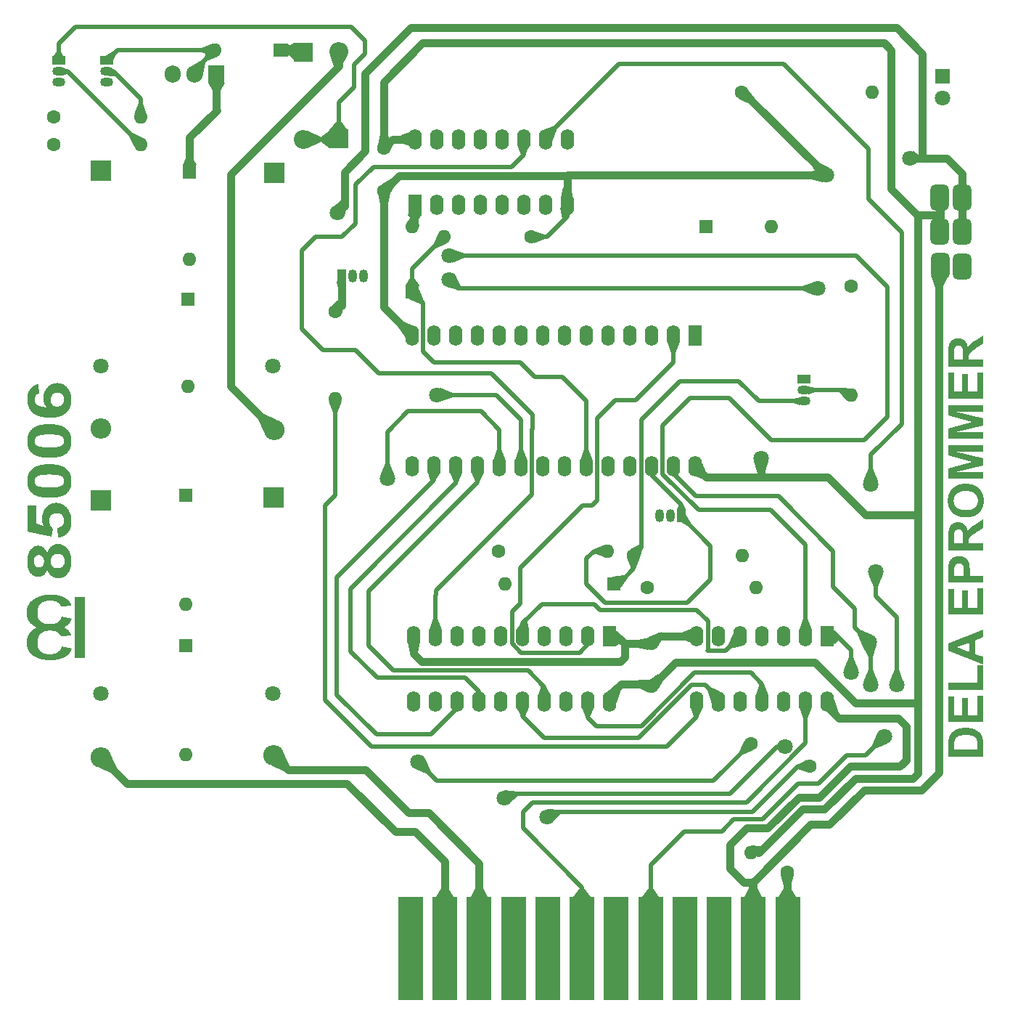
<source format=gbr>
%TF.GenerationSoftware,KiCad,Pcbnew,7.0.7*%
%TF.CreationDate,2024-05-12T11:23:56+02:00*%
%TF.ProjectId,Projekt,50726f6a-656b-4742-9e6b-696361645f70,rev?*%
%TF.SameCoordinates,Original*%
%TF.FileFunction,Copper,L1,Top*%
%TF.FilePolarity,Positive*%
%FSLAX46Y46*%
G04 Gerber Fmt 4.6, Leading zero omitted, Abs format (unit mm)*
G04 Created by KiCad (PCBNEW 7.0.7) date 2024-05-12 11:23:56*
%MOMM*%
%LPD*%
G01*
G04 APERTURE LIST*
G04 Aperture macros list*
%AMRoundRect*
0 Rectangle with rounded corners*
0 $1 Rounding radius*
0 $2 $3 $4 $5 $6 $7 $8 $9 X,Y pos of 4 corners*
0 Add a 4 corners polygon primitive as box body*
4,1,4,$2,$3,$4,$5,$6,$7,$8,$9,$2,$3,0*
0 Add four circle primitives for the rounded corners*
1,1,$1+$1,$2,$3*
1,1,$1+$1,$4,$5*
1,1,$1+$1,$6,$7*
1,1,$1+$1,$8,$9*
0 Add four rect primitives between the rounded corners*
20,1,$1+$1,$2,$3,$4,$5,0*
20,1,$1+$1,$4,$5,$6,$7,0*
20,1,$1+$1,$6,$7,$8,$9,0*
20,1,$1+$1,$8,$9,$2,$3,0*%
%AMHorizOval*
0 Thick line with rounded ends*
0 $1 width*
0 $2 $3 position (X,Y) of the first rounded end (center of the circle)*
0 $4 $5 position (X,Y) of the second rounded end (center of the circle)*
0 Add line between two ends*
20,1,$1,$2,$3,$4,$5,0*
0 Add two circle primitives to create the rounded ends*
1,1,$1,$2,$3*
1,1,$1,$4,$5*%
G04 Aperture macros list end*
%ADD10C,0.600000*%
%TA.AperFunction,NonConductor*%
%ADD11C,0.600000*%
%TD*%
%TA.AperFunction,ComponentPad*%
%ADD12R,1.600000X1.600000*%
%TD*%
%TA.AperFunction,ComponentPad*%
%ADD13O,1.600000X1.600000*%
%TD*%
%TA.AperFunction,ComponentPad*%
%ADD14R,2.200000X2.200000*%
%TD*%
%TA.AperFunction,ComponentPad*%
%ADD15O,2.200000X2.200000*%
%TD*%
%TA.AperFunction,ComponentPad*%
%ADD16R,2.400000X2.400000*%
%TD*%
%TA.AperFunction,ComponentPad*%
%ADD17O,2.400000X2.400000*%
%TD*%
%TA.AperFunction,ComponentPad*%
%ADD18RoundRect,0.550000X-0.550000X-0.950000X0.550000X-0.950000X0.550000X0.950000X-0.550000X0.950000X0*%
%TD*%
%TA.AperFunction,ComponentPad*%
%ADD19C,1.800000*%
%TD*%
%TA.AperFunction,ComponentPad*%
%ADD20R,1.800000X1.800000*%
%TD*%
%TA.AperFunction,SMDPad,CuDef*%
%ADD21R,3.000000X12.000000*%
%TD*%
%TA.AperFunction,ComponentPad*%
%ADD22R,1.050000X1.500000*%
%TD*%
%TA.AperFunction,ComponentPad*%
%ADD23O,1.050000X1.500000*%
%TD*%
%TA.AperFunction,ComponentPad*%
%ADD24R,1.600000X2.400000*%
%TD*%
%TA.AperFunction,ComponentPad*%
%ADD25O,1.600000X2.400000*%
%TD*%
%TA.AperFunction,ComponentPad*%
%ADD26R,1.500000X1.050000*%
%TD*%
%TA.AperFunction,ComponentPad*%
%ADD27O,1.500000X1.050000*%
%TD*%
%TA.AperFunction,ComponentPad*%
%ADD28C,1.600000*%
%TD*%
%TA.AperFunction,ComponentPad*%
%ADD29HorizOval,1.600000X0.000000X0.000000X0.000000X0.000000X0*%
%TD*%
%TA.AperFunction,ComponentPad*%
%ADD30O,1.905000X2.000000*%
%TD*%
%TA.AperFunction,ComponentPad*%
%ADD31R,1.905000X2.000000*%
%TD*%
%TA.AperFunction,Conductor*%
%ADD32C,0.900000*%
%TD*%
%TA.AperFunction,Conductor*%
%ADD33C,0.500000*%
%TD*%
%TA.AperFunction,Conductor*%
%ADD34C,1.000000*%
%TD*%
G04 APERTURE END LIST*
D10*
D11*
G36*
X4779902Y-74356845D02*
G01*
X5962526Y-74606950D01*
X5945138Y-74648258D01*
X5927046Y-74688897D01*
X5908249Y-74728866D01*
X5888749Y-74768165D01*
X5868545Y-74806795D01*
X5847636Y-74844755D01*
X5826023Y-74882045D01*
X5803707Y-74918665D01*
X5780686Y-74954615D01*
X5732532Y-75024507D01*
X5681561Y-75091720D01*
X5627775Y-75156253D01*
X5571171Y-75218108D01*
X5511752Y-75277283D01*
X5449516Y-75333779D01*
X5384463Y-75387597D01*
X5316594Y-75438735D01*
X5245909Y-75487194D01*
X5172407Y-75532975D01*
X5096088Y-75576076D01*
X5056873Y-75596622D01*
X4976588Y-75635781D01*
X4893635Y-75672414D01*
X4808015Y-75706520D01*
X4719726Y-75738100D01*
X4628771Y-75767153D01*
X4535148Y-75793680D01*
X4438857Y-75817681D01*
X4339898Y-75839155D01*
X4238272Y-75858103D01*
X4133979Y-75874525D01*
X4027018Y-75888420D01*
X3917389Y-75899788D01*
X3805092Y-75908631D01*
X3690128Y-75914947D01*
X3572497Y-75918736D01*
X3512681Y-75919684D01*
X3452198Y-75920000D01*
X3377419Y-75919469D01*
X3303477Y-75917878D01*
X3230370Y-75915225D01*
X3158099Y-75911512D01*
X3086663Y-75906738D01*
X3016064Y-75900903D01*
X2946300Y-75894007D01*
X2877372Y-75886050D01*
X2809280Y-75877032D01*
X2742023Y-75866953D01*
X2675603Y-75855813D01*
X2610018Y-75843613D01*
X2545269Y-75830351D01*
X2481355Y-75816028D01*
X2418278Y-75800645D01*
X2356036Y-75784200D01*
X2294630Y-75766695D01*
X2234059Y-75748129D01*
X2174325Y-75728502D01*
X2115426Y-75707814D01*
X2057363Y-75686064D01*
X2000136Y-75663254D01*
X1943744Y-75639384D01*
X1888189Y-75614452D01*
X1833469Y-75588459D01*
X1779585Y-75561405D01*
X1726536Y-75533291D01*
X1674323Y-75504115D01*
X1622947Y-75473878D01*
X1572406Y-75442581D01*
X1522700Y-75410223D01*
X1473831Y-75376803D01*
X1426226Y-75342464D01*
X1380133Y-75307347D01*
X1335551Y-75271451D01*
X1292480Y-75234776D01*
X1250921Y-75197323D01*
X1210873Y-75159091D01*
X1172336Y-75120081D01*
X1135310Y-75080293D01*
X1099796Y-75039725D01*
X1065792Y-74998380D01*
X1033300Y-74956255D01*
X1002320Y-74913353D01*
X972850Y-74869671D01*
X944892Y-74825211D01*
X918445Y-74779973D01*
X893510Y-74733956D01*
X870085Y-74687161D01*
X848172Y-74639587D01*
X827770Y-74591234D01*
X808879Y-74542103D01*
X791500Y-74492194D01*
X775632Y-74441506D01*
X761275Y-74390039D01*
X748429Y-74337794D01*
X737095Y-74284771D01*
X727272Y-74230969D01*
X718960Y-74176388D01*
X712159Y-74121029D01*
X706870Y-74064891D01*
X703092Y-74007975D01*
X700825Y-73950280D01*
X700069Y-73891807D01*
X700829Y-73829960D01*
X703109Y-73768983D01*
X706909Y-73708877D01*
X712228Y-73649640D01*
X719067Y-73591274D01*
X727426Y-73533777D01*
X737305Y-73477151D01*
X748704Y-73421395D01*
X761623Y-73366509D01*
X776061Y-73312493D01*
X792020Y-73259348D01*
X809498Y-73207072D01*
X828496Y-73155667D01*
X849014Y-73105131D01*
X871051Y-73055466D01*
X894609Y-73006671D01*
X919686Y-72958746D01*
X946283Y-72911691D01*
X974400Y-72865506D01*
X1004037Y-72820191D01*
X1035194Y-72775747D01*
X1067870Y-72732172D01*
X1102067Y-72689468D01*
X1137783Y-72647634D01*
X1175019Y-72606670D01*
X1213775Y-72566576D01*
X1254051Y-72527352D01*
X1295846Y-72488998D01*
X1339162Y-72451514D01*
X1383997Y-72414901D01*
X1430352Y-72379158D01*
X1478227Y-72344284D01*
X1527431Y-72310384D01*
X1577592Y-72277560D01*
X1628708Y-72245812D01*
X1680781Y-72215141D01*
X1733809Y-72185545D01*
X1787793Y-72157026D01*
X1842734Y-72129583D01*
X1898630Y-72103217D01*
X1955482Y-72077926D01*
X2013291Y-72053712D01*
X2072055Y-72030573D01*
X2131775Y-72008511D01*
X2192451Y-71987526D01*
X2254083Y-71967616D01*
X2316672Y-71948783D01*
X2380216Y-71931025D01*
X2444716Y-71914344D01*
X2510172Y-71898739D01*
X2576584Y-71884211D01*
X2643952Y-71870758D01*
X2712276Y-71858382D01*
X2781556Y-71847082D01*
X2851792Y-71836858D01*
X2922984Y-71827711D01*
X2995132Y-71819639D01*
X3068236Y-71812644D01*
X3142296Y-71806725D01*
X3217312Y-71801882D01*
X3293284Y-71798115D01*
X3370212Y-71795425D01*
X3448096Y-71793810D01*
X3526936Y-71793272D01*
X3595863Y-71793725D01*
X3663973Y-71795081D01*
X3731269Y-71797342D01*
X3797748Y-71800508D01*
X3863412Y-71804578D01*
X3928259Y-71809553D01*
X3992292Y-71815432D01*
X4055508Y-71822215D01*
X4117909Y-71829903D01*
X4179494Y-71838495D01*
X4240263Y-71847992D01*
X4300216Y-71858394D01*
X4359354Y-71869699D01*
X4417676Y-71881910D01*
X4475183Y-71895024D01*
X4531873Y-71909043D01*
X4587748Y-71923967D01*
X4642807Y-71939795D01*
X4697051Y-71956528D01*
X4750478Y-71974165D01*
X4803090Y-71992706D01*
X4854886Y-72012152D01*
X4905867Y-72032502D01*
X4956031Y-72053757D01*
X5005380Y-72075917D01*
X5053914Y-72098980D01*
X5101631Y-72122949D01*
X5148533Y-72147821D01*
X5194619Y-72173599D01*
X5239889Y-72200280D01*
X5284344Y-72227866D01*
X5327983Y-72256357D01*
X5378656Y-72291604D01*
X5427725Y-72328714D01*
X5475192Y-72367686D01*
X5521057Y-72408520D01*
X5565318Y-72451217D01*
X5607977Y-72495776D01*
X5649032Y-72542197D01*
X5688485Y-72590481D01*
X5726335Y-72640627D01*
X5762582Y-72692636D01*
X5797227Y-72746506D01*
X5830268Y-72802240D01*
X5861707Y-72859835D01*
X5891543Y-72919293D01*
X5919776Y-72980613D01*
X5946406Y-73043796D01*
X4738869Y-73168848D01*
X4724587Y-73129559D01*
X4708484Y-73091316D01*
X4680916Y-73035912D01*
X4649253Y-72982861D01*
X4613494Y-72932162D01*
X4573639Y-72883817D01*
X4529688Y-72837824D01*
X4481641Y-72794183D01*
X4429499Y-72752896D01*
X4373260Y-72713961D01*
X4312926Y-72677379D01*
X4291905Y-72665708D01*
X4226869Y-72632709D01*
X4159258Y-72602956D01*
X4089070Y-72576449D01*
X4016307Y-72553188D01*
X3940968Y-72533173D01*
X3863052Y-72516403D01*
X3782561Y-72502879D01*
X3699494Y-72492601D01*
X3613850Y-72485568D01*
X3555324Y-72482683D01*
X3495652Y-72481241D01*
X3465387Y-72481060D01*
X3382474Y-72482304D01*
X3301530Y-72486037D01*
X3222556Y-72492257D01*
X3145551Y-72500966D01*
X3070515Y-72512163D01*
X2997448Y-72525848D01*
X2926350Y-72542022D01*
X2857222Y-72560683D01*
X2790063Y-72581833D01*
X2724873Y-72605471D01*
X2661652Y-72631598D01*
X2600401Y-72660212D01*
X2541118Y-72691315D01*
X2483805Y-72724906D01*
X2428461Y-72760985D01*
X2375087Y-72799553D01*
X2324511Y-72840910D01*
X2277199Y-72885358D01*
X2233149Y-72932898D01*
X2192363Y-72983529D01*
X2154839Y-73037251D01*
X2120578Y-73094064D01*
X2089580Y-73153968D01*
X2061845Y-73216964D01*
X2037373Y-73283051D01*
X2016164Y-73352229D01*
X1998218Y-73424498D01*
X1983535Y-73499858D01*
X1972115Y-73578310D01*
X1967628Y-73618695D01*
X1963957Y-73659853D01*
X1961102Y-73701783D01*
X1959063Y-73744486D01*
X1957839Y-73787963D01*
X1957431Y-73832212D01*
X1957834Y-73879108D01*
X1959040Y-73925154D01*
X1961051Y-73970348D01*
X1963866Y-74014692D01*
X1967485Y-74058184D01*
X1971909Y-74100825D01*
X1977136Y-74142616D01*
X1983169Y-74183555D01*
X1990005Y-74223643D01*
X1997646Y-74262880D01*
X2015340Y-74338802D01*
X2036251Y-74411319D01*
X2060380Y-74480432D01*
X2087725Y-74546141D01*
X2118288Y-74608446D01*
X2152068Y-74667347D01*
X2189065Y-74722843D01*
X2229279Y-74774936D01*
X2272711Y-74823624D01*
X2319359Y-74868908D01*
X2369225Y-74910788D01*
X2421667Y-74949710D01*
X2476043Y-74986122D01*
X2532354Y-75020022D01*
X2590601Y-75051411D01*
X2650782Y-75080289D01*
X2712897Y-75106656D01*
X2776948Y-75130511D01*
X2842934Y-75151856D01*
X2910854Y-75170689D01*
X2980710Y-75187011D01*
X3052500Y-75200823D01*
X3126225Y-75212123D01*
X3201885Y-75220912D01*
X3279480Y-75227189D01*
X3359009Y-75230956D01*
X3440474Y-75232212D01*
X3500758Y-75231387D01*
X3559977Y-75228914D01*
X3646810Y-75222114D01*
X3731247Y-75211604D01*
X3813288Y-75197384D01*
X3892934Y-75179455D01*
X3970184Y-75157817D01*
X4045038Y-75132469D01*
X4117497Y-75103412D01*
X4187559Y-75070645D01*
X4255227Y-75034169D01*
X4277250Y-75021186D01*
X4320258Y-74993861D01*
X4361720Y-74964644D01*
X4401636Y-74933533D01*
X4440007Y-74900530D01*
X4476833Y-74865634D01*
X4512112Y-74828845D01*
X4545847Y-74790163D01*
X4578035Y-74749588D01*
X4608678Y-74707120D01*
X4637775Y-74662759D01*
X4665327Y-74616506D01*
X4691333Y-74568360D01*
X4715794Y-74518320D01*
X4738709Y-74466388D01*
X4760078Y-74412563D01*
X4779902Y-74356845D01*
G37*
D10*
D11*
G36*
X6277390Y-75710001D02*
G01*
X6277390Y-68597649D01*
X7496650Y-68597649D01*
X7496650Y-75710001D01*
X6277390Y-75710001D01*
G37*
D10*
D11*
G36*
X4426560Y-62386318D02*
G01*
X4511701Y-62392586D01*
X4594782Y-62403033D01*
X4675802Y-62417659D01*
X4754761Y-62436464D01*
X4831659Y-62459448D01*
X4906497Y-62486610D01*
X4979274Y-62517951D01*
X5049990Y-62553472D01*
X5118645Y-62593171D01*
X5185239Y-62637048D01*
X5249773Y-62685105D01*
X5312245Y-62737341D01*
X5372657Y-62793755D01*
X5431009Y-62854348D01*
X5487299Y-62919120D01*
X5540684Y-62987172D01*
X5590625Y-63057972D01*
X5637122Y-63131520D01*
X5680174Y-63207815D01*
X5719783Y-63286858D01*
X5755947Y-63368649D01*
X5788667Y-63453188D01*
X5817943Y-63540474D01*
X5843774Y-63630508D01*
X5866162Y-63723290D01*
X5885105Y-63818819D01*
X5900604Y-63917096D01*
X5912658Y-64018121D01*
X5921269Y-64121894D01*
X5926435Y-64228415D01*
X5928157Y-64337683D01*
X5926731Y-64439732D01*
X5922452Y-64539618D01*
X5915320Y-64637340D01*
X5905336Y-64732898D01*
X5892499Y-64826292D01*
X5876809Y-64917523D01*
X5858267Y-65006589D01*
X5836871Y-65093492D01*
X5812624Y-65178231D01*
X5785523Y-65260806D01*
X5755570Y-65341217D01*
X5722764Y-65419465D01*
X5687106Y-65495548D01*
X5648595Y-65569468D01*
X5607231Y-65641224D01*
X5563014Y-65710816D01*
X5507883Y-65789252D01*
X5450262Y-65862628D01*
X5390150Y-65930944D01*
X5327549Y-65994199D01*
X5262457Y-66052393D01*
X5194875Y-66105528D01*
X5124803Y-66153602D01*
X5052241Y-66196615D01*
X4977189Y-66234568D01*
X4899647Y-66267461D01*
X4819614Y-66295293D01*
X4737092Y-66318065D01*
X4652079Y-66335776D01*
X4564576Y-66348427D01*
X4474583Y-66356018D01*
X4382100Y-66358548D01*
X4330618Y-66357598D01*
X4279671Y-66354747D01*
X4229257Y-66349996D01*
X4179378Y-66343344D01*
X4130034Y-66334792D01*
X4081223Y-66324339D01*
X4032947Y-66311985D01*
X3985205Y-66297732D01*
X3937998Y-66281577D01*
X3891325Y-66263522D01*
X3845186Y-66243567D01*
X3799581Y-66221711D01*
X3754510Y-66197955D01*
X3709974Y-66172298D01*
X3665972Y-66144740D01*
X3622505Y-66115282D01*
X3579920Y-66083775D01*
X3538565Y-66050069D01*
X3498442Y-66014166D01*
X3459549Y-65976064D01*
X3421887Y-65935764D01*
X3385456Y-65893265D01*
X3350255Y-65848569D01*
X3316285Y-65801674D01*
X3283546Y-65752581D01*
X3252038Y-65701290D01*
X3221760Y-65647801D01*
X3192714Y-65592114D01*
X3164898Y-65534228D01*
X3138312Y-65474145D01*
X3112958Y-65411863D01*
X3088834Y-65347383D01*
X3068837Y-65402658D01*
X3047923Y-65456010D01*
X3014836Y-65532431D01*
X2979688Y-65604525D01*
X2942479Y-65672290D01*
X2903210Y-65735729D01*
X2861879Y-65794839D01*
X2818488Y-65849622D01*
X2773036Y-65900077D01*
X2725523Y-65946205D01*
X2675949Y-65988005D01*
X2658967Y-66000976D01*
X2606985Y-66037380D01*
X2554081Y-66070202D01*
X2500253Y-66099444D01*
X2445502Y-66125105D01*
X2389828Y-66147186D01*
X2333232Y-66165686D01*
X2275712Y-66180605D01*
X2217269Y-66191944D01*
X2157903Y-66199702D01*
X2097614Y-66203879D01*
X2056908Y-66204675D01*
X1987905Y-66202832D01*
X1920418Y-66197302D01*
X1854449Y-66188086D01*
X1789996Y-66175183D01*
X1727061Y-66158593D01*
X1665642Y-66138317D01*
X1605741Y-66114355D01*
X1547356Y-66086706D01*
X1490489Y-66055370D01*
X1435138Y-66020348D01*
X1381305Y-65981639D01*
X1328988Y-65939244D01*
X1278188Y-65893162D01*
X1228906Y-65843394D01*
X1181140Y-65789939D01*
X1134891Y-65732798D01*
X1090675Y-65672256D01*
X1049311Y-65608600D01*
X1010800Y-65541830D01*
X975141Y-65471946D01*
X942335Y-65398948D01*
X912382Y-65322836D01*
X885282Y-65243610D01*
X861034Y-65161270D01*
X839639Y-65075815D01*
X821097Y-64987247D01*
X805407Y-64895564D01*
X792570Y-64800767D01*
X782585Y-64702856D01*
X775454Y-64601831D01*
X771175Y-64497692D01*
X769748Y-64390439D01*
X769906Y-64378715D01*
X1551325Y-64378715D01*
X1552731Y-64440166D01*
X1556950Y-64499221D01*
X1566948Y-64574234D01*
X1581946Y-64644988D01*
X1601944Y-64711483D01*
X1626940Y-64773719D01*
X1656937Y-64831696D01*
X1691932Y-64885414D01*
X1711304Y-64910676D01*
X1752616Y-64957044D01*
X1797171Y-64997230D01*
X1844970Y-65031233D01*
X1896013Y-65059054D01*
X1950300Y-65080692D01*
X2007831Y-65096148D01*
X2068605Y-65105422D01*
X2132623Y-65108513D01*
X2183757Y-65106800D01*
X2232744Y-65101661D01*
X2294720Y-65089479D01*
X2352881Y-65071207D01*
X2407225Y-65046844D01*
X2457753Y-65016390D01*
X2504464Y-64979845D01*
X2547359Y-64937209D01*
X2567376Y-64913607D01*
X2604012Y-64862500D01*
X2635764Y-64807362D01*
X2662630Y-64748194D01*
X2684612Y-64684996D01*
X2701709Y-64617768D01*
X2713921Y-64546510D01*
X2721249Y-64471222D01*
X2723538Y-64412112D01*
X2723691Y-64391905D01*
X2723290Y-64374319D01*
X3505268Y-64374319D01*
X3507447Y-64452097D01*
X3513984Y-64526063D01*
X3524878Y-64596216D01*
X3540130Y-64662556D01*
X3559740Y-64725084D01*
X3583707Y-64783800D01*
X3612033Y-64838703D01*
X3644716Y-64889794D01*
X3681756Y-64937072D01*
X3723155Y-64980537D01*
X3753175Y-65007397D01*
X3799804Y-65044585D01*
X3847184Y-65078116D01*
X3895316Y-65107989D01*
X3944199Y-65134204D01*
X3993834Y-65156762D01*
X4044220Y-65175661D01*
X4095357Y-65190902D01*
X4147245Y-65202486D01*
X4199885Y-65210411D01*
X4253276Y-65214679D01*
X4289288Y-65215491D01*
X4339124Y-65214535D01*
X4411284Y-65209517D01*
X4480331Y-65200196D01*
X4546266Y-65186573D01*
X4609088Y-65168648D01*
X4668798Y-65146422D01*
X4725395Y-65119893D01*
X4778879Y-65089063D01*
X4829250Y-65053931D01*
X4876509Y-65014496D01*
X4920655Y-64970760D01*
X4961031Y-64923542D01*
X4997435Y-64874212D01*
X5029867Y-64822769D01*
X5058328Y-64769214D01*
X5082818Y-64713547D01*
X5103337Y-64655767D01*
X5119884Y-64595875D01*
X5132460Y-64533871D01*
X5141064Y-64469754D01*
X5145698Y-64403525D01*
X5146580Y-64358199D01*
X5144670Y-64292236D01*
X5138938Y-64228437D01*
X5129385Y-64166802D01*
X5116012Y-64107331D01*
X5098817Y-64050024D01*
X5077801Y-63994880D01*
X5052964Y-63941901D01*
X5024306Y-63891085D01*
X4991827Y-63842433D01*
X4955527Y-63795944D01*
X4929204Y-63766154D01*
X4886532Y-63723990D01*
X4840489Y-63685972D01*
X4791077Y-63652102D01*
X4738294Y-63622379D01*
X4682141Y-63596804D01*
X4622617Y-63575376D01*
X4559723Y-63558095D01*
X4493459Y-63544962D01*
X4423825Y-63535976D01*
X4350821Y-63531137D01*
X4300279Y-63530216D01*
X4234204Y-63532315D01*
X4170620Y-63538614D01*
X4109526Y-63549111D01*
X4050922Y-63563807D01*
X3994808Y-63582702D01*
X3941184Y-63605796D01*
X3890051Y-63633088D01*
X3841407Y-63664580D01*
X3795254Y-63700270D01*
X3751591Y-63740160D01*
X3723866Y-63769085D01*
X3684800Y-63814994D01*
X3649577Y-63863144D01*
X3618196Y-63913534D01*
X3590658Y-63966166D01*
X3566962Y-64021039D01*
X3547109Y-64078154D01*
X3531099Y-64137509D01*
X3518931Y-64199105D01*
X3510605Y-64262943D01*
X3506122Y-64329022D01*
X3505268Y-64374319D01*
X2723290Y-64374319D01*
X2722306Y-64331240D01*
X2716153Y-64253960D01*
X2705076Y-64180801D01*
X2689076Y-64111765D01*
X2668153Y-64046850D01*
X2642307Y-63986056D01*
X2611539Y-63929384D01*
X2575847Y-63876834D01*
X2566154Y-63864340D01*
X2524862Y-63817972D01*
X2479754Y-63777786D01*
X2430829Y-63743783D01*
X2378087Y-63715963D01*
X2321530Y-63694324D01*
X2261156Y-63678868D01*
X2196966Y-63669595D01*
X2146319Y-63666697D01*
X2128960Y-63666503D01*
X2064960Y-63669572D01*
X2004243Y-63678777D01*
X1946808Y-63694118D01*
X1892655Y-63715596D01*
X1841784Y-63743211D01*
X1794194Y-63776962D01*
X1749887Y-63816850D01*
X1708862Y-63862875D01*
X1671939Y-63913570D01*
X1639940Y-63968204D01*
X1612863Y-64026777D01*
X1590710Y-64089288D01*
X1573479Y-64155737D01*
X1561171Y-64226125D01*
X1553787Y-64300451D01*
X1551325Y-64378715D01*
X769906Y-64378715D01*
X771175Y-64284411D01*
X775454Y-64181383D01*
X782585Y-64081354D01*
X792570Y-63984324D01*
X805407Y-63890295D01*
X821097Y-63799265D01*
X839639Y-63711234D01*
X861034Y-63626203D01*
X885282Y-63544172D01*
X912382Y-63465140D01*
X942335Y-63389108D01*
X975141Y-63316076D01*
X1010800Y-63246043D01*
X1049311Y-63179010D01*
X1090675Y-63114976D01*
X1134891Y-63053942D01*
X1181140Y-62996269D01*
X1228906Y-62942316D01*
X1278188Y-62892084D01*
X1328988Y-62845573D01*
X1381305Y-62802782D01*
X1435138Y-62763713D01*
X1490489Y-62728365D01*
X1547356Y-62696737D01*
X1605741Y-62668830D01*
X1665642Y-62644645D01*
X1727061Y-62624180D01*
X1789996Y-62607436D01*
X1854449Y-62594413D01*
X1920418Y-62585110D01*
X1987905Y-62579529D01*
X2056908Y-62577669D01*
X2121491Y-62579601D01*
X2184721Y-62585397D01*
X2246598Y-62595057D01*
X2307123Y-62608581D01*
X2366296Y-62625969D01*
X2424117Y-62647221D01*
X2480585Y-62672337D01*
X2535700Y-62701317D01*
X2589464Y-62734161D01*
X2641874Y-62770869D01*
X2676064Y-62797487D01*
X2725551Y-62839987D01*
X2772807Y-62885604D01*
X2817830Y-62934337D01*
X2860620Y-62986188D01*
X2901177Y-63041155D01*
X2939503Y-63099240D01*
X2975595Y-63160441D01*
X3009455Y-63224760D01*
X3041083Y-63292195D01*
X3070478Y-63362747D01*
X3088834Y-63411514D01*
X3110668Y-63349621D01*
X3133733Y-63289606D01*
X3158028Y-63231469D01*
X3183555Y-63175209D01*
X3210312Y-63120827D01*
X3238299Y-63068322D01*
X3267518Y-63017695D01*
X3297967Y-62968946D01*
X3329647Y-62922074D01*
X3362558Y-62877080D01*
X3396699Y-62833963D01*
X3432072Y-62792725D01*
X3468675Y-62753363D01*
X3506508Y-62715880D01*
X3545573Y-62680274D01*
X3585868Y-62646545D01*
X3627022Y-62614780D01*
X3690238Y-62570975D01*
X3755235Y-62531782D01*
X3822015Y-62497199D01*
X3890576Y-62467227D01*
X3937273Y-62449808D01*
X3984762Y-62434437D01*
X4033043Y-62421117D01*
X4082115Y-62409845D01*
X4131980Y-62400623D01*
X4182637Y-62393450D01*
X4234085Y-62388327D01*
X4286325Y-62385253D01*
X4339357Y-62384228D01*
X4426560Y-62386318D01*
G37*
G36*
X4396755Y-61652965D02*
G01*
X4286845Y-60499651D01*
X4353084Y-60488608D01*
X4416704Y-60474165D01*
X4477705Y-60456322D01*
X4536087Y-60435079D01*
X4591851Y-60410435D01*
X4644995Y-60382391D01*
X4695520Y-60350947D01*
X4743427Y-60316102D01*
X4788714Y-60277857D01*
X4831383Y-60236212D01*
X4858374Y-60206559D01*
X4895912Y-60160303D01*
X4929757Y-60112758D01*
X4959911Y-60063926D01*
X4986372Y-60013806D01*
X5015910Y-59944975D01*
X5038884Y-59873855D01*
X5055294Y-59800444D01*
X5065140Y-59724744D01*
X5068422Y-59646755D01*
X5066490Y-59579603D01*
X5060694Y-59514434D01*
X5051034Y-59451249D01*
X5037510Y-59390048D01*
X5020122Y-59330830D01*
X4998870Y-59273595D01*
X4973754Y-59218344D01*
X4944774Y-59165077D01*
X4911930Y-59113793D01*
X4875222Y-59064493D01*
X4848604Y-59032728D01*
X4805195Y-58987682D01*
X4757857Y-58947067D01*
X4706591Y-58910883D01*
X4651397Y-58879130D01*
X4592274Y-58851807D01*
X4529223Y-58828915D01*
X4462243Y-58810454D01*
X4391335Y-58796423D01*
X4341881Y-58789531D01*
X4290681Y-58784608D01*
X4237734Y-58781654D01*
X4183042Y-58780669D01*
X4131656Y-58781643D01*
X4081910Y-58784562D01*
X4010369Y-58792591D01*
X3942520Y-58804998D01*
X3878363Y-58821785D01*
X3817899Y-58842951D01*
X3761127Y-58868497D01*
X3708047Y-58898421D01*
X3658659Y-58932725D01*
X3612964Y-58971408D01*
X3570961Y-59014470D01*
X3557780Y-59029797D01*
X3520461Y-59077835D01*
X3486812Y-59128527D01*
X3456833Y-59181871D01*
X3430526Y-59237869D01*
X3407889Y-59296520D01*
X3388924Y-59357825D01*
X3373629Y-59421783D01*
X3362004Y-59488394D01*
X3354051Y-59557658D01*
X3349768Y-59629576D01*
X3348953Y-59678995D01*
X3350479Y-59740876D01*
X3355059Y-59801956D01*
X3362691Y-59862234D01*
X3373377Y-59921711D01*
X3387116Y-59980386D01*
X3403907Y-60038261D01*
X3423752Y-60095333D01*
X3446650Y-60151605D01*
X3472601Y-60207074D01*
X3501605Y-60261743D01*
X3533661Y-60315610D01*
X3568771Y-60368675D01*
X3606934Y-60420940D01*
X3648150Y-60472402D01*
X3692419Y-60523064D01*
X3739741Y-60572923D01*
X3618841Y-61512281D01*
X847906Y-60918771D01*
X847906Y-57857431D01*
X1785799Y-57857431D01*
X1785799Y-60040963D01*
X2667515Y-60222679D01*
X2635652Y-60149985D01*
X2606922Y-60076981D01*
X2581327Y-60003668D01*
X2558865Y-59930046D01*
X2539538Y-59856115D01*
X2523345Y-59781874D01*
X2510286Y-59707325D01*
X2500362Y-59632466D01*
X2493571Y-59557299D01*
X2489914Y-59481822D01*
X2489218Y-59431332D01*
X2491035Y-59335900D01*
X2496488Y-59242311D01*
X2505576Y-59150566D01*
X2518298Y-59060663D01*
X2534656Y-58972604D01*
X2554648Y-58886388D01*
X2578276Y-58802016D01*
X2605539Y-58719487D01*
X2636436Y-58638801D01*
X2670969Y-58559958D01*
X2709137Y-58482958D01*
X2750939Y-58407802D01*
X2796377Y-58334489D01*
X2845450Y-58263020D01*
X2898158Y-58193393D01*
X2954501Y-58125610D01*
X3013596Y-58060661D01*
X3074866Y-57999901D01*
X3138312Y-57943332D01*
X3203934Y-57890954D01*
X3271730Y-57842765D01*
X3341702Y-57798767D01*
X3413849Y-57758960D01*
X3488171Y-57723342D01*
X3564669Y-57691915D01*
X3643342Y-57664678D01*
X3724190Y-57641631D01*
X3807213Y-57622775D01*
X3892412Y-57608109D01*
X3979786Y-57597633D01*
X4069336Y-57591348D01*
X4161060Y-57589253D01*
X4237787Y-57590942D01*
X4313483Y-57596008D01*
X4388149Y-57604451D01*
X4461784Y-57616272D01*
X4534389Y-57631471D01*
X4605964Y-57650046D01*
X4676508Y-57672000D01*
X4746022Y-57697330D01*
X4814505Y-57726038D01*
X4881958Y-57758124D01*
X4948381Y-57793587D01*
X5013773Y-57832427D01*
X5078135Y-57874645D01*
X5141466Y-57920240D01*
X5203767Y-57969213D01*
X5265038Y-58021563D01*
X5305835Y-58058830D01*
X5345337Y-58096994D01*
X5383545Y-58136053D01*
X5420456Y-58176008D01*
X5456073Y-58216859D01*
X5490395Y-58258606D01*
X5555153Y-58344788D01*
X5614730Y-58434553D01*
X5669126Y-58527901D01*
X5718342Y-58624833D01*
X5762377Y-58725348D01*
X5801232Y-58829447D01*
X5834906Y-58937130D01*
X5863399Y-59048396D01*
X5875703Y-59105373D01*
X5886712Y-59163245D01*
X5896426Y-59222014D01*
X5904844Y-59281678D01*
X5911968Y-59342239D01*
X5917796Y-59403695D01*
X5922329Y-59466047D01*
X5925567Y-59529295D01*
X5927510Y-59593439D01*
X5928157Y-59658478D01*
X5926535Y-59761867D01*
X5921670Y-59862841D01*
X5913560Y-59961398D01*
X5902206Y-60057540D01*
X5887609Y-60151267D01*
X5869768Y-60242577D01*
X5848683Y-60331472D01*
X5824354Y-60417951D01*
X5796781Y-60502015D01*
X5765965Y-60583662D01*
X5731904Y-60662894D01*
X5694600Y-60739711D01*
X5654052Y-60814111D01*
X5610260Y-60886096D01*
X5563224Y-60955665D01*
X5512944Y-61022819D01*
X5459926Y-61087104D01*
X5404676Y-61148070D01*
X5347193Y-61205715D01*
X5287478Y-61260040D01*
X5225530Y-61311044D01*
X5161349Y-61358729D01*
X5094936Y-61403093D01*
X5026290Y-61444138D01*
X4955412Y-61481862D01*
X4882302Y-61516266D01*
X4806959Y-61547349D01*
X4729383Y-61575113D01*
X4649575Y-61599556D01*
X4567534Y-61620679D01*
X4483260Y-61638482D01*
X4396755Y-61652965D01*
G37*
G36*
X3438993Y-53079156D02*
G01*
X3526239Y-53080894D01*
X3611910Y-53083792D01*
X3696007Y-53087850D01*
X3778529Y-53093066D01*
X3859478Y-53099442D01*
X3938852Y-53106976D01*
X4016652Y-53115670D01*
X4092877Y-53125523D01*
X4167529Y-53136536D01*
X4240606Y-53148707D01*
X4312109Y-53162038D01*
X4382038Y-53176528D01*
X4450393Y-53192177D01*
X4517173Y-53208986D01*
X4582379Y-53226953D01*
X4646011Y-53246080D01*
X4708069Y-53266366D01*
X4768552Y-53287811D01*
X4827462Y-53310416D01*
X4884797Y-53334179D01*
X4940557Y-53359102D01*
X4994744Y-53385184D01*
X5047356Y-53412425D01*
X5098395Y-53440826D01*
X5147859Y-53470385D01*
X5195748Y-53501104D01*
X5242064Y-53532982D01*
X5286805Y-53566019D01*
X5329972Y-53600216D01*
X5371565Y-53635571D01*
X5411584Y-53672086D01*
X5474137Y-53734958D01*
X5532656Y-53800840D01*
X5587138Y-53869734D01*
X5637585Y-53941639D01*
X5683995Y-54016554D01*
X5726371Y-54094481D01*
X5764710Y-54175419D01*
X5799014Y-54259368D01*
X5829282Y-54346328D01*
X5855514Y-54436299D01*
X5877711Y-54529281D01*
X5895871Y-54625274D01*
X5909996Y-54724278D01*
X5920086Y-54826294D01*
X5926139Y-54931320D01*
X5928157Y-55039357D01*
X5925944Y-55148299D01*
X5919303Y-55254574D01*
X5908236Y-55358180D01*
X5892742Y-55459119D01*
X5872821Y-55557391D01*
X5848473Y-55652995D01*
X5819698Y-55745931D01*
X5786496Y-55836200D01*
X5748868Y-55923801D01*
X5706812Y-56008734D01*
X5660330Y-56091000D01*
X5609420Y-56170599D01*
X5554084Y-56247530D01*
X5494321Y-56321793D01*
X5430131Y-56393388D01*
X5361514Y-56462316D01*
X5287215Y-56527621D01*
X5205981Y-56588712D01*
X5162762Y-56617678D01*
X5117810Y-56645590D01*
X5071124Y-56672449D01*
X5022703Y-56698255D01*
X4972549Y-56723007D01*
X4920660Y-56746707D01*
X4867038Y-56769352D01*
X4811681Y-56790945D01*
X4754591Y-56811484D01*
X4695766Y-56830970D01*
X4635207Y-56849403D01*
X4572915Y-56866782D01*
X4508888Y-56883109D01*
X4443127Y-56898381D01*
X4375633Y-56912601D01*
X4306404Y-56925767D01*
X4235441Y-56937880D01*
X4162744Y-56948940D01*
X4088313Y-56958946D01*
X4012148Y-56967899D01*
X3934249Y-56975799D01*
X3854617Y-56982645D01*
X3773250Y-56988438D01*
X3690149Y-56993178D01*
X3605314Y-56996865D01*
X3518744Y-56999498D01*
X3430441Y-57001078D01*
X3340404Y-57001605D01*
X3252036Y-57001025D01*
X3165227Y-56999286D01*
X3079978Y-56996388D01*
X2996289Y-56992331D01*
X2914160Y-56987115D01*
X2833591Y-56980739D01*
X2754582Y-56973204D01*
X2677132Y-56964510D01*
X2601243Y-56954657D01*
X2526913Y-56943645D01*
X2454144Y-56931473D01*
X2382934Y-56918142D01*
X2313284Y-56903652D01*
X2245195Y-56888003D01*
X2178665Y-56871195D01*
X2113695Y-56853227D01*
X2050284Y-56834100D01*
X1988434Y-56813814D01*
X1928144Y-56792369D01*
X1869414Y-56769765D01*
X1812243Y-56746001D01*
X1756632Y-56721078D01*
X1702582Y-56694996D01*
X1650091Y-56667755D01*
X1599160Y-56639355D01*
X1549789Y-56609795D01*
X1501978Y-56579076D01*
X1455727Y-56547198D01*
X1411036Y-56514161D01*
X1367905Y-56479965D01*
X1326333Y-56444609D01*
X1286322Y-56408094D01*
X1223768Y-56345217D01*
X1165250Y-56279317D01*
X1110768Y-56210395D01*
X1060321Y-56138450D01*
X1013910Y-56063483D01*
X971535Y-55985493D01*
X933195Y-55904481D01*
X898892Y-55820446D01*
X868624Y-55733389D01*
X842391Y-55643309D01*
X820195Y-55550207D01*
X802034Y-55454082D01*
X787909Y-55354935D01*
X777820Y-55252765D01*
X771766Y-55147572D01*
X769748Y-55039357D01*
X1629483Y-55039357D01*
X1632137Y-55103772D01*
X1640097Y-55166039D01*
X1653365Y-55226160D01*
X1671939Y-55284135D01*
X1695821Y-55339962D01*
X1725010Y-55393643D01*
X1738171Y-55414515D01*
X1776310Y-55464403D01*
X1822797Y-55510571D01*
X1865998Y-55544826D01*
X1914541Y-55576699D01*
X1968427Y-55606192D01*
X2027656Y-55633303D01*
X2075584Y-55652073D01*
X2126517Y-55669504D01*
X2173944Y-55684056D01*
X2225245Y-55697668D01*
X2280419Y-55710342D01*
X2339467Y-55722077D01*
X2402388Y-55732874D01*
X2469182Y-55742731D01*
X2539851Y-55751650D01*
X2614392Y-55759630D01*
X2692808Y-55766671D01*
X2775097Y-55772773D01*
X2861259Y-55777936D01*
X2951295Y-55782161D01*
X3045204Y-55785447D01*
X3142987Y-55787794D01*
X3193331Y-55788615D01*
X3244644Y-55789202D01*
X3296925Y-55789554D01*
X3350174Y-55789672D01*
X3403458Y-55789567D01*
X3455690Y-55789254D01*
X3506870Y-55788731D01*
X3556998Y-55788000D01*
X3606074Y-55787060D01*
X3701072Y-55784552D01*
X3791861Y-55781209D01*
X3878443Y-55777031D01*
X3960818Y-55772016D01*
X4038985Y-55766166D01*
X4112945Y-55759479D01*
X4182697Y-55751957D01*
X4248242Y-55743600D01*
X4309580Y-55734406D01*
X4366710Y-55724377D01*
X4419632Y-55713512D01*
X4468347Y-55701811D01*
X4533531Y-55682693D01*
X4591873Y-55662145D01*
X4646459Y-55640619D01*
X4697289Y-55618113D01*
X4744362Y-55594628D01*
X4801282Y-55561793D01*
X4851523Y-55527217D01*
X4895086Y-55490901D01*
X4940148Y-55443059D01*
X4962177Y-55413049D01*
X4992785Y-55360649D01*
X5018205Y-55306031D01*
X5038437Y-55249194D01*
X5053482Y-55190139D01*
X5063338Y-55128866D01*
X5068007Y-55065375D01*
X5068422Y-55039357D01*
X5065769Y-54974943D01*
X5057808Y-54912676D01*
X5044541Y-54852555D01*
X5025966Y-54794580D01*
X5002084Y-54738753D01*
X4972896Y-54685072D01*
X4959734Y-54664200D01*
X4921595Y-54614312D01*
X4875108Y-54568144D01*
X4831908Y-54533889D01*
X4783364Y-54502016D01*
X4729478Y-54472523D01*
X4670249Y-54445412D01*
X4622321Y-54426642D01*
X4571388Y-54409211D01*
X4499439Y-54387736D01*
X4446583Y-54374592D01*
X4389816Y-54362388D01*
X4329137Y-54351122D01*
X4264546Y-54340795D01*
X4196044Y-54331407D01*
X4123630Y-54322958D01*
X4047304Y-54315447D01*
X3967066Y-54308876D01*
X3882917Y-54303243D01*
X3794856Y-54298549D01*
X3702883Y-54294794D01*
X3606999Y-54291977D01*
X3557590Y-54290921D01*
X3507203Y-54290100D01*
X3455838Y-54289513D01*
X3403495Y-54289161D01*
X3350174Y-54289043D01*
X3296966Y-54289148D01*
X3244811Y-54289461D01*
X3193707Y-54289984D01*
X3143655Y-54290715D01*
X3094655Y-54291655D01*
X2999811Y-54294163D01*
X2909174Y-54297506D01*
X2822744Y-54301684D01*
X2740522Y-54306699D01*
X2662508Y-54312549D01*
X2588700Y-54319236D01*
X2519101Y-54326758D01*
X2453708Y-54335115D01*
X2392524Y-54344309D01*
X2335546Y-54354338D01*
X2282777Y-54365203D01*
X2234214Y-54376904D01*
X2169260Y-54396022D01*
X2110688Y-54416583D01*
X2055873Y-54438148D01*
X2004814Y-54460718D01*
X1957513Y-54484293D01*
X1900287Y-54517288D01*
X1849741Y-54552070D01*
X1805872Y-54588638D01*
X1768682Y-54626992D01*
X1738171Y-54667131D01*
X1706860Y-54719109D01*
X1680855Y-54773377D01*
X1660158Y-54829935D01*
X1644767Y-54888782D01*
X1634684Y-54949919D01*
X1629908Y-55013346D01*
X1629483Y-55039357D01*
X769748Y-55039357D01*
X771795Y-54931303D01*
X777934Y-54826225D01*
X788167Y-54724124D01*
X802492Y-54625000D01*
X820910Y-54528852D01*
X843422Y-54435681D01*
X870026Y-54345486D01*
X900724Y-54258269D01*
X935514Y-54174028D01*
X974397Y-54092764D01*
X1017373Y-54014476D01*
X1064443Y-53939166D01*
X1115605Y-53866832D01*
X1170860Y-53797474D01*
X1230208Y-53731094D01*
X1293649Y-53667690D01*
X1333219Y-53631445D01*
X1374383Y-53596352D01*
X1417140Y-53562409D01*
X1461490Y-53529616D01*
X1507433Y-53497974D01*
X1554970Y-53467483D01*
X1604100Y-53438142D01*
X1654823Y-53409952D01*
X1707140Y-53382913D01*
X1761050Y-53357024D01*
X1816553Y-53332286D01*
X1873650Y-53308698D01*
X1932339Y-53286262D01*
X1992623Y-53264975D01*
X2054499Y-53244839D01*
X2117969Y-53225854D01*
X2183032Y-53208020D01*
X2249688Y-53191336D01*
X2317938Y-53175803D01*
X2387781Y-53161420D01*
X2459217Y-53148188D01*
X2532247Y-53136107D01*
X2606870Y-53125176D01*
X2683086Y-53115396D01*
X2760895Y-53106766D01*
X2840298Y-53099287D01*
X2921294Y-53092959D01*
X3003883Y-53087781D01*
X3088066Y-53083754D01*
X3173842Y-53080877D01*
X3261211Y-53079151D01*
X3350174Y-53078576D01*
X3438993Y-53079156D01*
G37*
G36*
X3438993Y-48407278D02*
G01*
X3526239Y-48409017D01*
X3611910Y-48411915D01*
X3696007Y-48415972D01*
X3778529Y-48421189D01*
X3859478Y-48427564D01*
X3938852Y-48435099D01*
X4016652Y-48443793D01*
X4092877Y-48453646D01*
X4167529Y-48464659D01*
X4240606Y-48476830D01*
X4312109Y-48490161D01*
X4382038Y-48504651D01*
X4450393Y-48520300D01*
X4517173Y-48537109D01*
X4582379Y-48555076D01*
X4646011Y-48574203D01*
X4708069Y-48594489D01*
X4768552Y-48615934D01*
X4827462Y-48638539D01*
X4884797Y-48662302D01*
X4940557Y-48687225D01*
X4994744Y-48713307D01*
X5047356Y-48740548D01*
X5098395Y-48768949D01*
X5147859Y-48798508D01*
X5195748Y-48829227D01*
X5242064Y-48861105D01*
X5286805Y-48894142D01*
X5329972Y-48928338D01*
X5371565Y-48963694D01*
X5411584Y-49000209D01*
X5474137Y-49063080D01*
X5532656Y-49128963D01*
X5587138Y-49197857D01*
X5637585Y-49269761D01*
X5683995Y-49344677D01*
X5726371Y-49422604D01*
X5764710Y-49503542D01*
X5799014Y-49587491D01*
X5829282Y-49674451D01*
X5855514Y-49764422D01*
X5877711Y-49857404D01*
X5895871Y-49953397D01*
X5909996Y-50052401D01*
X5920086Y-50154417D01*
X5926139Y-50259443D01*
X5928157Y-50367480D01*
X5925944Y-50476422D01*
X5919303Y-50582696D01*
X5908236Y-50686303D01*
X5892742Y-50787242D01*
X5872821Y-50885514D01*
X5848473Y-50981118D01*
X5819698Y-51074054D01*
X5786496Y-51164323D01*
X5748868Y-51251924D01*
X5706812Y-51336857D01*
X5660330Y-51419123D01*
X5609420Y-51498722D01*
X5554084Y-51575652D01*
X5494321Y-51649916D01*
X5430131Y-51721511D01*
X5361514Y-51790439D01*
X5287215Y-51855744D01*
X5205981Y-51916835D01*
X5162762Y-51945800D01*
X5117810Y-51973713D01*
X5071124Y-52000572D01*
X5022703Y-52026378D01*
X4972549Y-52051130D01*
X4920660Y-52074829D01*
X4867038Y-52097475D01*
X4811681Y-52119068D01*
X4754591Y-52139607D01*
X4695766Y-52159093D01*
X4635207Y-52177526D01*
X4572915Y-52194905D01*
X4508888Y-52211231D01*
X4443127Y-52226504D01*
X4375633Y-52240724D01*
X4306404Y-52253890D01*
X4235441Y-52266003D01*
X4162744Y-52277062D01*
X4088313Y-52287069D01*
X4012148Y-52296022D01*
X3934249Y-52303922D01*
X3854617Y-52310768D01*
X3773250Y-52316561D01*
X3690149Y-52321301D01*
X3605314Y-52324988D01*
X3518744Y-52327621D01*
X3430441Y-52329201D01*
X3340404Y-52329727D01*
X3252036Y-52329148D01*
X3165227Y-52327409D01*
X3079978Y-52324511D01*
X2996289Y-52320454D01*
X2914160Y-52315237D01*
X2833591Y-52308862D01*
X2754582Y-52301327D01*
X2677132Y-52292633D01*
X2601243Y-52282780D01*
X2526913Y-52271767D01*
X2454144Y-52259596D01*
X2382934Y-52246265D01*
X2313284Y-52231775D01*
X2245195Y-52216126D01*
X2178665Y-52199317D01*
X2113695Y-52181350D01*
X2050284Y-52162223D01*
X1988434Y-52141937D01*
X1928144Y-52120492D01*
X1869414Y-52097887D01*
X1812243Y-52074124D01*
X1756632Y-52049201D01*
X1702582Y-52023119D01*
X1650091Y-51995878D01*
X1599160Y-51967478D01*
X1549789Y-51937918D01*
X1501978Y-51907199D01*
X1455727Y-51875321D01*
X1411036Y-51842284D01*
X1367905Y-51808088D01*
X1326333Y-51772732D01*
X1286322Y-51736217D01*
X1223768Y-51673340D01*
X1165250Y-51607440D01*
X1110768Y-51538518D01*
X1060321Y-51466573D01*
X1013910Y-51391606D01*
X971535Y-51313616D01*
X933195Y-51232604D01*
X898892Y-51148569D01*
X868624Y-51061512D01*
X842391Y-50971432D01*
X820195Y-50878329D01*
X802034Y-50782205D01*
X787909Y-50683057D01*
X777820Y-50580887D01*
X771766Y-50475695D01*
X769748Y-50367480D01*
X1629483Y-50367480D01*
X1632137Y-50431895D01*
X1640097Y-50494162D01*
X1653365Y-50554283D01*
X1671939Y-50612257D01*
X1695821Y-50668085D01*
X1725010Y-50721766D01*
X1738171Y-50742637D01*
X1776310Y-50792526D01*
X1822797Y-50838693D01*
X1865998Y-50872949D01*
X1914541Y-50904822D01*
X1968427Y-50934315D01*
X2027656Y-50961425D01*
X2075584Y-50980196D01*
X2126517Y-50997627D01*
X2173944Y-51012178D01*
X2225245Y-51025791D01*
X2280419Y-51038465D01*
X2339467Y-51050200D01*
X2402388Y-51060996D01*
X2469182Y-51070854D01*
X2539851Y-51079773D01*
X2614392Y-51087752D01*
X2692808Y-51094794D01*
X2775097Y-51100896D01*
X2861259Y-51106059D01*
X2951295Y-51110284D01*
X3045204Y-51113570D01*
X3142987Y-51115917D01*
X3193331Y-51116738D01*
X3244644Y-51117325D01*
X3296925Y-51117677D01*
X3350174Y-51117794D01*
X3403458Y-51117690D01*
X3455690Y-51117376D01*
X3506870Y-51116854D01*
X3556998Y-51116123D01*
X3606074Y-51115183D01*
X3701072Y-51112675D01*
X3791861Y-51109332D01*
X3878443Y-51105153D01*
X3960818Y-51100139D01*
X4038985Y-51094288D01*
X4112945Y-51087602D01*
X4182697Y-51080080D01*
X4248242Y-51071723D01*
X4309580Y-51062529D01*
X4366710Y-51052500D01*
X4419632Y-51041635D01*
X4468347Y-51029934D01*
X4533531Y-51010816D01*
X4591873Y-50990268D01*
X4646459Y-50968741D01*
X4697289Y-50946236D01*
X4744362Y-50922751D01*
X4801282Y-50889916D01*
X4851523Y-50855340D01*
X4895086Y-50819024D01*
X4940148Y-50771182D01*
X4962177Y-50741172D01*
X4992785Y-50688772D01*
X5018205Y-50634153D01*
X5038437Y-50577317D01*
X5053482Y-50518262D01*
X5063338Y-50456989D01*
X5068007Y-50393498D01*
X5068422Y-50367480D01*
X5065769Y-50303066D01*
X5057808Y-50240798D01*
X5044541Y-50180677D01*
X5025966Y-50122703D01*
X5002084Y-50066876D01*
X4972896Y-50013195D01*
X4959734Y-49992323D01*
X4921595Y-49942435D01*
X4875108Y-49896267D01*
X4831908Y-49862012D01*
X4783364Y-49830138D01*
X4729478Y-49800646D01*
X4670249Y-49773535D01*
X4622321Y-49754765D01*
X4571388Y-49737334D01*
X4499439Y-49715859D01*
X4446583Y-49702715D01*
X4389816Y-49690511D01*
X4329137Y-49679245D01*
X4264546Y-49668918D01*
X4196044Y-49659530D01*
X4123630Y-49651081D01*
X4047304Y-49643570D01*
X3967066Y-49636999D01*
X3882917Y-49631366D01*
X3794856Y-49626672D01*
X3702883Y-49622916D01*
X3606999Y-49620100D01*
X3557590Y-49619044D01*
X3507203Y-49618222D01*
X3455838Y-49617636D01*
X3403495Y-49617284D01*
X3350174Y-49617166D01*
X3296966Y-49617271D01*
X3244811Y-49617584D01*
X3193707Y-49618107D01*
X3143655Y-49618838D01*
X3094655Y-49619778D01*
X2999811Y-49622285D01*
X2909174Y-49625628D01*
X2822744Y-49629807D01*
X2740522Y-49634822D01*
X2662508Y-49640672D01*
X2588700Y-49647358D01*
X2519101Y-49654880D01*
X2453708Y-49663238D01*
X2392524Y-49672431D01*
X2335546Y-49682461D01*
X2282777Y-49693326D01*
X2234214Y-49705026D01*
X2169260Y-49724145D01*
X2110688Y-49744705D01*
X2055873Y-49766271D01*
X2004814Y-49788841D01*
X1957513Y-49812416D01*
X1900287Y-49845411D01*
X1849741Y-49880193D01*
X1805872Y-49916761D01*
X1768682Y-49955114D01*
X1738171Y-49995254D01*
X1706860Y-50047232D01*
X1680855Y-50101500D01*
X1660158Y-50158057D01*
X1644767Y-50216905D01*
X1634684Y-50278042D01*
X1629908Y-50341468D01*
X1629483Y-50367480D01*
X769748Y-50367480D01*
X771795Y-50259426D01*
X777934Y-50154348D01*
X788167Y-50052247D01*
X802492Y-49953122D01*
X820910Y-49856975D01*
X843422Y-49763804D01*
X870026Y-49673609D01*
X900724Y-49586392D01*
X935514Y-49502151D01*
X974397Y-49420887D01*
X1017373Y-49342599D01*
X1064443Y-49267288D01*
X1115605Y-49194954D01*
X1170860Y-49125597D01*
X1230208Y-49059216D01*
X1293649Y-48995812D01*
X1333219Y-48959568D01*
X1374383Y-48924474D01*
X1417140Y-48890531D01*
X1461490Y-48857739D01*
X1507433Y-48826097D01*
X1554970Y-48795606D01*
X1604100Y-48766265D01*
X1654823Y-48738075D01*
X1707140Y-48711036D01*
X1761050Y-48685147D01*
X1816553Y-48660409D01*
X1873650Y-48636821D01*
X1932339Y-48614384D01*
X1992623Y-48593098D01*
X2054499Y-48572962D01*
X2117969Y-48553977D01*
X2183032Y-48536143D01*
X2249688Y-48519459D01*
X2317938Y-48503926D01*
X2387781Y-48489543D01*
X2459217Y-48476311D01*
X2532247Y-48464229D01*
X2606870Y-48453299D01*
X2683086Y-48443518D01*
X2760895Y-48434889D01*
X2840298Y-48427410D01*
X2921294Y-48421081D01*
X3003883Y-48415904D01*
X3088066Y-48411876D01*
X3173842Y-48409000D01*
X3261211Y-48407274D01*
X3350174Y-48406699D01*
X3438993Y-48407278D01*
G37*
G36*
X4352080Y-43621174D02*
G01*
X4443065Y-43627546D01*
X4531713Y-43638164D01*
X4618023Y-43653031D01*
X4701996Y-43672145D01*
X4783631Y-43695506D01*
X4862929Y-43723115D01*
X4939890Y-43754972D01*
X5014512Y-43791076D01*
X5086798Y-43831427D01*
X5156746Y-43876026D01*
X5224356Y-43924873D01*
X5289629Y-43977967D01*
X5352565Y-44035309D01*
X5413163Y-44096898D01*
X5471423Y-44162735D01*
X5526731Y-44231903D01*
X5578470Y-44303488D01*
X5626641Y-44377487D01*
X5671244Y-44453903D01*
X5712279Y-44532734D01*
X5749745Y-44613981D01*
X5783644Y-44697644D01*
X5813974Y-44783722D01*
X5840735Y-44872217D01*
X5863929Y-44963126D01*
X5883554Y-45056452D01*
X5899611Y-45152193D01*
X5912100Y-45250350D01*
X5921021Y-45350923D01*
X5926373Y-45453911D01*
X5928157Y-45559316D01*
X5925839Y-45672528D01*
X5918884Y-45783187D01*
X5907292Y-45891293D01*
X5891063Y-45996846D01*
X5870197Y-46099846D01*
X5844695Y-46200293D01*
X5814556Y-46298186D01*
X5779780Y-46393527D01*
X5740367Y-46486315D01*
X5696317Y-46576549D01*
X5647631Y-46664230D01*
X5594308Y-46749358D01*
X5536348Y-46831933D01*
X5473751Y-46911955D01*
X5406517Y-46989424D01*
X5334647Y-47064340D01*
X5257339Y-47135678D01*
X5216459Y-47169621D01*
X5174096Y-47202414D01*
X5130249Y-47234055D01*
X5084918Y-47264547D01*
X5038104Y-47293887D01*
X4989807Y-47322077D01*
X4940026Y-47349117D01*
X4888761Y-47375005D01*
X4836012Y-47399744D01*
X4781781Y-47423331D01*
X4726065Y-47445768D01*
X4668866Y-47467055D01*
X4610183Y-47487190D01*
X4550017Y-47506175D01*
X4488367Y-47524010D01*
X4425234Y-47540694D01*
X4360617Y-47556227D01*
X4294516Y-47570610D01*
X4226932Y-47583842D01*
X4157864Y-47595923D01*
X4087313Y-47606854D01*
X4015278Y-47616634D01*
X3941759Y-47625264D01*
X3866757Y-47632743D01*
X3790271Y-47639071D01*
X3712302Y-47644249D01*
X3632849Y-47648276D01*
X3551913Y-47651153D01*
X3469493Y-47652878D01*
X3385589Y-47653454D01*
X3299564Y-47652854D01*
X3215053Y-47651055D01*
X3132057Y-47648057D01*
X3050576Y-47643860D01*
X2970609Y-47638463D01*
X2892157Y-47631867D01*
X2815219Y-47624072D01*
X2739796Y-47615077D01*
X2665887Y-47604883D01*
X2593493Y-47593490D01*
X2522614Y-47580898D01*
X2453249Y-47567106D01*
X2385399Y-47552115D01*
X2319064Y-47535925D01*
X2254243Y-47518536D01*
X2190936Y-47499947D01*
X2129145Y-47480159D01*
X2068867Y-47459172D01*
X2010105Y-47436985D01*
X1952857Y-47413600D01*
X1897123Y-47389015D01*
X1842905Y-47363230D01*
X1790200Y-47336247D01*
X1739011Y-47308064D01*
X1689336Y-47278682D01*
X1641175Y-47248100D01*
X1594529Y-47216320D01*
X1549398Y-47183340D01*
X1505781Y-47149161D01*
X1463679Y-47113782D01*
X1423092Y-47077204D01*
X1384019Y-47039427D01*
X1346227Y-47000693D01*
X1309635Y-46961243D01*
X1240049Y-46880196D01*
X1175263Y-46796287D01*
X1115276Y-46709516D01*
X1060087Y-46619883D01*
X1009698Y-46527387D01*
X964107Y-46432030D01*
X923316Y-46333810D01*
X887324Y-46232727D01*
X856130Y-46128783D01*
X829736Y-46021976D01*
X808140Y-45912308D01*
X791344Y-45799777D01*
X779346Y-45684383D01*
X775147Y-45625613D01*
X772148Y-45566128D01*
X770348Y-45505927D01*
X769748Y-45445010D01*
X771055Y-45359842D01*
X774977Y-45276528D01*
X781512Y-45195069D01*
X790662Y-45115465D01*
X802425Y-45037716D01*
X816803Y-44961821D01*
X833795Y-44887781D01*
X853401Y-44815596D01*
X875622Y-44745266D01*
X900456Y-44676790D01*
X927905Y-44610169D01*
X957968Y-44545403D01*
X990645Y-44482491D01*
X1025936Y-44421434D01*
X1063841Y-44362232D01*
X1104361Y-44304884D01*
X1147371Y-44249747D01*
X1192746Y-44197173D01*
X1240488Y-44147165D01*
X1290596Y-44099720D01*
X1343070Y-44054841D01*
X1397910Y-44012526D01*
X1455117Y-43972775D01*
X1514689Y-43935589D01*
X1576627Y-43900968D01*
X1640932Y-43868911D01*
X1707603Y-43839419D01*
X1776639Y-43812491D01*
X1848042Y-43788128D01*
X1921811Y-43766329D01*
X1997946Y-43747095D01*
X2076448Y-43730425D01*
X2176587Y-44851500D01*
X2125439Y-44860353D01*
X2076867Y-44871524D01*
X2016112Y-44890025D01*
X1959936Y-44912648D01*
X1908340Y-44939393D01*
X1861323Y-44970259D01*
X1818886Y-45005247D01*
X1781028Y-45044356D01*
X1763817Y-45065457D01*
X1732332Y-45110313D01*
X1698880Y-45170957D01*
X1671987Y-45236680D01*
X1655195Y-45292917D01*
X1642602Y-45352406D01*
X1634206Y-45415146D01*
X1630008Y-45481137D01*
X1629483Y-45515352D01*
X1631962Y-45583053D01*
X1639401Y-45648771D01*
X1651798Y-45712506D01*
X1669153Y-45774257D01*
X1691468Y-45834024D01*
X1718741Y-45891808D01*
X1750974Y-45947609D01*
X1788165Y-46001426D01*
X1830314Y-46053259D01*
X1877423Y-46103109D01*
X1911584Y-46135240D01*
X1969508Y-46181127D01*
X2013968Y-46209887D01*
X2063102Y-46237181D01*
X2116912Y-46263010D01*
X2175397Y-46287373D01*
X2238557Y-46310271D01*
X2306391Y-46331703D01*
X2378901Y-46351670D01*
X2456085Y-46370171D01*
X2537945Y-46387207D01*
X2624479Y-46402778D01*
X2715689Y-46416883D01*
X2811573Y-46429522D01*
X2861268Y-46435293D01*
X2912133Y-46440696D01*
X2964165Y-46445734D01*
X3017367Y-46450405D01*
X3071737Y-46454710D01*
X3020127Y-46399847D01*
X2971846Y-46343335D01*
X2926894Y-46285175D01*
X2885273Y-46225366D01*
X2846981Y-46163908D01*
X2812019Y-46100802D01*
X2780387Y-46036047D01*
X2752084Y-45969644D01*
X2727111Y-45901591D01*
X2705468Y-45831891D01*
X2687155Y-45760541D01*
X2672171Y-45687543D01*
X2660517Y-45612896D01*
X2654671Y-45559316D01*
X3505268Y-45559316D01*
X3506900Y-45621062D01*
X3511794Y-45681006D01*
X3519951Y-45739146D01*
X3535903Y-45813862D01*
X3557656Y-45885371D01*
X3585210Y-45953675D01*
X3618564Y-46018774D01*
X3657720Y-46080666D01*
X3690893Y-46124982D01*
X3727014Y-46166099D01*
X3766226Y-46203172D01*
X3808530Y-46236201D01*
X3853925Y-46265185D01*
X3902411Y-46290125D01*
X3953988Y-46311021D01*
X4008656Y-46327872D01*
X4066416Y-46340679D01*
X4127267Y-46349442D01*
X4191209Y-46354160D01*
X4235554Y-46355059D01*
X4284761Y-46354046D01*
X4355905Y-46348726D01*
X4423850Y-46338847D01*
X4488597Y-46324409D01*
X4550146Y-46305411D01*
X4608496Y-46281853D01*
X4663647Y-46253736D01*
X4715600Y-46221060D01*
X4764354Y-46183824D01*
X4809910Y-46142028D01*
X4852267Y-46095673D01*
X4890897Y-46046381D01*
X4925726Y-45995776D01*
X4956756Y-45943856D01*
X4983987Y-45890623D01*
X5007418Y-45836077D01*
X5027049Y-45780216D01*
X5042881Y-45723042D01*
X5054913Y-45664554D01*
X5063145Y-45604752D01*
X5067578Y-45543636D01*
X5068422Y-45502163D01*
X5066866Y-45442666D01*
X5059949Y-45366302D01*
X5047498Y-45293327D01*
X5029514Y-45223740D01*
X5005996Y-45157543D01*
X4976945Y-45094734D01*
X4942359Y-45035315D01*
X4902241Y-44979284D01*
X4891346Y-44965806D01*
X4843242Y-44915659D01*
X4802530Y-44882438D01*
X4757848Y-44852977D01*
X4709193Y-44827277D01*
X4656568Y-44805338D01*
X4599971Y-44787160D01*
X4539403Y-44772743D01*
X4474863Y-44762087D01*
X4406353Y-44755192D01*
X4333870Y-44752058D01*
X4308827Y-44751849D01*
X4257646Y-44752753D01*
X4208211Y-44755467D01*
X4137331Y-44762928D01*
X4070380Y-44774460D01*
X4007358Y-44790062D01*
X3948264Y-44809734D01*
X3893098Y-44833476D01*
X3841861Y-44861289D01*
X3794552Y-44893171D01*
X3751171Y-44929123D01*
X3711719Y-44969146D01*
X3699441Y-44983391D01*
X3664740Y-45027548D01*
X3633453Y-45073740D01*
X3605578Y-45121967D01*
X3573722Y-45189435D01*
X3547933Y-45260521D01*
X3532574Y-45316210D01*
X3520628Y-45373934D01*
X3512095Y-45433693D01*
X3506975Y-45495487D01*
X3505268Y-45559316D01*
X2654671Y-45559316D01*
X2652193Y-45536601D01*
X2647198Y-45458657D01*
X2645533Y-45379064D01*
X2647294Y-45289202D01*
X2652574Y-45200966D01*
X2661376Y-45114355D01*
X2673698Y-45029370D01*
X2689540Y-44946010D01*
X2708903Y-44864277D01*
X2731786Y-44784169D01*
X2758190Y-44705687D01*
X2788115Y-44628831D01*
X2821560Y-44553600D01*
X2858526Y-44479995D01*
X2899012Y-44408016D01*
X2943018Y-44337663D01*
X2990545Y-44268935D01*
X3041593Y-44201833D01*
X3096161Y-44136357D01*
X3153368Y-44073714D01*
X3212635Y-44015113D01*
X3273963Y-43960553D01*
X3337351Y-43910035D01*
X3402801Y-43863559D01*
X3470311Y-43821123D01*
X3539882Y-43782729D01*
X3611514Y-43748377D01*
X3685206Y-43718066D01*
X3760960Y-43691797D01*
X3838774Y-43669569D01*
X3918649Y-43651382D01*
X4000585Y-43637237D01*
X4084582Y-43627133D01*
X4170639Y-43621071D01*
X4258757Y-43619050D01*
X4352080Y-43621174D01*
G37*
D10*
D11*
G36*
X110389088Y-83816674D02*
G01*
X110450122Y-83818128D01*
X110510080Y-83820551D01*
X110568961Y-83823944D01*
X110626767Y-83828306D01*
X110683496Y-83833637D01*
X110739149Y-83839938D01*
X110793726Y-83847208D01*
X110847227Y-83855448D01*
X110899651Y-83864656D01*
X110950999Y-83874834D01*
X111001271Y-83885982D01*
X111050467Y-83898098D01*
X111098587Y-83911185D01*
X111145630Y-83925240D01*
X111191598Y-83940265D01*
X111246380Y-83959579D01*
X111299843Y-83979908D01*
X111351985Y-84001253D01*
X111402807Y-84023613D01*
X111452308Y-84046987D01*
X111500488Y-84071377D01*
X111547349Y-84096782D01*
X111592889Y-84123203D01*
X111637108Y-84150638D01*
X111680007Y-84179088D01*
X111721585Y-84208554D01*
X111761844Y-84239035D01*
X111800781Y-84270531D01*
X111838398Y-84303042D01*
X111874695Y-84336568D01*
X111909672Y-84371109D01*
X111947882Y-84412156D01*
X111984479Y-84455796D01*
X112019461Y-84502030D01*
X112041885Y-84534293D01*
X112063592Y-84567708D01*
X112084582Y-84602276D01*
X112104854Y-84637997D01*
X112124409Y-84674870D01*
X112143246Y-84712895D01*
X112161366Y-84752074D01*
X112178768Y-84792404D01*
X112195453Y-84833887D01*
X112211420Y-84876523D01*
X112226670Y-84920311D01*
X112234026Y-84942637D01*
X112249390Y-84994784D01*
X112263244Y-85050108D01*
X112271639Y-85088756D01*
X112279364Y-85128815D01*
X112286416Y-85170287D01*
X112292797Y-85213171D01*
X112298506Y-85257466D01*
X112303544Y-85303174D01*
X112307909Y-85350294D01*
X112311604Y-85398826D01*
X112314626Y-85448770D01*
X112316977Y-85500125D01*
X112318656Y-85552893D01*
X112319664Y-85607073D01*
X112320000Y-85662665D01*
X112320000Y-87193579D01*
X108255799Y-87193579D01*
X108255799Y-86379762D01*
X108943586Y-86379762D01*
X111632212Y-86379762D01*
X111632212Y-85773063D01*
X111632059Y-85731183D01*
X111631601Y-85690784D01*
X111630342Y-85632961D01*
X111628395Y-85578470D01*
X111625762Y-85527311D01*
X111622442Y-85479483D01*
X111618435Y-85434987D01*
X111613741Y-85393823D01*
X111606413Y-85344119D01*
X111597865Y-85300339D01*
X111593133Y-85280669D01*
X111579608Y-85232386D01*
X111563946Y-85186209D01*
X111546147Y-85142138D01*
X111526210Y-85100174D01*
X111504137Y-85060317D01*
X111479926Y-85022566D01*
X111453579Y-84986922D01*
X111425094Y-84953384D01*
X111392899Y-84921419D01*
X111355912Y-84890980D01*
X111314131Y-84862068D01*
X111279650Y-84841385D01*
X111242473Y-84821562D01*
X111202599Y-84802596D01*
X111160029Y-84784490D01*
X111114763Y-84767242D01*
X111066801Y-84750853D01*
X111033328Y-84740404D01*
X110980303Y-84725564D01*
X110923808Y-84712183D01*
X110884218Y-84704073D01*
X110843086Y-84696612D01*
X110800412Y-84689800D01*
X110756197Y-84683637D01*
X110710439Y-84678122D01*
X110663140Y-84673257D01*
X110614299Y-84669040D01*
X110563916Y-84665471D01*
X110511992Y-84662552D01*
X110458526Y-84660281D01*
X110403517Y-84658659D01*
X110346968Y-84657686D01*
X110288876Y-84657362D01*
X110230987Y-84657686D01*
X110174799Y-84658659D01*
X110120314Y-84660281D01*
X110067531Y-84662552D01*
X110016450Y-84665471D01*
X109967071Y-84669040D01*
X109919394Y-84673257D01*
X109873419Y-84678122D01*
X109829146Y-84683637D01*
X109786575Y-84689800D01*
X109745707Y-84696612D01*
X109706540Y-84704073D01*
X109650981Y-84716481D01*
X109599252Y-84730348D01*
X109566894Y-84740404D01*
X109520612Y-84756375D01*
X109476288Y-84773514D01*
X109433921Y-84791821D01*
X109393512Y-84811296D01*
X109355061Y-84831938D01*
X109318568Y-84853748D01*
X109284032Y-84876726D01*
X109251454Y-84900872D01*
X109220834Y-84926185D01*
X109183053Y-84961753D01*
X109174152Y-84970969D01*
X109140171Y-85009117D01*
X109109061Y-85049799D01*
X109080820Y-85093015D01*
X109061523Y-85127089D01*
X109043840Y-85162589D01*
X109027772Y-85199515D01*
X109013318Y-85237866D01*
X109000478Y-85277642D01*
X108989252Y-85318844D01*
X108982665Y-85347103D01*
X108973506Y-85394716D01*
X108967438Y-85437137D01*
X108962057Y-85485311D01*
X108957363Y-85539238D01*
X108954615Y-85578385D01*
X108952173Y-85620090D01*
X108950036Y-85664351D01*
X108948204Y-85711169D01*
X108946678Y-85760545D01*
X108945456Y-85812477D01*
X108944540Y-85866966D01*
X108943930Y-85924012D01*
X108943625Y-85983615D01*
X108943586Y-86014375D01*
X108943586Y-86379762D01*
X108255799Y-86379762D01*
X108255799Y-85706629D01*
X108256100Y-85644671D01*
X108257004Y-85584584D01*
X108258512Y-85526366D01*
X108260622Y-85470019D01*
X108263336Y-85415541D01*
X108266652Y-85362933D01*
X108270571Y-85312196D01*
X108275094Y-85263328D01*
X108280219Y-85216331D01*
X108285947Y-85171203D01*
X108292278Y-85127945D01*
X108299213Y-85086557D01*
X108306750Y-85047040D01*
X108319186Y-84991269D01*
X108332979Y-84939706D01*
X108346810Y-84895892D01*
X108361922Y-84852863D01*
X108378317Y-84810620D01*
X108395994Y-84769164D01*
X108414953Y-84728494D01*
X108435195Y-84688609D01*
X108456719Y-84649512D01*
X108479525Y-84611200D01*
X108503613Y-84573674D01*
X108528984Y-84536935D01*
X108555637Y-84500981D01*
X108583572Y-84465814D01*
X108612790Y-84431433D01*
X108643290Y-84397838D01*
X108675072Y-84365030D01*
X108708136Y-84333007D01*
X108742193Y-84301851D01*
X108777196Y-84271641D01*
X108813145Y-84242378D01*
X108850041Y-84214061D01*
X108887884Y-84186690D01*
X108926673Y-84160266D01*
X108966408Y-84134789D01*
X109007090Y-84110258D01*
X109048718Y-84086673D01*
X109091292Y-84064035D01*
X109134813Y-84042343D01*
X109179281Y-84021598D01*
X109224695Y-84001799D01*
X109271055Y-83982946D01*
X109318362Y-83965040D01*
X109366615Y-83948080D01*
X109415933Y-83932109D01*
X109466678Y-83917168D01*
X109518851Y-83903258D01*
X109572451Y-83890378D01*
X109627478Y-83878528D01*
X109683932Y-83867709D01*
X109741814Y-83857920D01*
X109801123Y-83849162D01*
X109861859Y-83841434D01*
X109924023Y-83834737D01*
X109987614Y-83829069D01*
X110052632Y-83824433D01*
X110119078Y-83820826D01*
X110186950Y-83818250D01*
X110256250Y-83816705D01*
X110326978Y-83816189D01*
X110389088Y-83816674D01*
G37*
G36*
X112320000Y-83149895D02*
G01*
X108255799Y-83149895D01*
X108255799Y-80163293D01*
X108943586Y-80163293D01*
X108943586Y-82336078D01*
X109818953Y-82336078D01*
X109818953Y-80313747D01*
X110506741Y-80313747D01*
X110506741Y-82336078D01*
X111632212Y-82336078D01*
X111632212Y-80086113D01*
X112320000Y-80086113D01*
X112320000Y-83149895D01*
G37*
G36*
X112320000Y-79395394D02*
G01*
X108255799Y-79395394D01*
X108255799Y-78582554D01*
X111632212Y-78582554D01*
X111632212Y-76560223D01*
X112320000Y-76560223D01*
X112320000Y-79395394D01*
G37*
G36*
X112320000Y-73250244D02*
G01*
X111382107Y-73601953D01*
X111382107Y-75212979D01*
X112320000Y-75545150D01*
X112320000Y-76407815D01*
X108255799Y-74838799D01*
X108255799Y-74418702D01*
X109256217Y-74418702D01*
X110694319Y-74962875D01*
X110694319Y-73863782D01*
X109256217Y-74418702D01*
X108255799Y-74418702D01*
X108255799Y-73979064D01*
X112320000Y-72366085D01*
X112320000Y-73250244D01*
G37*
G36*
X112320000Y-70609490D02*
G01*
X108255799Y-70609490D01*
X108255799Y-67622889D01*
X108943586Y-67622889D01*
X108943586Y-69795673D01*
X109818953Y-69795673D01*
X109818953Y-67773342D01*
X110506741Y-67773342D01*
X110506741Y-69795673D01*
X111632212Y-69795673D01*
X111632212Y-67545708D01*
X112320000Y-67545708D01*
X112320000Y-70609490D01*
G37*
G36*
X109537371Y-63791733D02*
G01*
X109582159Y-63793313D01*
X109626031Y-63795947D01*
X109668988Y-63799633D01*
X109711028Y-63804373D01*
X109752152Y-63810166D01*
X109792361Y-63817013D01*
X109831653Y-63824912D01*
X109870030Y-63833865D01*
X109925878Y-63849270D01*
X109979665Y-63867044D01*
X110031391Y-63887188D01*
X110081056Y-63909703D01*
X110113021Y-63926029D01*
X110159329Y-63951943D01*
X110203731Y-63979129D01*
X110246226Y-64007585D01*
X110286815Y-64037312D01*
X110325498Y-64068310D01*
X110362275Y-64100578D01*
X110397145Y-64134118D01*
X110430109Y-64168928D01*
X110461167Y-64205009D01*
X110490319Y-64242361D01*
X110508695Y-64267969D01*
X110534772Y-64306872D01*
X110559150Y-64345913D01*
X110581827Y-64385091D01*
X110602804Y-64424406D01*
X110622081Y-64463859D01*
X110639658Y-64503449D01*
X110655535Y-64543177D01*
X110669712Y-64583042D01*
X110682188Y-64623044D01*
X110692964Y-64663184D01*
X110699204Y-64690020D01*
X110709505Y-64746901D01*
X110715810Y-64787369D01*
X110721664Y-64829875D01*
X110727068Y-64874419D01*
X110732021Y-64921001D01*
X110736524Y-64969620D01*
X110740577Y-65020278D01*
X110744180Y-65072973D01*
X110747332Y-65127706D01*
X110750034Y-65184478D01*
X110752286Y-65243287D01*
X110754087Y-65304134D01*
X110755438Y-65367019D01*
X110756339Y-65431941D01*
X110756789Y-65498902D01*
X110756845Y-65533147D01*
X110756845Y-66063642D01*
X112320000Y-66063642D01*
X112320000Y-66877459D01*
X108255799Y-66877459D01*
X108255799Y-66063642D01*
X108943586Y-66063642D01*
X110069057Y-66063642D01*
X110069057Y-65618143D01*
X110068817Y-65559304D01*
X110068096Y-65502952D01*
X110066894Y-65449089D01*
X110065211Y-65397714D01*
X110063047Y-65348827D01*
X110060402Y-65302429D01*
X110057277Y-65258519D01*
X110053670Y-65217096D01*
X110049583Y-65178163D01*
X110042550Y-65124427D01*
X110034436Y-65076290D01*
X110025240Y-65033752D01*
X110011295Y-64985743D01*
X110007508Y-64975296D01*
X109990778Y-64935851D01*
X109971849Y-64898604D01*
X109950722Y-64863555D01*
X109927397Y-64830704D01*
X109901873Y-64800052D01*
X109874152Y-64771598D01*
X109844232Y-64745341D01*
X109812114Y-64721284D01*
X109778225Y-64699760D01*
X109742993Y-64681106D01*
X109706418Y-64665321D01*
X109668499Y-64652407D01*
X109629237Y-64642363D01*
X109588632Y-64635188D01*
X109546683Y-64630883D01*
X109503391Y-64629448D01*
X109463569Y-64630582D01*
X109412530Y-64635619D01*
X109363841Y-64644687D01*
X109317504Y-64657784D01*
X109273517Y-64674912D01*
X109231882Y-64696069D01*
X109192597Y-64721257D01*
X109155663Y-64750474D01*
X109146796Y-64758408D01*
X109113274Y-64791732D01*
X109083049Y-64827224D01*
X109056121Y-64864883D01*
X109032491Y-64904710D01*
X109012158Y-64946704D01*
X108995122Y-64990867D01*
X108981383Y-65037196D01*
X108970942Y-65085694D01*
X108964530Y-65126681D01*
X108958974Y-65176857D01*
X108955367Y-65220521D01*
X108952242Y-65269353D01*
X108949597Y-65323355D01*
X108947433Y-65382525D01*
X108946258Y-65424844D01*
X108945296Y-65469460D01*
X108944548Y-65516374D01*
X108944014Y-65565585D01*
X108943693Y-65617094D01*
X108943586Y-65670900D01*
X108943586Y-66063642D01*
X108255799Y-66063642D01*
X108255799Y-65572226D01*
X108255858Y-65526325D01*
X108256035Y-65481436D01*
X108256331Y-65437558D01*
X108256745Y-65394692D01*
X108257277Y-65352836D01*
X108257928Y-65311992D01*
X108258697Y-65272160D01*
X108260590Y-65195529D01*
X108262956Y-65122943D01*
X108265795Y-65054402D01*
X108269108Y-64989907D01*
X108272894Y-64929457D01*
X108277153Y-64873052D01*
X108281885Y-64820692D01*
X108287090Y-64772378D01*
X108292769Y-64728109D01*
X108298921Y-64687885D01*
X108309036Y-64635134D01*
X108316371Y-64605024D01*
X108328438Y-64562114D01*
X108342169Y-64520088D01*
X108357564Y-64478949D01*
X108374623Y-64438695D01*
X108393345Y-64399326D01*
X108413732Y-64360842D01*
X108435783Y-64323244D01*
X108459497Y-64286531D01*
X108484875Y-64250704D01*
X108511918Y-64215762D01*
X108540624Y-64181705D01*
X108570994Y-64148534D01*
X108603028Y-64116248D01*
X108636726Y-64084848D01*
X108672088Y-64054333D01*
X108709113Y-64024703D01*
X108747662Y-63996428D01*
X108787592Y-63969977D01*
X108828903Y-63945351D01*
X108871596Y-63922548D01*
X108915670Y-63901570D01*
X108961126Y-63882416D01*
X109007963Y-63865086D01*
X109056182Y-63849581D01*
X109105783Y-63835899D01*
X109156765Y-63824042D01*
X109209128Y-63814009D01*
X109262873Y-63805800D01*
X109317999Y-63799416D01*
X109374507Y-63794855D01*
X109432396Y-63792119D01*
X109491667Y-63791207D01*
X109537371Y-63791733D01*
G37*
G36*
X112320000Y-60493928D02*
G01*
X111426071Y-61082065D01*
X111369525Y-61120491D01*
X111315658Y-61157368D01*
X111264470Y-61192696D01*
X111215961Y-61226474D01*
X111170131Y-61258702D01*
X111126980Y-61289381D01*
X111086508Y-61318511D01*
X111048715Y-61346092D01*
X111013602Y-61372123D01*
X110981167Y-61396604D01*
X110937538Y-61430421D01*
X110899937Y-61460752D01*
X110868364Y-61487597D01*
X110842819Y-61510956D01*
X110813723Y-61539990D01*
X110787009Y-61569452D01*
X110756965Y-61606880D01*
X110730643Y-61644976D01*
X110708041Y-61683740D01*
X110689159Y-61723172D01*
X110676734Y-61755198D01*
X110663787Y-61799195D01*
X110655009Y-61839717D01*
X110647636Y-61884971D01*
X110641668Y-61934956D01*
X110638113Y-61975551D01*
X110635348Y-62018808D01*
X110633373Y-62064727D01*
X110632188Y-62113307D01*
X110631793Y-62164549D01*
X110631793Y-62329658D01*
X112320000Y-62329658D01*
X112320000Y-63142498D01*
X108255799Y-63142498D01*
X108255799Y-62329658D01*
X108943586Y-62329658D01*
X109944005Y-62329658D01*
X109944005Y-61727843D01*
X109943818Y-61656410D01*
X109943257Y-61588411D01*
X109942322Y-61523847D01*
X109941013Y-61462718D01*
X109939330Y-61405023D01*
X109937273Y-61350763D01*
X109934842Y-61299937D01*
X109932037Y-61252547D01*
X109928858Y-61208591D01*
X109925305Y-61168069D01*
X109919275Y-61113727D01*
X109912402Y-61067113D01*
X109904689Y-61028227D01*
X109896133Y-60997069D01*
X109879175Y-60953129D01*
X109858829Y-60912290D01*
X109835097Y-60874551D01*
X109807977Y-60839914D01*
X109777471Y-60808377D01*
X109743577Y-60779941D01*
X109729071Y-60769434D01*
X109690675Y-60745511D01*
X109649368Y-60725642D01*
X109605152Y-60709829D01*
X109558025Y-60698070D01*
X109518229Y-60691582D01*
X109476570Y-60687689D01*
X109433049Y-60686392D01*
X109384429Y-60688086D01*
X109338222Y-60693169D01*
X109294426Y-60701642D01*
X109253042Y-60713503D01*
X109214070Y-60728753D01*
X109177510Y-60747391D01*
X109143362Y-60769419D01*
X109111625Y-60794836D01*
X109082500Y-60823351D01*
X109056182Y-60854675D01*
X109032674Y-60888808D01*
X109011974Y-60925750D01*
X108994084Y-60965500D01*
X108979002Y-61008060D01*
X108966728Y-61053428D01*
X108957264Y-61101605D01*
X108953324Y-61142100D01*
X108950652Y-61188407D01*
X108948929Y-61231252D01*
X108947447Y-61281051D01*
X108946204Y-61337806D01*
X108945510Y-61379507D01*
X108944922Y-61424299D01*
X108944441Y-61472182D01*
X108944067Y-61523156D01*
X108943800Y-61577222D01*
X108943640Y-61634378D01*
X108943586Y-61694626D01*
X108943586Y-62329658D01*
X108255799Y-62329658D01*
X108255799Y-61430844D01*
X108255905Y-61390828D01*
X108256226Y-61351503D01*
X108257508Y-61274925D01*
X108259645Y-61201111D01*
X108262637Y-61130059D01*
X108266484Y-61061770D01*
X108271186Y-60996244D01*
X108276742Y-60933481D01*
X108283154Y-60873482D01*
X108290420Y-60816245D01*
X108298541Y-60761771D01*
X108307517Y-60710060D01*
X108317348Y-60661113D01*
X108328033Y-60614928D01*
X108339574Y-60571506D01*
X108351969Y-60530847D01*
X108365219Y-60492951D01*
X108387238Y-60439027D01*
X108412263Y-60387164D01*
X108440293Y-60337361D01*
X108471328Y-60289619D01*
X108505368Y-60243938D01*
X108542414Y-60200318D01*
X108582465Y-60158758D01*
X108625521Y-60119260D01*
X108655895Y-60094072D01*
X108687605Y-60069801D01*
X108720650Y-60046445D01*
X108755031Y-60024005D01*
X108790397Y-60002710D01*
X108826396Y-59982789D01*
X108863028Y-59964242D01*
X108900294Y-59947069D01*
X108938194Y-59931269D01*
X108976727Y-59916844D01*
X109015894Y-59903792D01*
X109055694Y-59892114D01*
X109096127Y-59881810D01*
X109137195Y-59872880D01*
X109178895Y-59865324D01*
X109221229Y-59859141D01*
X109264197Y-59854333D01*
X109307798Y-59850898D01*
X109352033Y-59848837D01*
X109396901Y-59848150D01*
X109453550Y-59849192D01*
X109508948Y-59852318D01*
X109563093Y-59857527D01*
X109615987Y-59864820D01*
X109667629Y-59874196D01*
X109718019Y-59885657D01*
X109767158Y-59899201D01*
X109815045Y-59914829D01*
X109861680Y-59932540D01*
X109907063Y-59952335D01*
X109951195Y-59974214D01*
X109994075Y-59998176D01*
X110035703Y-60024223D01*
X110076079Y-60052353D01*
X110115204Y-60082566D01*
X110153077Y-60114863D01*
X110189465Y-60149115D01*
X110224136Y-60185434D01*
X110257090Y-60223822D01*
X110288326Y-60264279D01*
X110317845Y-60306804D01*
X110345647Y-60351397D01*
X110371732Y-60398059D01*
X110396099Y-60446789D01*
X110418748Y-60497588D01*
X110439681Y-60550455D01*
X110458896Y-60605391D01*
X110476393Y-60662395D01*
X110492174Y-60721467D01*
X110506237Y-60782608D01*
X110518583Y-60845817D01*
X110529211Y-60911095D01*
X110558603Y-60862452D01*
X110588528Y-60815440D01*
X110618985Y-60770059D01*
X110649974Y-60726310D01*
X110681495Y-60684193D01*
X110713549Y-60643706D01*
X110746136Y-60604852D01*
X110779255Y-60567629D01*
X110812906Y-60532037D01*
X110847089Y-60498077D01*
X110870174Y-60476343D01*
X110907337Y-60443055D01*
X110949583Y-60407672D01*
X110980572Y-60382920D01*
X111013819Y-60357236D01*
X111049326Y-60330621D01*
X111087092Y-60303075D01*
X111127117Y-60274598D01*
X111169402Y-60245190D01*
X111213946Y-60214850D01*
X111260749Y-60183580D01*
X111309811Y-60151378D01*
X111361133Y-60118245D01*
X111414713Y-60084180D01*
X111470553Y-60049185D01*
X111528653Y-60013258D01*
X112320000Y-59520865D01*
X112320000Y-60493928D01*
G37*
G36*
X110354649Y-55362416D02*
G01*
X110414703Y-55363970D01*
X110473923Y-55366560D01*
X110532310Y-55370187D01*
X110589862Y-55374849D01*
X110646581Y-55380548D01*
X110702466Y-55387283D01*
X110757517Y-55395054D01*
X110811734Y-55403861D01*
X110865117Y-55413704D01*
X110917667Y-55424583D01*
X110969382Y-55436499D01*
X111020264Y-55449450D01*
X111070312Y-55463438D01*
X111119526Y-55478462D01*
X111167906Y-55494521D01*
X111215452Y-55511618D01*
X111262165Y-55529750D01*
X111308043Y-55548918D01*
X111353088Y-55569122D01*
X111397299Y-55590363D01*
X111440676Y-55612640D01*
X111483219Y-55635952D01*
X111524928Y-55660301D01*
X111565803Y-55685686D01*
X111605845Y-55712108D01*
X111645053Y-55739565D01*
X111683426Y-55768058D01*
X111720966Y-55797588D01*
X111757672Y-55828153D01*
X111793545Y-55859755D01*
X111828583Y-55892393D01*
X111862663Y-55925897D01*
X111895662Y-55960098D01*
X111927579Y-55994995D01*
X111958413Y-56030589D01*
X111988166Y-56066879D01*
X112016837Y-56103865D01*
X112044426Y-56141548D01*
X112070933Y-56179928D01*
X112096358Y-56219004D01*
X112120701Y-56258776D01*
X112143962Y-56299245D01*
X112166142Y-56340411D01*
X112187239Y-56382273D01*
X112207255Y-56424831D01*
X112226188Y-56468086D01*
X112244040Y-56512037D01*
X112260810Y-56556685D01*
X112276498Y-56602029D01*
X112291103Y-56648070D01*
X112304627Y-56694807D01*
X112317070Y-56742241D01*
X112328430Y-56790371D01*
X112338708Y-56839198D01*
X112347904Y-56888721D01*
X112356019Y-56938940D01*
X112363051Y-56989856D01*
X112369002Y-57041469D01*
X112373870Y-57093778D01*
X112377657Y-57146783D01*
X112380362Y-57200485D01*
X112381985Y-57254884D01*
X112382526Y-57309979D01*
X112381988Y-57365795D01*
X112380373Y-57420892D01*
X112377683Y-57475269D01*
X112373916Y-57528927D01*
X112369073Y-57581866D01*
X112363154Y-57634085D01*
X112356159Y-57685585D01*
X112348087Y-57736366D01*
X112338940Y-57786427D01*
X112328716Y-57835769D01*
X112317416Y-57884391D01*
X112305040Y-57932294D01*
X112291587Y-57979478D01*
X112277059Y-58025942D01*
X112261454Y-58071687D01*
X112244773Y-58116713D01*
X112227015Y-58161019D01*
X112208182Y-58204606D01*
X112188272Y-58247473D01*
X112167287Y-58289621D01*
X112145225Y-58331050D01*
X112122086Y-58371759D01*
X112097872Y-58411749D01*
X112072581Y-58451020D01*
X112046215Y-58489571D01*
X112018772Y-58527403D01*
X111990253Y-58564516D01*
X111960657Y-58600909D01*
X111929986Y-58636583D01*
X111898238Y-58671537D01*
X111865414Y-58705772D01*
X111831514Y-58739288D01*
X111796609Y-58771926D01*
X111760893Y-58803527D01*
X111724367Y-58834093D01*
X111687029Y-58863623D01*
X111648880Y-58892116D01*
X111609921Y-58919573D01*
X111570150Y-58945994D01*
X111529569Y-58971379D01*
X111488176Y-58995728D01*
X111445973Y-59019041D01*
X111402958Y-59041318D01*
X111359133Y-59062558D01*
X111314497Y-59082763D01*
X111269049Y-59101931D01*
X111222791Y-59120063D01*
X111175722Y-59137159D01*
X111127842Y-59153219D01*
X111079150Y-59168243D01*
X111029648Y-59182231D01*
X110979335Y-59195182D01*
X110928211Y-59207098D01*
X110876276Y-59217977D01*
X110823530Y-59227820D01*
X110769973Y-59236627D01*
X110715605Y-59244398D01*
X110660427Y-59251133D01*
X110604437Y-59256832D01*
X110547636Y-59261494D01*
X110490024Y-59265121D01*
X110431602Y-59267711D01*
X110372368Y-59269265D01*
X110312323Y-59269783D01*
X110235795Y-59269066D01*
X110160816Y-59266913D01*
X110087387Y-59263326D01*
X110015507Y-59258304D01*
X109945177Y-59251847D01*
X109876396Y-59243954D01*
X109809164Y-59234627D01*
X109743482Y-59223866D01*
X109679349Y-59211669D01*
X109616765Y-59198037D01*
X109555731Y-59182970D01*
X109496247Y-59166468D01*
X109438312Y-59148532D01*
X109381926Y-59129160D01*
X109327090Y-59108354D01*
X109273803Y-59086113D01*
X109235342Y-59068504D01*
X109197385Y-59050117D01*
X109159932Y-59030952D01*
X109122983Y-59011008D01*
X109086537Y-58990285D01*
X109050595Y-58968784D01*
X109015157Y-58946505D01*
X108980223Y-58923447D01*
X108945792Y-58899610D01*
X108911865Y-58874995D01*
X108878442Y-58849602D01*
X108845523Y-58823429D01*
X108813107Y-58796479D01*
X108781195Y-58768750D01*
X108749787Y-58740242D01*
X108718883Y-58710956D01*
X108688604Y-58680986D01*
X108659318Y-58650673D01*
X108631024Y-58620017D01*
X108603722Y-58589017D01*
X108577413Y-58557674D01*
X108552096Y-58525987D01*
X108527771Y-58493957D01*
X108504438Y-58461584D01*
X108482097Y-58428866D01*
X108460749Y-58395806D01*
X108440393Y-58362402D01*
X108411719Y-58311652D01*
X108385278Y-58260129D01*
X108361069Y-58207833D01*
X108353496Y-58190230D01*
X108334094Y-58142644D01*
X108315943Y-58094166D01*
X108299045Y-58044795D01*
X108283398Y-57994530D01*
X108269003Y-57943373D01*
X108255860Y-57891322D01*
X108243968Y-57838379D01*
X108233328Y-57784542D01*
X108223940Y-57729813D01*
X108215804Y-57674190D01*
X108208919Y-57617675D01*
X108203286Y-57560266D01*
X108198905Y-57501965D01*
X108195776Y-57442770D01*
X108193898Y-57382683D01*
X108193272Y-57321702D01*
X108193358Y-57312909D01*
X108881060Y-57312909D01*
X108882426Y-57375039D01*
X108886525Y-57435642D01*
X108893356Y-57494718D01*
X108902920Y-57552267D01*
X108915216Y-57608291D01*
X108930245Y-57662787D01*
X108948006Y-57715758D01*
X108968499Y-57767201D01*
X108991725Y-57817118D01*
X109017684Y-57865509D01*
X109046374Y-57912373D01*
X109077798Y-57957711D01*
X109111954Y-58001522D01*
X109148842Y-58043806D01*
X109188463Y-58084564D01*
X109230816Y-58123796D01*
X109275921Y-58161062D01*
X109323796Y-58195924D01*
X109374442Y-58228381D01*
X109427859Y-58258435D01*
X109484046Y-58286084D01*
X109543004Y-58311328D01*
X109604733Y-58334169D01*
X109669232Y-58354605D01*
X109736502Y-58372637D01*
X109806542Y-58388265D01*
X109879353Y-58401488D01*
X109954935Y-58412308D01*
X109993765Y-58416816D01*
X110033287Y-58420723D01*
X110073502Y-58424028D01*
X110114410Y-58426733D01*
X110156011Y-58428837D01*
X110198304Y-58430340D01*
X110241290Y-58431241D01*
X110284968Y-58431542D01*
X110327994Y-58431234D01*
X110370365Y-58430309D01*
X110412082Y-58428768D01*
X110453145Y-58426611D01*
X110493552Y-58423838D01*
X110533306Y-58420448D01*
X110572405Y-58416442D01*
X110648639Y-58406580D01*
X110722255Y-58394254D01*
X110793254Y-58379462D01*
X110861634Y-58362204D01*
X110927396Y-58342482D01*
X110990541Y-58320294D01*
X111051067Y-58295641D01*
X111108976Y-58268522D01*
X111164266Y-58238938D01*
X111216939Y-58206889D01*
X111266993Y-58172374D01*
X111314430Y-58135394D01*
X111337166Y-58115980D01*
X111380466Y-58075749D01*
X111420972Y-58034189D01*
X111458685Y-57991302D01*
X111493604Y-57947086D01*
X111525729Y-57901542D01*
X111555061Y-57854671D01*
X111581600Y-57806471D01*
X111605345Y-57756943D01*
X111626296Y-57706087D01*
X111644454Y-57653903D01*
X111659819Y-57600391D01*
X111672390Y-57545551D01*
X111682167Y-57489383D01*
X111689151Y-57431886D01*
X111693341Y-57373062D01*
X111694738Y-57312909D01*
X111693352Y-57252776D01*
X111689197Y-57194009D01*
X111682270Y-57136608D01*
X111672573Y-57080573D01*
X111660105Y-57025905D01*
X111644866Y-56972603D01*
X111626857Y-56920667D01*
X111606078Y-56870097D01*
X111582527Y-56820894D01*
X111556206Y-56773056D01*
X111527115Y-56726585D01*
X111495252Y-56681481D01*
X111460620Y-56637742D01*
X111423216Y-56595370D01*
X111383042Y-56554364D01*
X111340097Y-56514724D01*
X111294260Y-56476985D01*
X111245652Y-56441680D01*
X111194273Y-56408810D01*
X111140123Y-56378375D01*
X111083203Y-56350375D01*
X111023513Y-56324810D01*
X110961051Y-56301679D01*
X110895819Y-56280983D01*
X110827817Y-56262722D01*
X110757044Y-56246896D01*
X110683500Y-56233505D01*
X110607185Y-56222548D01*
X110567989Y-56217983D01*
X110528100Y-56214027D01*
X110487519Y-56210679D01*
X110446245Y-56207940D01*
X110404278Y-56205809D01*
X110361618Y-56204287D01*
X110318266Y-56203374D01*
X110274221Y-56203070D01*
X110230668Y-56203367D01*
X110187813Y-56204257D01*
X110145656Y-56205740D01*
X110104198Y-56207817D01*
X110063438Y-56210488D01*
X110023376Y-56213752D01*
X109984013Y-56217609D01*
X109907382Y-56227104D01*
X109833544Y-56238973D01*
X109762500Y-56253215D01*
X109694250Y-56269831D01*
X109628793Y-56288821D01*
X109566129Y-56310185D01*
X109506259Y-56333922D01*
X109449182Y-56360033D01*
X109394899Y-56388518D01*
X109343410Y-56419377D01*
X109294714Y-56452609D01*
X109248812Y-56488215D01*
X109226908Y-56506908D01*
X109185028Y-56545663D01*
X109145850Y-56585966D01*
X109109374Y-56627820D01*
X109075600Y-56671222D01*
X109044527Y-56716175D01*
X109016157Y-56762676D01*
X108990489Y-56810727D01*
X108967522Y-56860327D01*
X108947258Y-56911477D01*
X108929695Y-56964176D01*
X108914834Y-57018425D01*
X108902676Y-57074223D01*
X108893219Y-57131571D01*
X108886464Y-57190467D01*
X108882411Y-57250914D01*
X108881060Y-57312909D01*
X108193358Y-57312909D01*
X108193815Y-57266363D01*
X108195444Y-57211720D01*
X108198158Y-57157774D01*
X108201958Y-57104525D01*
X108206844Y-57051971D01*
X108212816Y-57000115D01*
X108219873Y-56948954D01*
X108228016Y-56898490D01*
X108237245Y-56848723D01*
X108247559Y-56799652D01*
X108258959Y-56751278D01*
X108271445Y-56703600D01*
X108285017Y-56656618D01*
X108299674Y-56610333D01*
X108315418Y-56564745D01*
X108332247Y-56519853D01*
X108350161Y-56475657D01*
X108369162Y-56432158D01*
X108389248Y-56389356D01*
X108410420Y-56347250D01*
X108432677Y-56305840D01*
X108456020Y-56265127D01*
X108480449Y-56225110D01*
X108505964Y-56185790D01*
X108532565Y-56147166D01*
X108560251Y-56109239D01*
X108589023Y-56072008D01*
X108618881Y-56035474D01*
X108649824Y-55999636D01*
X108681853Y-55964494D01*
X108714968Y-55930049D01*
X108749169Y-55896301D01*
X108784276Y-55863423D01*
X108820232Y-55831588D01*
X108857038Y-55800797D01*
X108894692Y-55771050D01*
X108933196Y-55742347D01*
X108972548Y-55714687D01*
X109012750Y-55688072D01*
X109053801Y-55662500D01*
X109095701Y-55637971D01*
X109138450Y-55614487D01*
X109182048Y-55592046D01*
X109226496Y-55570649D01*
X109271792Y-55550296D01*
X109317938Y-55530986D01*
X109364933Y-55512720D01*
X109412777Y-55495498D01*
X109461470Y-55479320D01*
X109511012Y-55464186D01*
X109561403Y-55450095D01*
X109612644Y-55437048D01*
X109664733Y-55425045D01*
X109717672Y-55414085D01*
X109771460Y-55404170D01*
X109826097Y-55395298D01*
X109881583Y-55387470D01*
X109937918Y-55380685D01*
X109995102Y-55374945D01*
X110053136Y-55370248D01*
X110112018Y-55366595D01*
X110171750Y-55363985D01*
X110232331Y-55362419D01*
X110293761Y-55361898D01*
X110354649Y-55362416D01*
G37*
G36*
X112320000Y-54762037D02*
G01*
X108255799Y-54762037D01*
X108255799Y-53544731D01*
X111028443Y-52813956D01*
X108255799Y-52090997D01*
X108255799Y-50871737D01*
X112320000Y-50871737D01*
X112320000Y-51626936D01*
X109120418Y-51626936D01*
X112320000Y-52427076D01*
X112320000Y-53209630D01*
X109120418Y-54006838D01*
X112320000Y-54006838D01*
X112320000Y-54762037D01*
G37*
G36*
X112320000Y-50099930D02*
G01*
X108255799Y-50099930D01*
X108255799Y-48882623D01*
X111028443Y-48151849D01*
X108255799Y-47428890D01*
X108255799Y-46209630D01*
X112320000Y-46209630D01*
X112320000Y-46964829D01*
X109120418Y-46964829D01*
X112320000Y-47764968D01*
X112320000Y-48547522D01*
X109120418Y-49344731D01*
X112320000Y-49344731D01*
X112320000Y-50099930D01*
G37*
G36*
X112320000Y-45427076D02*
G01*
X108255799Y-45427076D01*
X108255799Y-42440474D01*
X108943586Y-42440474D01*
X108943586Y-44613258D01*
X109818953Y-44613258D01*
X109818953Y-42590928D01*
X110506741Y-42590928D01*
X110506741Y-44613258D01*
X111632212Y-44613258D01*
X111632212Y-42363293D01*
X112320000Y-42363293D01*
X112320000Y-45427076D01*
G37*
G36*
X112320000Y-39043545D02*
G01*
X111426071Y-39631681D01*
X111369525Y-39670108D01*
X111315658Y-39706984D01*
X111264470Y-39742312D01*
X111215961Y-39776090D01*
X111170131Y-39808318D01*
X111126980Y-39838998D01*
X111086508Y-39868127D01*
X111048715Y-39895708D01*
X111013602Y-39921739D01*
X110981167Y-39946220D01*
X110937538Y-39980037D01*
X110899937Y-40010368D01*
X110868364Y-40037213D01*
X110842819Y-40060572D01*
X110813723Y-40089606D01*
X110787009Y-40119068D01*
X110756965Y-40156496D01*
X110730643Y-40194592D01*
X110708041Y-40233356D01*
X110689159Y-40272788D01*
X110676734Y-40304815D01*
X110663787Y-40348812D01*
X110655009Y-40389333D01*
X110647636Y-40434587D01*
X110641668Y-40484573D01*
X110638113Y-40525167D01*
X110635348Y-40568424D01*
X110633373Y-40614343D01*
X110632188Y-40662923D01*
X110631793Y-40714166D01*
X110631793Y-40879274D01*
X112320000Y-40879274D01*
X112320000Y-41692114D01*
X108255799Y-41692114D01*
X108255799Y-40879274D01*
X108943586Y-40879274D01*
X109944005Y-40879274D01*
X109944005Y-40277459D01*
X109943818Y-40206026D01*
X109943257Y-40138027D01*
X109942322Y-40073463D01*
X109941013Y-40012334D01*
X109939330Y-39954639D01*
X109937273Y-39900379D01*
X109934842Y-39849554D01*
X109932037Y-39802163D01*
X109928858Y-39758207D01*
X109925305Y-39717685D01*
X109919275Y-39663343D01*
X109912402Y-39616729D01*
X109904689Y-39577843D01*
X109896133Y-39546685D01*
X109879175Y-39502745D01*
X109858829Y-39461906D01*
X109835097Y-39424167D01*
X109807977Y-39389530D01*
X109777471Y-39357993D01*
X109743577Y-39329557D01*
X109729071Y-39319050D01*
X109690675Y-39295127D01*
X109649368Y-39275258D01*
X109605152Y-39259445D01*
X109558025Y-39247686D01*
X109518229Y-39241198D01*
X109476570Y-39237305D01*
X109433049Y-39236008D01*
X109384429Y-39237702D01*
X109338222Y-39242786D01*
X109294426Y-39251258D01*
X109253042Y-39263119D01*
X109214070Y-39278369D01*
X109177510Y-39297008D01*
X109143362Y-39319035D01*
X109111625Y-39344452D01*
X109082500Y-39372967D01*
X109056182Y-39404291D01*
X109032674Y-39438424D01*
X109011974Y-39475366D01*
X108994084Y-39515116D01*
X108979002Y-39557676D01*
X108966728Y-39603044D01*
X108957264Y-39651221D01*
X108953324Y-39691716D01*
X108950652Y-39738023D01*
X108948929Y-39780868D01*
X108947447Y-39830668D01*
X108946204Y-39887423D01*
X108945510Y-39929123D01*
X108944922Y-39973915D01*
X108944441Y-40021798D01*
X108944067Y-40072772D01*
X108943800Y-40126838D01*
X108943640Y-40183995D01*
X108943586Y-40244242D01*
X108943586Y-40879274D01*
X108255799Y-40879274D01*
X108255799Y-39980460D01*
X108255905Y-39940444D01*
X108256226Y-39901119D01*
X108257508Y-39824542D01*
X108259645Y-39750727D01*
X108262637Y-39679675D01*
X108266484Y-39611386D01*
X108271186Y-39545860D01*
X108276742Y-39483098D01*
X108283154Y-39423098D01*
X108290420Y-39365861D01*
X108298541Y-39311387D01*
X108307517Y-39259677D01*
X108317348Y-39210729D01*
X108328033Y-39164544D01*
X108339574Y-39121122D01*
X108351969Y-39080463D01*
X108365219Y-39042568D01*
X108387238Y-38988643D01*
X108412263Y-38936780D01*
X108440293Y-38886977D01*
X108471328Y-38839235D01*
X108505368Y-38793554D01*
X108542414Y-38749934D01*
X108582465Y-38708375D01*
X108625521Y-38668876D01*
X108655895Y-38643688D01*
X108687605Y-38619417D01*
X108720650Y-38596061D01*
X108755031Y-38573621D01*
X108790397Y-38552326D01*
X108826396Y-38532405D01*
X108863028Y-38513858D01*
X108900294Y-38496685D01*
X108938194Y-38480885D01*
X108976727Y-38466460D01*
X109015894Y-38453408D01*
X109055694Y-38441730D01*
X109096127Y-38431426D01*
X109137195Y-38422496D01*
X109178895Y-38414940D01*
X109221229Y-38408757D01*
X109264197Y-38403949D01*
X109307798Y-38400514D01*
X109352033Y-38398453D01*
X109396901Y-38397766D01*
X109453550Y-38398808D01*
X109508948Y-38401934D01*
X109563093Y-38407143D01*
X109615987Y-38414436D01*
X109667629Y-38423813D01*
X109718019Y-38435273D01*
X109767158Y-38448817D01*
X109815045Y-38464445D01*
X109861680Y-38482156D01*
X109907063Y-38501951D01*
X109951195Y-38523830D01*
X109994075Y-38547793D01*
X110035703Y-38573839D01*
X110076079Y-38601969D01*
X110115204Y-38632182D01*
X110153077Y-38664480D01*
X110189465Y-38698731D01*
X110224136Y-38735051D01*
X110257090Y-38773439D01*
X110288326Y-38813895D01*
X110317845Y-38856420D01*
X110345647Y-38901014D01*
X110371732Y-38947675D01*
X110396099Y-38996406D01*
X110418748Y-39047204D01*
X110439681Y-39100071D01*
X110458896Y-39155007D01*
X110476393Y-39212011D01*
X110492174Y-39271083D01*
X110506237Y-39332224D01*
X110518583Y-39395434D01*
X110529211Y-39460711D01*
X110558603Y-39412068D01*
X110588528Y-39365056D01*
X110618985Y-39319675D01*
X110649974Y-39275926D01*
X110681495Y-39233809D01*
X110713549Y-39193323D01*
X110746136Y-39154468D01*
X110779255Y-39117245D01*
X110812906Y-39081653D01*
X110847089Y-39047693D01*
X110870174Y-39025959D01*
X110907337Y-38992671D01*
X110949583Y-38957289D01*
X110980572Y-38932536D01*
X111013819Y-38906852D01*
X111049326Y-38880238D01*
X111087092Y-38852692D01*
X111127117Y-38824214D01*
X111169402Y-38794806D01*
X111213946Y-38764467D01*
X111260749Y-38733196D01*
X111309811Y-38700994D01*
X111361133Y-38667861D01*
X111414713Y-38633797D01*
X111470553Y-38598801D01*
X111528653Y-38562875D01*
X112320000Y-38070481D01*
X112320000Y-39043545D01*
G37*
D10*
D11*
G36*
X4779902Y-70856845D02*
G01*
X5962526Y-71106950D01*
X5945138Y-71148258D01*
X5927046Y-71188897D01*
X5908249Y-71228866D01*
X5888749Y-71268165D01*
X5868545Y-71306795D01*
X5847636Y-71344755D01*
X5826023Y-71382045D01*
X5803707Y-71418665D01*
X5780686Y-71454615D01*
X5732532Y-71524507D01*
X5681561Y-71591720D01*
X5627775Y-71656253D01*
X5571171Y-71718108D01*
X5511752Y-71777283D01*
X5449516Y-71833779D01*
X5384463Y-71887597D01*
X5316594Y-71938735D01*
X5245909Y-71987194D01*
X5172407Y-72032975D01*
X5096088Y-72076076D01*
X5056873Y-72096622D01*
X4976588Y-72135781D01*
X4893635Y-72172414D01*
X4808015Y-72206520D01*
X4719726Y-72238100D01*
X4628771Y-72267153D01*
X4535148Y-72293680D01*
X4438857Y-72317681D01*
X4339898Y-72339155D01*
X4238272Y-72358103D01*
X4133979Y-72374525D01*
X4027018Y-72388420D01*
X3917389Y-72399788D01*
X3805092Y-72408631D01*
X3690128Y-72414947D01*
X3572497Y-72418736D01*
X3512681Y-72419684D01*
X3452198Y-72420000D01*
X3377419Y-72419469D01*
X3303477Y-72417878D01*
X3230370Y-72415225D01*
X3158099Y-72411512D01*
X3086663Y-72406738D01*
X3016064Y-72400903D01*
X2946300Y-72394007D01*
X2877372Y-72386050D01*
X2809280Y-72377032D01*
X2742023Y-72366953D01*
X2675603Y-72355813D01*
X2610018Y-72343613D01*
X2545269Y-72330351D01*
X2481355Y-72316028D01*
X2418278Y-72300645D01*
X2356036Y-72284200D01*
X2294630Y-72266695D01*
X2234059Y-72248129D01*
X2174325Y-72228502D01*
X2115426Y-72207814D01*
X2057363Y-72186064D01*
X2000136Y-72163254D01*
X1943744Y-72139384D01*
X1888189Y-72114452D01*
X1833469Y-72088459D01*
X1779585Y-72061405D01*
X1726536Y-72033291D01*
X1674323Y-72004115D01*
X1622947Y-71973878D01*
X1572406Y-71942581D01*
X1522700Y-71910223D01*
X1473831Y-71876803D01*
X1426226Y-71842464D01*
X1380133Y-71807347D01*
X1335551Y-71771451D01*
X1292480Y-71734776D01*
X1250921Y-71697323D01*
X1210873Y-71659091D01*
X1172336Y-71620081D01*
X1135310Y-71580293D01*
X1099796Y-71539725D01*
X1065792Y-71498380D01*
X1033300Y-71456255D01*
X1002320Y-71413353D01*
X972850Y-71369671D01*
X944892Y-71325211D01*
X918445Y-71279973D01*
X893510Y-71233956D01*
X870085Y-71187161D01*
X848172Y-71139587D01*
X827770Y-71091234D01*
X808879Y-71042103D01*
X791500Y-70992194D01*
X775632Y-70941506D01*
X761275Y-70890039D01*
X748429Y-70837794D01*
X737095Y-70784771D01*
X727272Y-70730969D01*
X718960Y-70676388D01*
X712159Y-70621029D01*
X706870Y-70564891D01*
X703092Y-70507975D01*
X700825Y-70450280D01*
X700069Y-70391807D01*
X700829Y-70329960D01*
X703109Y-70268983D01*
X706909Y-70208877D01*
X712228Y-70149640D01*
X719067Y-70091274D01*
X727426Y-70033777D01*
X737305Y-69977151D01*
X748704Y-69921395D01*
X761623Y-69866509D01*
X776061Y-69812493D01*
X792020Y-69759348D01*
X809498Y-69707072D01*
X828496Y-69655667D01*
X849014Y-69605131D01*
X871051Y-69555466D01*
X894609Y-69506671D01*
X919686Y-69458746D01*
X946283Y-69411691D01*
X974400Y-69365506D01*
X1004037Y-69320191D01*
X1035194Y-69275747D01*
X1067870Y-69232172D01*
X1102067Y-69189468D01*
X1137783Y-69147634D01*
X1175019Y-69106670D01*
X1213775Y-69066576D01*
X1254051Y-69027352D01*
X1295846Y-68988998D01*
X1339162Y-68951514D01*
X1383997Y-68914901D01*
X1430352Y-68879158D01*
X1478227Y-68844284D01*
X1527431Y-68810384D01*
X1577592Y-68777560D01*
X1628708Y-68745812D01*
X1680781Y-68715141D01*
X1733809Y-68685545D01*
X1787793Y-68657026D01*
X1842734Y-68629583D01*
X1898630Y-68603217D01*
X1955482Y-68577926D01*
X2013291Y-68553712D01*
X2072055Y-68530573D01*
X2131775Y-68508511D01*
X2192451Y-68487526D01*
X2254083Y-68467616D01*
X2316672Y-68448783D01*
X2380216Y-68431025D01*
X2444716Y-68414344D01*
X2510172Y-68398739D01*
X2576584Y-68384211D01*
X2643952Y-68370758D01*
X2712276Y-68358382D01*
X2781556Y-68347082D01*
X2851792Y-68336858D01*
X2922984Y-68327711D01*
X2995132Y-68319639D01*
X3068236Y-68312644D01*
X3142296Y-68306725D01*
X3217312Y-68301882D01*
X3293284Y-68298115D01*
X3370212Y-68295425D01*
X3448096Y-68293810D01*
X3526936Y-68293272D01*
X3595863Y-68293725D01*
X3663973Y-68295081D01*
X3731269Y-68297342D01*
X3797748Y-68300508D01*
X3863412Y-68304578D01*
X3928259Y-68309553D01*
X3992292Y-68315432D01*
X4055508Y-68322215D01*
X4117909Y-68329903D01*
X4179494Y-68338495D01*
X4240263Y-68347992D01*
X4300216Y-68358394D01*
X4359354Y-68369699D01*
X4417676Y-68381910D01*
X4475183Y-68395024D01*
X4531873Y-68409043D01*
X4587748Y-68423967D01*
X4642807Y-68439795D01*
X4697051Y-68456528D01*
X4750478Y-68474165D01*
X4803090Y-68492706D01*
X4854886Y-68512152D01*
X4905867Y-68532502D01*
X4956031Y-68553757D01*
X5005380Y-68575917D01*
X5053914Y-68598980D01*
X5101631Y-68622949D01*
X5148533Y-68647821D01*
X5194619Y-68673599D01*
X5239889Y-68700280D01*
X5284344Y-68727866D01*
X5327983Y-68756357D01*
X5378656Y-68791604D01*
X5427725Y-68828714D01*
X5475192Y-68867686D01*
X5521057Y-68908520D01*
X5565318Y-68951217D01*
X5607977Y-68995776D01*
X5649032Y-69042197D01*
X5688485Y-69090481D01*
X5726335Y-69140627D01*
X5762582Y-69192636D01*
X5797227Y-69246506D01*
X5830268Y-69302240D01*
X5861707Y-69359835D01*
X5891543Y-69419293D01*
X5919776Y-69480613D01*
X5946406Y-69543796D01*
X4738869Y-69668848D01*
X4724587Y-69629559D01*
X4708484Y-69591316D01*
X4680916Y-69535912D01*
X4649253Y-69482861D01*
X4613494Y-69432162D01*
X4573639Y-69383817D01*
X4529688Y-69337824D01*
X4481641Y-69294183D01*
X4429499Y-69252896D01*
X4373260Y-69213961D01*
X4312926Y-69177379D01*
X4291905Y-69165708D01*
X4226869Y-69132709D01*
X4159258Y-69102956D01*
X4089070Y-69076449D01*
X4016307Y-69053188D01*
X3940968Y-69033173D01*
X3863052Y-69016403D01*
X3782561Y-69002879D01*
X3699494Y-68992601D01*
X3613850Y-68985568D01*
X3555324Y-68982683D01*
X3495652Y-68981241D01*
X3465387Y-68981060D01*
X3382474Y-68982304D01*
X3301530Y-68986037D01*
X3222556Y-68992257D01*
X3145551Y-69000966D01*
X3070515Y-69012163D01*
X2997448Y-69025848D01*
X2926350Y-69042022D01*
X2857222Y-69060683D01*
X2790063Y-69081833D01*
X2724873Y-69105471D01*
X2661652Y-69131598D01*
X2600401Y-69160212D01*
X2541118Y-69191315D01*
X2483805Y-69224906D01*
X2428461Y-69260985D01*
X2375087Y-69299553D01*
X2324511Y-69340910D01*
X2277199Y-69385358D01*
X2233149Y-69432898D01*
X2192363Y-69483529D01*
X2154839Y-69537251D01*
X2120578Y-69594064D01*
X2089580Y-69653968D01*
X2061845Y-69716964D01*
X2037373Y-69783051D01*
X2016164Y-69852229D01*
X1998218Y-69924498D01*
X1983535Y-69999858D01*
X1972115Y-70078310D01*
X1967628Y-70118695D01*
X1963957Y-70159853D01*
X1961102Y-70201783D01*
X1959063Y-70244486D01*
X1957839Y-70287963D01*
X1957431Y-70332212D01*
X1957834Y-70379108D01*
X1959040Y-70425154D01*
X1961051Y-70470348D01*
X1963866Y-70514692D01*
X1967485Y-70558184D01*
X1971909Y-70600825D01*
X1977136Y-70642616D01*
X1983169Y-70683555D01*
X1990005Y-70723643D01*
X1997646Y-70762880D01*
X2015340Y-70838802D01*
X2036251Y-70911319D01*
X2060380Y-70980432D01*
X2087725Y-71046141D01*
X2118288Y-71108446D01*
X2152068Y-71167347D01*
X2189065Y-71222843D01*
X2229279Y-71274936D01*
X2272711Y-71323624D01*
X2319359Y-71368908D01*
X2369225Y-71410788D01*
X2421667Y-71449710D01*
X2476043Y-71486122D01*
X2532354Y-71520022D01*
X2590601Y-71551411D01*
X2650782Y-71580289D01*
X2712897Y-71606656D01*
X2776948Y-71630511D01*
X2842934Y-71651856D01*
X2910854Y-71670689D01*
X2980710Y-71687011D01*
X3052500Y-71700823D01*
X3126225Y-71712123D01*
X3201885Y-71720912D01*
X3279480Y-71727189D01*
X3359009Y-71730956D01*
X3440474Y-71732212D01*
X3500758Y-71731387D01*
X3559977Y-71728914D01*
X3646810Y-71722114D01*
X3731247Y-71711604D01*
X3813288Y-71697384D01*
X3892934Y-71679455D01*
X3970184Y-71657817D01*
X4045038Y-71632469D01*
X4117497Y-71603412D01*
X4187559Y-71570645D01*
X4255227Y-71534169D01*
X4277250Y-71521186D01*
X4320258Y-71493861D01*
X4361720Y-71464644D01*
X4401636Y-71433533D01*
X4440007Y-71400530D01*
X4476833Y-71365634D01*
X4512112Y-71328845D01*
X4545847Y-71290163D01*
X4578035Y-71249588D01*
X4608678Y-71207120D01*
X4637775Y-71162759D01*
X4665327Y-71116506D01*
X4691333Y-71068360D01*
X4715794Y-71018320D01*
X4738709Y-70966388D01*
X4760078Y-70912563D01*
X4779902Y-70856845D01*
G37*
D12*
%TO.P,D3,1,K*%
%TO.N,Net-(D3-K)*%
X69250000Y-67000000D03*
D13*
%TO.P,D3,2,A*%
%TO.N,Net-(D3-A)*%
X56550000Y-67000000D03*
%TD*%
D12*
%TO.P,D1,1,K*%
%TO.N,Net-(D1-K)*%
X30300000Y-4800000D03*
D13*
%TO.P,D1,2,A*%
%TO.N,Net-(D1-A)*%
X22680000Y-4800000D03*
%TD*%
D14*
%TO.P,Z2,1,K*%
%TO.N,Net-(T1-C)*%
X37100000Y-15160000D03*
D15*
%TO.P,Z2,2,A*%
%TO.N,GND*%
X37100000Y-5000000D03*
%TD*%
D14*
%TO.P,Z1,1,K*%
%TO.N,Net-(D1-K)*%
X33020000Y-5080000D03*
D15*
%TO.P,Z1,2,A*%
%TO.N,Net-(T1-C)*%
X33020000Y-15240000D03*
%TD*%
D12*
%TO.P,D6,1,K*%
%TO.N,Net-(D5-A)*%
X19500000Y-33820000D03*
D13*
%TO.P,D6,2,A*%
%TO.N,Net-(D6-A)*%
X19500000Y-43980000D03*
%TD*%
D12*
%TO.P,D5,1,K*%
%TO.N,Net-(D5-K)*%
X19700000Y-19000000D03*
D13*
%TO.P,D5,2,A*%
%TO.N,Net-(D5-A)*%
X19700000Y-29160000D03*
%TD*%
D12*
%TO.P,D7,1,K*%
%TO.N,Net-(D6-A)*%
X19300000Y-56700000D03*
D13*
%TO.P,D7,2,A*%
%TO.N,Net-(D7-A)*%
X19300000Y-69400000D03*
%TD*%
D12*
%TO.P,D4,1,K*%
%TO.N,Net-(D4-K)*%
X45720000Y-33020000D03*
D13*
%TO.P,D4,2,A*%
%TO.N,Net-(D4-A)*%
X45720000Y-25400000D03*
%TD*%
D12*
%TO.P,D2,1,K*%
%TO.N,Net-(D2-K)*%
X80010000Y-25400000D03*
D13*
%TO.P,D2,2,A*%
%TO.N,Net-(D2-A)*%
X87630000Y-25400000D03*
%TD*%
D12*
%TO.P,D8,1,K*%
%TO.N,Net-(D7-A)*%
X19300000Y-74250000D03*
D13*
%TO.P,D8,2,A*%
%TO.N,9VAC+Phase*%
X19300000Y-86950000D03*
%TD*%
D16*
%TO.P,C  1,1*%
%TO.N,Net-(D7-A)*%
X9400000Y-57300000D03*
D17*
%TO.P,C  1,2*%
%TO.N,9VAC -Phase*%
X9400000Y-87300000D03*
%TD*%
D16*
%TO.P,C  4,1*%
%TO.N,Net-(D5-K)*%
X29600000Y-19100000D03*
D17*
%TO.P,C  4,2*%
%TO.N,GND*%
X29600000Y-49100000D03*
%TD*%
D16*
%TO.P,C  3,1*%
%TO.N,Net-(D5-A)*%
X9400000Y-18900000D03*
D17*
%TO.P,C  3,2*%
%TO.N,Net-(D7-A)*%
X9400000Y-48900000D03*
%TD*%
D16*
%TO.P,C  2,1*%
%TO.N,Net-(D6-A)*%
X29500000Y-57000000D03*
D17*
%TO.P,C  2,2*%
%TO.N,9VAC+Phase*%
X29500000Y-87000000D03*
%TD*%
D18*
%TO.P,CB1,6*%
%TO.N,Net-(IC4-VO)*%
X109900000Y-30000000D03*
%TO.P,CB1,5*%
%TO.N,Net-(D2-A)*%
X109890000Y-26010000D03*
%TO.P,CB1,4*%
X109890000Y-22010000D03*
%TO.P,CB1,1*%
%TO.N,Net-(EPROMSOCKEL1-VCC)*%
X107270000Y-22000000D03*
%TO.P,CB1,2*%
X107270000Y-26000000D03*
%TO.P,CB1,3*%
%TO.N,Net-(D2-A)*%
X107280000Y-29990000D03*
%TD*%
D19*
%TO.P,,1*%
%TO.N,Net-(D5-A)*%
X9400000Y-41600000D03*
%TD*%
%TO.P,,1*%
%TO.N,Net-(D5-K)*%
X29400000Y-41600000D03*
%TD*%
%TO.P,,1*%
%TO.N,Net-(D6-A)*%
X29400000Y-79800000D03*
%TD*%
%TO.P,,1*%
%TO.N,Net-(D7-A)*%
X9400000Y-79800000D03*
%TD*%
%TO.P,LED,2,A*%
%TO.N,Net-(EPROMSOCKEL1-VCC)*%
X107600000Y-10365000D03*
D20*
%TO.P,LED,1,K*%
%TO.N,Net-(LED1-K)*%
X107600000Y-7825000D03*
%TD*%
D21*
%TO.P,REF\u002A\u002A,1*%
%TO.N,N/C*%
X45500000Y-109500000D03*
%TD*%
%TO.P,REF\u002A\u002A,1*%
%TO.N,9VAC -Phase*%
X49500000Y-109500000D03*
%TD*%
%TO.P,REF\u002A\u002A,1*%
%TO.N,9VAC+Phase*%
X53500000Y-109500000D03*
%TD*%
%TO.P,REF\u002A\u002A,1*%
%TO.N,N/C*%
X57500000Y-109500000D03*
%TD*%
%TO.P,REF\u002A\u002A,1*%
%TO.N,N/C*%
X61500000Y-109500000D03*
%TD*%
%TO.P,REF\u002A\u002A,1*%
%TO.N,SP2*%
X65500000Y-109500000D03*
%TD*%
%TO.P,REF\u002A\u002A,1*%
%TO.N,N/C*%
X69500000Y-109500000D03*
%TD*%
%TO.P,REF\u002A\u002A,1*%
%TO.N,SP1*%
X73500000Y-109500000D03*
%TD*%
%TO.P,REF\u002A\u002A,1*%
%TO.N,N/C*%
X77500000Y-109500000D03*
%TD*%
%TO.P,REF\u002A\u002A,1*%
%TO.N,N/C*%
X81500000Y-109500000D03*
%TD*%
%TO.P,REF\u002A\u002A,1*%
%TO.N,Net-(D2-A)*%
X85500000Y-109500000D03*
%TD*%
%TO.P,REF\u002A\u002A,1*%
%TO.N,GND*%
X89500000Y-109500000D03*
%TD*%
D19*
%TO.P,,1*%
%TO.N,Net-(D2-A)*%
X103800000Y-17400000D03*
%TD*%
%TO.P,,1*%
%TO.N,Net-(IC2-O5)*%
X61400000Y-94200000D03*
%TD*%
%TO.P,REF\u002A\u002A,1*%
%TO.N,Net-(EPROMSOCKEL1-~{PGM})*%
X99000000Y-73800000D03*
%TD*%
%TO.P,,1*%
%TO.N,Net-(EPROMSOCKEL1-~{PGM})*%
X99200000Y-78800000D03*
%TD*%
%TO.P,,1*%
%TO.N,PB7*%
X42800000Y-54800000D03*
%TD*%
%TO.P,,1*%
%TO.N,Net-(D2-A)*%
X50000000Y-31600000D03*
%TD*%
D22*
%TO.P,T5,1,C*%
%TO.N,Net-(EPROMSOCKEL1-A13)*%
X77100000Y-59100000D03*
D23*
%TO.P,T5,2,B*%
%TO.N,Net-(T5-B)*%
X75830000Y-59100000D03*
%TO.P,T5,3,E*%
%TO.N,Net-(EPROMSOCKEL1-VCC)*%
X74560000Y-59100000D03*
%TD*%
D24*
%TO.P,IC1,1,Q11*%
%TO.N,Net-(D4-A)*%
X46000000Y-22820000D03*
D25*
%TO.P,IC1,2,Q5*%
%TO.N,Net-(EPROMSOCKEL1-A5)*%
X48540000Y-22820000D03*
%TO.P,IC1,3,Q4*%
%TO.N,Net-(EPROMSOCKEL1-A4)*%
X51080000Y-22820000D03*
%TO.P,IC1,4,Q6*%
%TO.N,Net-(EPROMSOCKEL1-A6)*%
X53620000Y-22820000D03*
%TO.P,IC1,5,Q3*%
%TO.N,Net-(EPROMSOCKEL1-A3)*%
X56160000Y-22820000D03*
%TO.P,IC1,6,Q2*%
%TO.N,Net-(EPROMSOCKEL1-A2)*%
X58700000Y-22820000D03*
%TO.P,IC1,7,Q1*%
%TO.N,Net-(EPROMSOCKEL1-A1)*%
X61240000Y-22820000D03*
%TO.P,IC1,8,VSS*%
%TO.N,GND*%
X63780000Y-22820000D03*
%TO.P,IC1,9,Q0*%
%TO.N,Net-(EPROMSOCKEL1-A0)*%
X63780000Y-15200000D03*
%TO.P,IC1,10,CLK*%
%TO.N,SP1*%
X61240000Y-15200000D03*
%TO.P,IC1,11,Reset*%
%TO.N,Net-(IC1-Reset)*%
X58700000Y-15200000D03*
%TO.P,IC1,12,Q8*%
%TO.N,Net-(EPROMSOCKEL1-A8)*%
X56160000Y-15200000D03*
%TO.P,IC1,13,Q7*%
%TO.N,Net-(EPROMSOCKEL1-A7)*%
X53620000Y-15200000D03*
%TO.P,IC1,14,Q9*%
%TO.N,Net-(EPROMSOCKEL1-A9)*%
X51080000Y-15200000D03*
%TO.P,IC1,15,Q10*%
%TO.N,Net-(EPROMSOCKEL1-A10)*%
X48540000Y-15200000D03*
%TO.P,IC1,16,VDD*%
%TO.N,Net-(EPROMSOCKEL1-VCC)*%
X46000000Y-15200000D03*
%TD*%
D19*
%TO.P,,1*%
%TO.N,SP1*%
X99200000Y-55400000D03*
%TD*%
D26*
%TO.P,T2,1,C*%
%TO.N,Net-(D1-A)*%
X10040000Y-6030000D03*
D27*
%TO.P,T2,2,B*%
%TO.N,Net-(T2-B)*%
X10040000Y-7300000D03*
%TO.P,T2,3,E*%
%TO.N,GND*%
X10040000Y-8570000D03*
%TD*%
D19*
%TO.P,,1*%
%TO.N,Net-(IC2-O5)*%
X96900000Y-77400000D03*
%TD*%
D28*
%TO.P,R7,1*%
%TO.N,Net-(IC2-O1)*%
X55800000Y-63200000D03*
D13*
%TO.P,R7,2*%
%TO.N,Net-(EPROMSOCKEL1-A13)*%
X68500000Y-63200000D03*
%TD*%
D28*
%TO.P,R1,1*%
%TO.N,Net-(D2-A)*%
X3840000Y-12600000D03*
D13*
%TO.P,R1,2*%
%TO.N,Net-(T2-B)*%
X14000000Y-12600000D03*
%TD*%
D28*
%TO.P,R8,1*%
%TO.N,Net-(D3-K)*%
X71500000Y-63700000D03*
D13*
%TO.P,R8,2*%
%TO.N,GND*%
X84200000Y-63700000D03*
%TD*%
D19*
%TO.P,,1*%
%TO.N,Net-(EPROMSOCKEL1-VCC)*%
X86400000Y-52400000D03*
%TD*%
%TO.P,,1*%
%TO.N,GND*%
X94000000Y-19400000D03*
%TD*%
%TO.P,,1*%
%TO.N,Net-(IC2-LE)*%
X46400000Y-87800000D03*
%TD*%
%TO.P,,1*%
%TO.N,Net-(EPROMSOCKEL1-~{PGM})*%
X89200000Y-86000000D03*
%TD*%
D28*
%TO.P,R6,1*%
%TO.N,Net-(D2-A)*%
X96900000Y-32350000D03*
D13*
%TO.P,R6,2*%
%TO.N,Net-(T4-B)*%
X96900000Y-45050000D03*
%TD*%
D28*
%TO.P,R11,1*%
%TO.N,GND*%
X89443809Y-100668990D03*
D29*
%TO.P,R11,2*%
%TO.N,Net-(IC2-O5)*%
X92084286Y-88246515D03*
%TD*%
D19*
%TO.P,,1*%
%TO.N,PA2*%
X48600000Y-45000000D03*
%TD*%
%TO.P,,1*%
%TO.N,SP1*%
X100800000Y-84800000D03*
%TD*%
D24*
%TO.P,EPROM-SOCKEL,1,VPP*%
%TO.N,Net-(D2-K)*%
X78740000Y-38100000D03*
D25*
%TO.P,EPROM-SOCKEL,2,A12*%
%TO.N,Net-(EPROMSOCKEL1-A12)*%
X76200000Y-38100000D03*
%TO.P,EPROM-SOCKEL,3,A7*%
%TO.N,Net-(EPROMSOCKEL1-A7)*%
X73660000Y-38100000D03*
%TO.P,EPROM-SOCKEL,4,A6*%
%TO.N,Net-(EPROMSOCKEL1-A6)*%
X71120000Y-38100000D03*
%TO.P,EPROM-SOCKEL,5,A5*%
%TO.N,Net-(EPROMSOCKEL1-A5)*%
X68580000Y-38100000D03*
%TO.P,EPROM-SOCKEL,6,A4*%
%TO.N,Net-(EPROMSOCKEL1-A4)*%
X66040000Y-38100000D03*
%TO.P,EPROM-SOCKEL,7,A3*%
%TO.N,Net-(EPROMSOCKEL1-A3)*%
X63500000Y-38100000D03*
%TO.P,EPROM-SOCKEL,8,A2*%
%TO.N,Net-(EPROMSOCKEL1-A2)*%
X60960000Y-38100000D03*
%TO.P,EPROM-SOCKEL,9,A1*%
%TO.N,Net-(EPROMSOCKEL1-A1)*%
X58420000Y-38100000D03*
%TO.P,EPROM-SOCKEL,10,A0*%
%TO.N,Net-(EPROMSOCKEL1-A0)*%
X55880000Y-38100000D03*
%TO.P,EPROM-SOCKEL,11,D0*%
%TO.N,PB0*%
X53340000Y-38100000D03*
%TO.P,EPROM-SOCKEL,12,D1*%
%TO.N,PB1*%
X50800000Y-38100000D03*
%TO.P,EPROM-SOCKEL,13,D2*%
%TO.N,PB2*%
X48260000Y-38100000D03*
%TO.P,EPROM-SOCKEL,14,GND*%
%TO.N,GND*%
X45720000Y-38100000D03*
%TO.P,EPROM-SOCKEL,15,D3*%
%TO.N,PB3*%
X45720000Y-53340000D03*
%TO.P,EPROM-SOCKEL,16,D4*%
%TO.N,PB4*%
X48260000Y-53340000D03*
%TO.P,EPROM-SOCKEL,17,D5*%
%TO.N,PB5*%
X50800000Y-53340000D03*
%TO.P,EPROM-SOCKEL,18,D6*%
%TO.N,PB6*%
X53340000Y-53340000D03*
%TO.P,EPROM-SOCKEL,19,D7*%
%TO.N,PB7*%
X55880000Y-53340000D03*
%TO.P,EPROM-SOCKEL,20,~{CE}*%
%TO.N,PA2*%
X58420000Y-53340000D03*
%TO.P,EPROM-SOCKEL,21,A10*%
%TO.N,Net-(EPROMSOCKEL1-A10)*%
X60960000Y-53340000D03*
%TO.P,EPROM-SOCKEL,22,~{OE}*%
%TO.N,Net-(D3-K)*%
X63500000Y-53340000D03*
%TO.P,EPROM-SOCKEL,23,A11*%
%TO.N,Net-(D4-K)*%
X66040000Y-53340000D03*
%TO.P,EPROM-SOCKEL,24,A9*%
%TO.N,Net-(EPROMSOCKEL1-A9)*%
X68580000Y-53340000D03*
%TO.P,EPROM-SOCKEL,25,A8*%
%TO.N,Net-(EPROMSOCKEL1-A8)*%
X71120000Y-53340000D03*
%TO.P,EPROM-SOCKEL,26,A13*%
%TO.N,Net-(EPROMSOCKEL1-A13)*%
X73660000Y-53340000D03*
%TO.P,EPROM-SOCKEL,27,~{PGM}*%
%TO.N,Net-(EPROMSOCKEL1-~{PGM})*%
X76200000Y-53340000D03*
%TO.P,EPROM-SOCKEL,28,VCC*%
%TO.N,Net-(EPROMSOCKEL1-VCC)*%
X78740000Y-53340000D03*
%TD*%
D26*
%TO.P,T4,1,C*%
%TO.N,Net-(D2-A)*%
X91440000Y-43180000D03*
D27*
%TO.P,T4,2,B*%
%TO.N,Net-(T4-B)*%
X91440000Y-44450000D03*
%TO.P,T4,3,E*%
%TO.N,Net-(D3-K)*%
X91440000Y-45720000D03*
%TD*%
D24*
%TO.P,IC3,1*%
%TO.N,Net-(IC2-O5)*%
X94140000Y-73100000D03*
D25*
%TO.P,IC3,2*%
%TO.N,Net-(T2-B)*%
X91600000Y-73100000D03*
%TO.P,IC3,3*%
%TO.N,Net-(EPROMSOCKEL1-~{PGM})*%
X89060000Y-73100000D03*
%TO.P,IC3,4*%
%TO.N,Net-(D2-A)*%
X86520000Y-73100000D03*
%TO.P,IC3,5*%
%TO.N,Net-(IC2-O1)*%
X83980000Y-73100000D03*
%TO.P,IC3,6*%
%TO.N,Net-(IC3-Pad6)*%
X81440000Y-73100000D03*
%TO.P,IC3,7,GND*%
%TO.N,GND*%
X78900000Y-73100000D03*
%TO.P,IC3,8*%
%TO.N,Net-(T3-B)*%
X78900000Y-80720000D03*
%TO.P,IC3,9*%
%TO.N,Net-(IC2-O6)*%
X81440000Y-80720000D03*
%TO.P,IC3,10*%
%TO.N,Net-(T4-B)*%
X83980000Y-80720000D03*
%TO.P,IC3,11*%
%TO.N,Net-(IC2-O7)*%
X86520000Y-80720000D03*
%TO.P,IC3,12*%
%TO.N,Net-(IC2-LE)*%
X89060000Y-80720000D03*
%TO.P,IC3,13*%
%TO.N,SP2*%
X91600000Y-80720000D03*
%TO.P,IC3,14,VCC*%
%TO.N,Net-(D2-A)*%
X94140000Y-80720000D03*
%TD*%
D19*
%TO.P,,1*%
%TO.N,Net-(D2-A)*%
X93000000Y-32600000D03*
%TD*%
D27*
%TO.P,T1,3,E*%
%TO.N,GND*%
X4420000Y-8570000D03*
%TO.P,T1,2,B*%
%TO.N,Net-(D2-A)*%
X4420000Y-7300000D03*
D26*
%TO.P,T1,1,C*%
%TO.N,Net-(T1-C)*%
X4420000Y-6030000D03*
%TD*%
D28*
%TO.P,C6,1*%
%TO.N,GND*%
X73600000Y-74000000D03*
%TO.P,C6,2*%
%TO.N,Net-(EPROMSOCKEL1-VCC)*%
X73600000Y-79000000D03*
%TD*%
D19*
%TO.P,,1*%
%TO.N,Net-(EPROMSOCKEL1-~{PGM})*%
X56400000Y-92000000D03*
%TD*%
%TO.P,,1*%
%TO.N,Net-(D2-A)*%
X37000000Y-23800000D03*
%TD*%
D28*
%TO.P,R9,1*%
%TO.N,Net-(T5-B)*%
X73100000Y-67500000D03*
D13*
%TO.P,R9,2*%
%TO.N,Net-(IC3-Pad6)*%
X85800000Y-67500000D03*
%TD*%
D24*
%TO.P,IC2,1,OE*%
%TO.N,GND*%
X68740000Y-73100000D03*
D25*
%TO.P,IC2,2,O0*%
%TO.N,Net-(EPROMSOCKEL1-A12)*%
X66200000Y-73100000D03*
%TO.P,IC2,3,D0*%
%TO.N,PB0*%
X63660000Y-73100000D03*
%TO.P,IC2,4,D1*%
%TO.N,PB1*%
X61120000Y-73100000D03*
%TO.P,IC2,5,O1*%
%TO.N,Net-(IC2-O1)*%
X58580000Y-73100000D03*
%TO.P,IC2,6,O2*%
%TO.N,Net-(D3-A)*%
X56040000Y-73100000D03*
%TO.P,IC2,7,D2*%
%TO.N,PB2*%
X53500000Y-73100000D03*
%TO.P,IC2,8,D3*%
%TO.N,PB3*%
X50960000Y-73100000D03*
%TO.P,IC2,9,O3*%
%TO.N,Net-(IC1-Reset)*%
X48420000Y-73100000D03*
%TO.P,IC2,10,GND*%
%TO.N,GND*%
X45880000Y-73100000D03*
%TO.P,IC2,11,LE*%
%TO.N,Net-(IC2-LE)*%
X45880000Y-80720000D03*
%TO.P,IC2,12,O4*%
%TO.N,Net-(EPROMSOCKEL1-~{PGM})*%
X48420000Y-80720000D03*
%TO.P,IC2,13,D4*%
%TO.N,PB4*%
X50960000Y-80720000D03*
%TO.P,IC2,14,D5*%
%TO.N,PB5*%
X53500000Y-80720000D03*
%TO.P,IC2,15,O5*%
%TO.N,Net-(IC2-O5)*%
X56040000Y-80720000D03*
%TO.P,IC2,16,O6*%
%TO.N,Net-(IC2-O6)*%
X58580000Y-80720000D03*
%TO.P,IC2,17,D6*%
%TO.N,PB6*%
X61120000Y-80720000D03*
%TO.P,IC2,18,D7*%
%TO.N,PB7*%
X63660000Y-80720000D03*
%TO.P,IC2,19,O7*%
%TO.N,Net-(IC2-O7)*%
X66200000Y-80720000D03*
%TO.P,IC2,20,VCC*%
%TO.N,Net-(EPROMSOCKEL1-VCC)*%
X68740000Y-80720000D03*
%TD*%
D19*
%TO.P,,1*%
%TO.N,SP1*%
X102200000Y-78800000D03*
%TD*%
D28*
%TO.P,R3,1*%
%TO.N,Net-(D2-A)*%
X36700000Y-35320000D03*
D13*
%TO.P,R3,2*%
%TO.N,Net-(T3-B)*%
X36700000Y-45480000D03*
%TD*%
D28*
%TO.P,R10,1*%
%TO.N,Net-(IC2-LE)*%
X85200000Y-85650000D03*
D13*
%TO.P,R10,2*%
%TO.N,Net-(EPROMSOCKEL1-VCC)*%
X85200000Y-98350000D03*
%TD*%
D22*
%TO.P,T3,1,C*%
%TO.N,Net-(D2-A)*%
X37430000Y-31100000D03*
D23*
%TO.P,T3,2,B*%
%TO.N,Net-(T3-B)*%
X38700000Y-31100000D03*
%TO.P,T3,3,E*%
%TO.N,Net-(D4-K)*%
X39970000Y-31100000D03*
%TD*%
D19*
%TO.P,,1*%
%TO.N,SP1*%
X99800000Y-65600000D03*
%TD*%
%TO.P,,1*%
%TO.N,Net-(T2-B)*%
X50000000Y-28800000D03*
%TD*%
D28*
%TO.P,R2,1*%
%TO.N,+5V*%
X3840000Y-15800000D03*
D13*
%TO.P,R2,2*%
%TO.N,Net-(D2-A)*%
X14000000Y-15800000D03*
%TD*%
D30*
%TO.P,IC4,3,VO*%
%TO.N,Net-(IC4-VO)*%
X17780000Y-7620000D03*
%TO.P,IC4,2,GND*%
%TO.N,Net-(D1-A)*%
X20320000Y-7620000D03*
D31*
%TO.P,IC4,1,VI*%
%TO.N,Net-(D5-K)*%
X22860000Y-7620000D03*
%TD*%
D28*
%TO.P,R5,1*%
%TO.N,GND*%
X84080000Y-9700000D03*
D13*
%TO.P,R5,2*%
%TO.N,Net-(LED1-K)*%
X99320000Y-9700000D03*
%TD*%
D28*
%TO.P,R4,1*%
%TO.N,GND*%
X59600000Y-26600000D03*
D13*
%TO.P,R4,2*%
%TO.N,Net-(D4-K)*%
X49440000Y-26600000D03*
%TD*%
D28*
%TO.P,C5,1*%
%TO.N,Net-(EPROMSOCKEL1-VCC)*%
X42400000Y-16200000D03*
%TO.P,C5,2*%
%TO.N,GND*%
X42400000Y-21200000D03*
%TD*%
D32*
%TO.N,Net-(EPROMSOCKEL1-VCC)*%
X104700000Y-24100000D02*
X104600000Y-24000000D01*
X104700000Y-59000000D02*
X104700000Y-24100000D01*
X42400000Y-8500000D02*
X42400000Y-16200000D01*
X100800000Y-4000000D02*
X46900000Y-4000000D01*
X46900000Y-4000000D02*
X42400000Y-8500000D01*
X101600000Y-4800000D02*
X100800000Y-4000000D01*
X104600000Y-24000000D02*
X101600000Y-21000000D01*
X101600000Y-21000000D02*
X101600000Y-4800000D01*
X107300000Y-24000000D02*
X104600000Y-24000000D01*
X107300000Y-24000000D02*
X107300000Y-25970000D01*
X107300000Y-22030000D02*
X107300000Y-24000000D01*
X106970000Y-22300000D02*
X107270000Y-22000000D01*
%TO.N,Net-(D2-A)*%
X109890000Y-19190000D02*
X109890000Y-26010000D01*
X108100000Y-17400000D02*
X109890000Y-19190000D01*
X105200000Y-17400000D02*
X108100000Y-17400000D01*
%TO.N,Net-(EPROMSOCKEL1-VCC)*%
X107300000Y-25970000D02*
X107270000Y-26000000D01*
X107270000Y-22000000D02*
X107300000Y-22030000D01*
%TO.N,Net-(D2-A)*%
X107143272Y-89056728D02*
X107143272Y-30126728D01*
X107143272Y-30126728D02*
X107280000Y-29990000D01*
X105100000Y-91100000D02*
X107143272Y-89056728D01*
X92200000Y-95100000D02*
X85500000Y-101800000D01*
X98400000Y-91100000D02*
X94400000Y-95100000D01*
X94400000Y-95100000D02*
X92200000Y-95100000D01*
X105100000Y-91100000D02*
X98400000Y-91100000D01*
%TO.N,Net-(EPROMSOCKEL1-VCC)*%
X94200000Y-54600000D02*
X86400000Y-54600000D01*
X98600000Y-59000000D02*
X94200000Y-54600000D01*
X104700000Y-59000000D02*
X98600000Y-59000000D01*
D33*
%TO.N,SP1*%
X99200000Y-52000000D02*
X99200000Y-55400000D01*
X102800000Y-48400000D02*
X99200000Y-52000000D01*
X102800000Y-26100000D02*
X102800000Y-48400000D01*
X98900000Y-16300000D02*
X98900000Y-22200000D01*
X89000000Y-6400000D02*
X98900000Y-16300000D01*
X69800000Y-6400000D02*
X89000000Y-6400000D01*
X61240000Y-14960000D02*
X69800000Y-6400000D01*
X61240000Y-15200000D02*
X61240000Y-14960000D01*
X98900000Y-22200000D02*
X102800000Y-26100000D01*
D32*
%TO.N,GND*%
X45880000Y-75180000D02*
X45880000Y-73100000D01*
X46800000Y-76100000D02*
X45880000Y-75180000D01*
X70000000Y-76100000D02*
X46800000Y-76100000D01*
X70500000Y-75600000D02*
X70000000Y-76100000D01*
X70500000Y-74000000D02*
X70500000Y-75600000D01*
%TO.N,Net-(EPROMSOCKEL1-VCC)*%
X97400000Y-80900000D02*
X104700000Y-80900000D01*
X76400000Y-76200000D02*
X92700000Y-76200000D01*
X73600000Y-79000000D02*
X76400000Y-76200000D01*
X92700000Y-76200000D02*
X97400000Y-80900000D01*
%TO.N,Net-(D2-A)*%
X84400000Y-101800000D02*
X85500000Y-101800000D01*
X82800000Y-100200000D02*
X84400000Y-101800000D01*
X82800000Y-97400000D02*
X82800000Y-100200000D01*
X84700000Y-95500000D02*
X82800000Y-97400000D01*
X87200000Y-95500000D02*
X84700000Y-95500000D01*
X90800000Y-91900000D02*
X87200000Y-95500000D01*
X93200000Y-91900000D02*
X90800000Y-91900000D01*
X96800000Y-88300000D02*
X93200000Y-91900000D01*
X102600000Y-88300000D02*
X96800000Y-88300000D01*
X102400000Y-82700000D02*
X103300000Y-83600000D01*
X103300000Y-87600000D02*
X102600000Y-88300000D01*
X95500000Y-82700000D02*
X102400000Y-82700000D01*
X103300000Y-83600000D02*
X103300000Y-87600000D01*
X94140000Y-81340000D02*
X95500000Y-82700000D01*
%TO.N,Net-(EPROMSOCKEL1-VCC)*%
X104700000Y-89100000D02*
X104700000Y-80900000D01*
X104100000Y-89700000D02*
X104700000Y-89100000D01*
X97400000Y-89700000D02*
X104100000Y-89700000D01*
X86150000Y-98350000D02*
X91200000Y-93300000D01*
X85950000Y-98350000D02*
X86150000Y-98350000D01*
X91200000Y-93300000D02*
X93800000Y-93300000D01*
X93800000Y-93300000D02*
X97400000Y-89700000D01*
%TO.N,Net-(D2-A)*%
X40200000Y-16600000D02*
X37800000Y-19000000D01*
X102200000Y-2200000D02*
X45500000Y-2200000D01*
X40200000Y-7500000D02*
X40200000Y-16600000D01*
X105200000Y-5200000D02*
X102200000Y-2200000D01*
X45500000Y-2200000D02*
X40200000Y-7500000D01*
X105200000Y-17400000D02*
X105200000Y-5200000D01*
X37800000Y-19000000D02*
X37800000Y-23000000D01*
D33*
%TO.N,Net-(T1-C)*%
X37100000Y-10900000D02*
X37100000Y-15160000D01*
X40200000Y-5200000D02*
X38900000Y-6500000D01*
X38900000Y-6500000D02*
X38900000Y-9100000D01*
X38600000Y-2100000D02*
X40200000Y-3700000D01*
X4420000Y-4080000D02*
X6400000Y-2100000D01*
X40200000Y-3700000D02*
X40200000Y-5200000D01*
X4420000Y-6030000D02*
X4420000Y-4080000D01*
X6400000Y-2100000D02*
X38600000Y-2100000D01*
X38900000Y-9100000D02*
X37100000Y-10900000D01*
D32*
%TO.N,9VAC+Phase*%
X40300000Y-88700000D02*
X31200000Y-88700000D01*
X47600000Y-93700000D02*
X45300000Y-93700000D01*
X45300000Y-93700000D02*
X40300000Y-88700000D01*
X31200000Y-88700000D02*
X29500000Y-87000000D01*
X53500000Y-99600000D02*
X47600000Y-93700000D01*
X53500000Y-109500000D02*
X53500000Y-99600000D01*
%TO.N,9VAC -Phase*%
X38100000Y-90300000D02*
X12400000Y-90300000D01*
X12400000Y-90300000D02*
X9400000Y-87300000D01*
X43700000Y-95900000D02*
X38100000Y-90300000D01*
X49500000Y-109500000D02*
X49500000Y-99400000D01*
X49500000Y-99400000D02*
X46000000Y-95900000D01*
X46000000Y-95900000D02*
X43700000Y-95900000D01*
D33*
%TO.N,SP2*%
X59700000Y-92500000D02*
X84700000Y-92500000D01*
X58600000Y-95500000D02*
X58600000Y-93600000D01*
X91600000Y-85600000D02*
X91600000Y-80720000D01*
X65500000Y-102400000D02*
X58600000Y-95500000D01*
X58600000Y-93600000D02*
X59700000Y-92500000D01*
X84700000Y-92500000D02*
X91600000Y-85600000D01*
X65500000Y-109500000D02*
X65500000Y-102400000D01*
%TO.N,SP1*%
X73500000Y-99800000D02*
X73500000Y-109500000D01*
X83200000Y-94500000D02*
X81800000Y-95900000D01*
X90763034Y-90300000D02*
X86563034Y-94500000D01*
X93100000Y-90300000D02*
X90763034Y-90300000D01*
X98600000Y-87000000D02*
X96400000Y-87000000D01*
X96400000Y-87000000D02*
X93100000Y-90300000D01*
X77400000Y-95900000D02*
X73500000Y-99800000D01*
X86563034Y-94500000D02*
X83200000Y-94500000D01*
X81800000Y-95900000D02*
X77400000Y-95900000D01*
X100800000Y-84800000D02*
X98600000Y-87000000D01*
%TO.N,Net-(D2-A)*%
X94140000Y-80720000D02*
X94140000Y-81340000D01*
%TO.N,Net-(EPROMSOCKEL1-VCC)*%
X85200000Y-98350000D02*
X85950000Y-98350000D01*
%TO.N,GND*%
X89443809Y-109443809D02*
X89500000Y-109500000D01*
D32*
X89443809Y-100668990D02*
X89443809Y-109443809D01*
D34*
%TO.N,Net-(D2-A)*%
X85500000Y-101800000D02*
X85500000Y-109500000D01*
D33*
%TO.N,Net-(D1-K)*%
X32740000Y-4800000D02*
X33020000Y-5080000D01*
X30300000Y-4800000D02*
X32740000Y-4800000D01*
%TO.N,Net-(D1-A)*%
X22680000Y-4800000D02*
X11270000Y-4800000D01*
X11270000Y-4800000D02*
X10040000Y-6030000D01*
X22680000Y-4800000D02*
X20320000Y-7160000D01*
%TO.N,Net-(D2-A)*%
X37430000Y-34590000D02*
X36700000Y-35320000D01*
X51000000Y-32600000D02*
X50000000Y-31600000D01*
X37800000Y-23000000D02*
X37000000Y-23800000D01*
D32*
X37430000Y-31100000D02*
X37430000Y-34590000D01*
D33*
X93000000Y-32600000D02*
X51000000Y-32600000D01*
D32*
X103800000Y-17400000D02*
X105200000Y-17400000D01*
D33*
%TO.N,Net-(D3-K)*%
X72410000Y-62790000D02*
X72410000Y-47890000D01*
X69250000Y-67000000D02*
X69800000Y-67000000D01*
X69800000Y-67000000D02*
X71500000Y-65300000D01*
X72410000Y-47890000D02*
X76900000Y-43400000D01*
X83800000Y-43400000D02*
X86120000Y-45720000D01*
X71500000Y-65300000D02*
X71500000Y-63700000D01*
X76900000Y-43400000D02*
X83800000Y-43400000D01*
X71500000Y-63700000D02*
X72410000Y-62790000D01*
X86120000Y-45720000D02*
X91440000Y-45720000D01*
%TO.N,Net-(D4-K)*%
X60000000Y-42900000D02*
X58300000Y-41200000D01*
X46970000Y-34270000D02*
X45720000Y-33020000D01*
X63200000Y-42900000D02*
X60000000Y-42900000D01*
X48200000Y-41200000D02*
X46970000Y-39970000D01*
X46970000Y-39970000D02*
X46970000Y-34270000D01*
X58300000Y-41200000D02*
X48200000Y-41200000D01*
X66040000Y-45740000D02*
X63200000Y-42900000D01*
X45720000Y-30320000D02*
X45720000Y-33020000D01*
X66040000Y-53340000D02*
X66040000Y-45740000D01*
X49440000Y-26600000D02*
X45720000Y-30320000D01*
%TO.N,Net-(D4-A)*%
X46000000Y-22820000D02*
X46000000Y-25120000D01*
X46000000Y-25120000D02*
X45720000Y-25400000D01*
D32*
%TO.N,Net-(D5-K)*%
X19700000Y-15000000D02*
X22900000Y-11800000D01*
D33*
X22900000Y-11800000D02*
X22860000Y-11760000D01*
D32*
X19700000Y-19000000D02*
X19700000Y-15000000D01*
X22860000Y-11760000D02*
X22860000Y-7620000D01*
D33*
%TO.N,Net-(EPROMSOCKEL1-A12)*%
X67290000Y-57310000D02*
X66700000Y-57900000D01*
X58412233Y-75100000D02*
X65200000Y-75100000D01*
X65200000Y-75100000D02*
X66200000Y-74100000D01*
X67290000Y-47710000D02*
X67290000Y-57310000D01*
X57330000Y-70270000D02*
X57330000Y-74017767D01*
X76200000Y-41200000D02*
X71800000Y-45600000D01*
X71800000Y-45600000D02*
X69400000Y-45600000D01*
X66200000Y-74100000D02*
X66200000Y-73100000D01*
X65600000Y-57900000D02*
X58300000Y-65200000D01*
X69400000Y-45600000D02*
X67290000Y-47710000D01*
X66700000Y-57900000D02*
X65600000Y-57900000D01*
X58300000Y-69300000D02*
X57330000Y-70270000D01*
X58300000Y-65200000D02*
X58300000Y-69300000D01*
X76200000Y-38100000D02*
X76200000Y-41200000D01*
X57330000Y-74017767D02*
X58412233Y-75100000D01*
D32*
%TO.N,Net-(EPROMSOCKEL1-VCC)*%
X70100000Y-78700000D02*
X73300000Y-78700000D01*
D33*
X68740000Y-80720000D02*
X68740000Y-80060000D01*
D32*
X68740000Y-80060000D02*
X70100000Y-78700000D01*
X86400000Y-54600000D02*
X80000000Y-54600000D01*
X86400000Y-54600000D02*
X86400000Y-52400000D01*
X42400000Y-16200000D02*
X43400000Y-15200000D01*
X80000000Y-54600000D02*
X78740000Y-53340000D01*
X43400000Y-15200000D02*
X46000000Y-15200000D01*
X104700000Y-80900000D02*
X104700000Y-59000000D01*
D33*
X73300000Y-78700000D02*
X73600000Y-79000000D01*
%TO.N,PB4*%
X48260000Y-54940000D02*
X36900000Y-66300000D01*
X50960000Y-81540000D02*
X50960000Y-80720000D01*
X41500000Y-84600000D02*
X47900000Y-84600000D01*
X48260000Y-53340000D02*
X48260000Y-54940000D01*
X47900000Y-84600000D02*
X50960000Y-81540000D01*
X36900000Y-80000000D02*
X41500000Y-84600000D01*
X36900000Y-66300000D02*
X36900000Y-80000000D01*
%TO.N,PB5*%
X41600000Y-78000000D02*
X51900000Y-78000000D01*
X53500000Y-79600000D02*
X53500000Y-80720000D01*
X50800000Y-55300000D02*
X38500000Y-67600000D01*
X38500000Y-67600000D02*
X38500000Y-74900000D01*
X51900000Y-78000000D02*
X53500000Y-79600000D01*
X50800000Y-53340000D02*
X50800000Y-55300000D01*
X38500000Y-74900000D02*
X41600000Y-78000000D01*
%TO.N,PB6*%
X53340000Y-53340000D02*
X53340000Y-55160000D01*
X40600000Y-74200000D02*
X43500000Y-77100000D01*
X43500000Y-77100000D02*
X59200000Y-77100000D01*
X40600000Y-67900000D02*
X40600000Y-74200000D01*
X61120000Y-79020000D02*
X61120000Y-80720000D01*
X59200000Y-77100000D02*
X61120000Y-79020000D01*
X53340000Y-55160000D02*
X40600000Y-67900000D01*
%TO.N,PB7*%
X53700000Y-46900000D02*
X45200000Y-46900000D01*
X45200000Y-46900000D02*
X42800000Y-49300000D01*
X55880000Y-49080000D02*
X53700000Y-46900000D01*
X55880000Y-53340000D02*
X55880000Y-49080000D01*
X42800000Y-49300000D02*
X42800000Y-54800000D01*
%TO.N,PA2*%
X55500000Y-45000000D02*
X48600000Y-45000000D01*
X58420000Y-53340000D02*
X58420000Y-47920000D01*
X58420000Y-47920000D02*
X55500000Y-45000000D01*
%TO.N,Net-(EPROMSOCKEL1-~{PGM})*%
X94800000Y-67400000D02*
X94800000Y-63200000D01*
X88300000Y-86000000D02*
X89200000Y-86000000D01*
X78800000Y-56800000D02*
X76200000Y-54200000D01*
X88400000Y-56800000D02*
X78800000Y-56800000D01*
X99200000Y-74000000D02*
X99000000Y-73800000D01*
X99200000Y-78800000D02*
X99200000Y-74000000D01*
X97300000Y-69900000D02*
X94800000Y-67400000D01*
X82800000Y-91500000D02*
X88300000Y-86000000D01*
X56400000Y-92000000D02*
X56900000Y-91500000D01*
X76200000Y-54200000D02*
X76200000Y-53340000D01*
X56900000Y-91500000D02*
X82800000Y-91500000D01*
X94800000Y-63200000D02*
X88400000Y-56800000D01*
X97300000Y-72100000D02*
X97300000Y-69900000D01*
X99000000Y-73800000D02*
X97300000Y-72100000D01*
D32*
%TO.N,GND*%
X78900000Y-73100000D02*
X74500000Y-73100000D01*
D33*
X63780000Y-19420000D02*
X63800000Y-19400000D01*
D32*
X29600000Y-49100000D02*
X24500000Y-44000000D01*
D33*
X61400000Y-26600000D02*
X63780000Y-24220000D01*
D32*
X42400000Y-34780000D02*
X45720000Y-38100000D01*
X84300000Y-9700000D02*
X94000000Y-19400000D01*
X74500000Y-73100000D02*
X73600000Y-74000000D01*
D33*
X63780000Y-24220000D02*
X63780000Y-22820000D01*
D32*
X24500000Y-19300000D02*
X37100000Y-6700000D01*
D33*
X84080000Y-9700000D02*
X84300000Y-9700000D01*
D32*
X69600000Y-73100000D02*
X70500000Y-74000000D01*
X63780000Y-22820000D02*
X63780000Y-19420000D01*
X24500000Y-44000000D02*
X24500000Y-19300000D01*
X42400000Y-21200000D02*
X44180000Y-19420000D01*
X44180000Y-19420000D02*
X63780000Y-19420000D01*
X73600000Y-74000000D02*
X70500000Y-74000000D01*
X94000000Y-19400000D02*
X63800000Y-19400000D01*
D33*
X59600000Y-26600000D02*
X61400000Y-26600000D01*
X68740000Y-73100000D02*
X69600000Y-73100000D01*
D32*
X37100000Y-6700000D02*
X37100000Y-5000000D01*
X42400000Y-21200000D02*
X42400000Y-34780000D01*
D33*
%TO.N,Net-(T2-B)*%
X101100000Y-47600000D02*
X101100000Y-32400000D01*
X87600000Y-50300000D02*
X98400000Y-50300000D01*
X74910000Y-54217767D02*
X74910000Y-48590000D01*
X91600000Y-62500000D02*
X87500000Y-58400000D01*
X101100000Y-32400000D02*
X97500000Y-28800000D01*
X79092233Y-58400000D02*
X74910000Y-54217767D01*
X87500000Y-58400000D02*
X79092233Y-58400000D01*
X82700000Y-45400000D02*
X87600000Y-50300000D01*
X91600000Y-73100000D02*
X91600000Y-62500000D01*
X98400000Y-50300000D02*
X101100000Y-47600000D01*
X78100000Y-45400000D02*
X82700000Y-45400000D01*
X14000000Y-10460000D02*
X10840000Y-7300000D01*
X74910000Y-48590000D02*
X78100000Y-45400000D01*
X10840000Y-7300000D02*
X10040000Y-7300000D01*
X14000000Y-12600000D02*
X14000000Y-10460000D01*
X97500000Y-28800000D02*
X50000000Y-28800000D01*
%TO.N,Net-(D2-A)*%
X5500000Y-7300000D02*
X4420000Y-7300000D01*
X14000000Y-15800000D02*
X5500000Y-7300000D01*
%TO.N,Net-(T3-B)*%
X75400000Y-86000000D02*
X78900000Y-82500000D01*
X36700000Y-56700000D02*
X35500000Y-57900000D01*
X35500000Y-80600000D02*
X40900000Y-86000000D01*
X35500000Y-57900000D02*
X35500000Y-80600000D01*
X78900000Y-82500000D02*
X78900000Y-80720000D01*
X36700000Y-45480000D02*
X36700000Y-56700000D01*
X40900000Y-86000000D02*
X75400000Y-86000000D01*
%TO.N,Net-(T4-B)*%
X96900000Y-45050000D02*
X96300000Y-44450000D01*
X96300000Y-44450000D02*
X91440000Y-44450000D01*
%TO.N,Net-(IC2-O1)*%
X60800000Y-69400000D02*
X66900000Y-69400000D01*
X80190000Y-71390000D02*
X80190000Y-74790000D01*
X58580000Y-73100000D02*
X58580000Y-71620000D01*
X80180000Y-74800000D02*
X82280000Y-74800000D01*
X82280000Y-74800000D02*
X83980000Y-73100000D01*
X80190000Y-74790000D02*
X80180000Y-74800000D01*
X78900000Y-70100000D02*
X80190000Y-71390000D01*
X67600000Y-70100000D02*
X78900000Y-70100000D01*
X66900000Y-69400000D02*
X67600000Y-70100000D01*
X58580000Y-71620000D02*
X60800000Y-69400000D01*
%TO.N,Net-(EPROMSOCKEL1-A13)*%
X68200000Y-69200000D02*
X77800000Y-69200000D01*
X66900000Y-63200000D02*
X66000000Y-64100000D01*
X66000000Y-67000000D02*
X68200000Y-69200000D01*
X77100000Y-57800000D02*
X73660000Y-54360000D01*
X80500000Y-62600000D02*
X77100000Y-59200000D01*
X66000000Y-64100000D02*
X66000000Y-67000000D01*
X80500000Y-66500000D02*
X80500000Y-62600000D01*
X73660000Y-54360000D02*
X73660000Y-53340000D01*
X77100000Y-59100000D02*
X77100000Y-57800000D01*
X68500000Y-63200000D02*
X66900000Y-63200000D01*
X77100000Y-59200000D02*
X77100000Y-59100000D01*
X77800000Y-69200000D02*
X80500000Y-66500000D01*
%TO.N,Net-(IC2-LE)*%
X80850000Y-90000000D02*
X48600000Y-90000000D01*
X48600000Y-90000000D02*
X46400000Y-87800000D01*
X85200000Y-85650000D02*
X80850000Y-90000000D01*
%TO.N,Net-(IC2-O5)*%
X95300000Y-73100000D02*
X94140000Y-73100000D01*
X90753485Y-88246515D02*
X85400000Y-93600000D01*
X92084287Y-88246515D02*
X90753485Y-88246515D01*
X85400000Y-93600000D02*
X62000000Y-93600000D01*
X62000000Y-93600000D02*
X61400000Y-94200000D01*
X96900000Y-77400000D02*
X96900000Y-74700000D01*
X96900000Y-74700000D02*
X95300000Y-73100000D01*
%TO.N,Net-(T1-C)*%
X37020000Y-15240000D02*
X37100000Y-15160000D01*
X33020000Y-15240000D02*
X37020000Y-15240000D01*
%TO.N,SP1*%
X102200000Y-78800000D02*
X102200000Y-70900000D01*
X102200000Y-70900000D02*
X99800000Y-68500000D01*
X99800000Y-68500000D02*
X99800000Y-65600000D01*
%TO.N,Net-(IC1-Reset)*%
X32800000Y-37300000D02*
X32800000Y-28200000D01*
X41200000Y-18400000D02*
X57300000Y-18400000D01*
X39100000Y-20500000D02*
X41200000Y-18400000D01*
X34400000Y-26600000D02*
X37500000Y-26600000D01*
X41800000Y-42500000D02*
X39100000Y-39800000D01*
X59670000Y-49030000D02*
X59700000Y-49000000D01*
X32800000Y-28200000D02*
X34400000Y-26600000D01*
X59700000Y-47300000D02*
X54900000Y-42500000D01*
X39100000Y-39800000D02*
X35300000Y-39800000D01*
X58700000Y-17000000D02*
X58700000Y-15200000D01*
X57300000Y-18400000D02*
X58700000Y-17000000D01*
X54900000Y-42500000D02*
X41800000Y-42500000D01*
X48420000Y-73100000D02*
X48420000Y-68380000D01*
X48500000Y-68300000D02*
X48500000Y-67800000D01*
X59670000Y-56630000D02*
X59670000Y-49030000D01*
X48500000Y-67800000D02*
X59670000Y-56630000D01*
X48420000Y-68380000D02*
X48500000Y-68300000D01*
X35300000Y-39800000D02*
X32800000Y-37300000D01*
X37500000Y-26600000D02*
X39100000Y-25000000D01*
X59700000Y-49000000D02*
X59700000Y-47300000D01*
X39100000Y-25000000D02*
X39100000Y-20500000D01*
%TO.N,Net-(IC2-O6)*%
X61100000Y-85000000D02*
X72100000Y-85000000D01*
X81440000Y-80340000D02*
X81440000Y-80720000D01*
X79900000Y-78800000D02*
X81440000Y-80340000D01*
X72100000Y-85000000D02*
X78300000Y-78800000D01*
X78300000Y-78800000D02*
X79900000Y-78800000D01*
X58580000Y-82480000D02*
X61100000Y-85000000D01*
X58580000Y-80720000D02*
X58580000Y-82480000D01*
%TO.N,Net-(IC2-O7)*%
X72400000Y-83600000D02*
X67200000Y-83600000D01*
X86520000Y-78720000D02*
X85200000Y-77400000D01*
X78600000Y-77400000D02*
X72400000Y-83600000D01*
X66200000Y-82600000D02*
X66200000Y-80720000D01*
X85200000Y-77400000D02*
X78600000Y-77400000D01*
X67200000Y-83600000D02*
X66200000Y-82600000D01*
X86520000Y-80720000D02*
X86520000Y-78720000D01*
%TD*%
%TA.AperFunction,Conductor*%
%TO.N,Net-(EPROMSOCKEL1-VCC)*%
G36*
X42848899Y-14603427D02*
G01*
X42852044Y-14609149D01*
X43136962Y-15884267D01*
X43135422Y-15893088D01*
X43130034Y-15897622D01*
X42404490Y-16199134D01*
X42395536Y-16199144D01*
X41669964Y-15897621D01*
X41663640Y-15891283D01*
X41663037Y-15884270D01*
X41947955Y-14609149D01*
X41953104Y-14601822D01*
X41959374Y-14600000D01*
X42840626Y-14600000D01*
X42848899Y-14603427D01*
G37*
%TD.AperFunction*%
%TD*%
%TA.AperFunction,Conductor*%
%TO.N,Net-(EPROMSOCKEL1-VCC)*%
G36*
X106819263Y-23566333D02*
G01*
X107861488Y-24449998D01*
X107944469Y-24520355D01*
X107948564Y-24528319D01*
X107947526Y-24534182D01*
X107278384Y-25983999D01*
X107271806Y-25990075D01*
X107262858Y-25989719D01*
X107259121Y-25986984D01*
X106221078Y-24849618D01*
X106218033Y-24841198D01*
X106221834Y-24833090D01*
X106223254Y-24831981D01*
X106800000Y-24450000D01*
X106800000Y-23575258D01*
X106803427Y-23566985D01*
X106811700Y-23563558D01*
X106819263Y-23566333D01*
G37*
%TD.AperFunction*%
%TD*%
%TA.AperFunction,Conductor*%
%TO.N,Net-(EPROMSOCKEL1-VCC)*%
G36*
X107275648Y-22012261D02*
G01*
X107278384Y-22016000D01*
X107687334Y-22902065D01*
X107806600Y-23160476D01*
X107947526Y-23465816D01*
X107947882Y-23474764D01*
X107944469Y-23479643D01*
X106819266Y-24433665D01*
X106810740Y-24436402D01*
X106802776Y-24432307D01*
X106800000Y-24424741D01*
X106800000Y-23550001D01*
X106800000Y-23550000D01*
X106223260Y-23168022D01*
X106218255Y-23160596D01*
X106219966Y-23151806D01*
X106221071Y-23150390D01*
X107259121Y-22013014D01*
X107267227Y-22009215D01*
X107275648Y-22012261D01*
G37*
%TD.AperFunction*%
%TD*%
%TA.AperFunction,Conductor*%
%TO.N,Net-(D2-A)*%
G36*
X107286602Y-29999125D02*
G01*
X107288359Y-30001138D01*
X108203801Y-31330448D01*
X108205671Y-31339205D01*
X108204491Y-31342585D01*
X107596574Y-32483801D01*
X107589660Y-32489491D01*
X107586248Y-32490000D01*
X106701558Y-32490000D01*
X106693285Y-32486573D01*
X106690521Y-32482184D01*
X106289473Y-31342585D01*
X106224186Y-31157068D01*
X106224673Y-31148128D01*
X106226570Y-31145311D01*
X107270074Y-29999894D01*
X107278179Y-29996087D01*
X107286602Y-29999125D01*
G37*
%TD.AperFunction*%
%TD*%
%TA.AperFunction,Conductor*%
%TO.N,SP1*%
G36*
X99450348Y-53603427D02*
G01*
X99452940Y-53607360D01*
X100027210Y-55044867D01*
X100027097Y-55053821D01*
X100020833Y-55060012D01*
X99204488Y-55399135D01*
X99195534Y-55399144D01*
X99195512Y-55399135D01*
X98379166Y-55060012D01*
X98372840Y-55053673D01*
X98372789Y-55044868D01*
X98947060Y-53607358D01*
X98953311Y-53600948D01*
X98957925Y-53600000D01*
X99442075Y-53600000D01*
X99450348Y-53603427D01*
G37*
%TD.AperFunction*%
%TD*%
%TA.AperFunction,Conductor*%
%TO.N,SP1*%
G36*
X62260492Y-13590735D02*
G01*
X62264110Y-13593196D01*
X62606934Y-13936020D01*
X62610361Y-13944293D01*
X62609635Y-13948350D01*
X62044024Y-15478492D01*
X62037942Y-15485063D01*
X62029082Y-15485442D01*
X61246689Y-15203373D01*
X61240068Y-15197343D01*
X61238967Y-15192851D01*
X61190254Y-14018272D01*
X61193335Y-14009866D01*
X61197643Y-14006908D01*
X62251538Y-13590587D01*
X62260492Y-13590735D01*
G37*
%TD.AperFunction*%
%TD*%
%TA.AperFunction,Conductor*%
%TO.N,GND*%
G36*
X45888087Y-73106738D02*
G01*
X46614334Y-73801583D01*
X46617943Y-73809779D01*
X46617664Y-73812588D01*
X46332044Y-75090851D01*
X46326896Y-75098178D01*
X46320626Y-75100000D01*
X45439374Y-75100000D01*
X45431101Y-75096573D01*
X45427956Y-75090851D01*
X45142335Y-73812588D01*
X45143875Y-73803767D01*
X45145660Y-73801588D01*
X45871913Y-73106737D01*
X45880257Y-73103495D01*
X45888087Y-73106738D01*
G37*
%TD.AperFunction*%
%TD*%
%TA.AperFunction,Conductor*%
%TO.N,Net-(EPROMSOCKEL1-VCC)*%
G36*
X74419800Y-77557060D02*
G01*
X75042939Y-78180199D01*
X75046366Y-78188472D01*
X75044544Y-78194742D01*
X74344368Y-79297853D01*
X74337041Y-79303001D01*
X74330025Y-79302398D01*
X73603787Y-79002562D01*
X73597448Y-78996237D01*
X73597437Y-78996212D01*
X73297601Y-78269974D01*
X73297612Y-78261019D01*
X73302143Y-78255633D01*
X74405258Y-77555454D01*
X74414078Y-77553915D01*
X74419800Y-77557060D01*
G37*
%TD.AperFunction*%
%TD*%
%TA.AperFunction,Conductor*%
%TO.N,Net-(D2-A)*%
G36*
X94938200Y-80497461D02*
G01*
X94943565Y-80503915D01*
X95455354Y-82014405D01*
X95454763Y-82023341D01*
X95452546Y-82026433D01*
X94828971Y-82650008D01*
X94820698Y-82653435D01*
X94813063Y-82650599D01*
X93917574Y-81879171D01*
X93913543Y-81871176D01*
X93913729Y-81868061D01*
X94137908Y-80726345D01*
X94142864Y-80718889D01*
X94146209Y-80717341D01*
X94929308Y-80496410D01*
X94938200Y-80497461D01*
G37*
%TD.AperFunction*%
%TD*%
%TA.AperFunction,Conductor*%
%TO.N,Net-(EPROMSOCKEL1-VCC)*%
G36*
X85211891Y-97550241D02*
G01*
X86286715Y-97572087D01*
X86294750Y-97575512D01*
X86917373Y-98198135D01*
X86920800Y-98206408D01*
X86917373Y-98214681D01*
X86915261Y-98216355D01*
X85517835Y-99081864D01*
X85508997Y-99083307D01*
X85501727Y-99078078D01*
X85500872Y-99076412D01*
X85200190Y-98352867D01*
X85199295Y-98348368D01*
X85199989Y-97561928D01*
X85203423Y-97553660D01*
X85211699Y-97550240D01*
X85211891Y-97550241D01*
G37*
%TD.AperFunction*%
%TD*%
%TA.AperFunction,Conductor*%
%TO.N,Net-(T1-C)*%
G36*
X37352423Y-13063427D02*
G01*
X37353510Y-13064680D01*
X38094201Y-14052268D01*
X38096423Y-14060943D01*
X38093502Y-14067154D01*
X37108661Y-15151464D01*
X37100562Y-15155285D01*
X37092134Y-15152259D01*
X37091339Y-15151464D01*
X36865449Y-14902759D01*
X36106496Y-14067152D01*
X36103471Y-14058726D01*
X36105797Y-14052270D01*
X36846490Y-13064680D01*
X36854195Y-13060118D01*
X36855850Y-13060000D01*
X37344150Y-13060000D01*
X37352423Y-13063427D01*
G37*
%TD.AperFunction*%
%TD*%
%TA.AperFunction,Conductor*%
%TO.N,Net-(T1-C)*%
G36*
X4671194Y-4983427D02*
G01*
X4673285Y-4986271D01*
X4941012Y-5497387D01*
X4941815Y-5506306D01*
X4938929Y-5511081D01*
X4428281Y-6022703D01*
X4420011Y-6026138D01*
X4411735Y-6022719D01*
X4411719Y-6022703D01*
X3901070Y-5511081D01*
X3897651Y-5502805D01*
X3898986Y-5497389D01*
X4166715Y-4986270D01*
X4173589Y-4980533D01*
X4177079Y-4980000D01*
X4662921Y-4980000D01*
X4671194Y-4983427D01*
G37*
%TD.AperFunction*%
%TD*%
%TA.AperFunction,Conductor*%
%TO.N,9VAC+Phase*%
G36*
X30653860Y-86743503D02*
G01*
X30658160Y-86748349D01*
X31091676Y-87656796D01*
X31337506Y-88171940D01*
X31360571Y-88220272D01*
X31361042Y-88229214D01*
X31358285Y-88233584D01*
X30733560Y-88858309D01*
X30725287Y-88861736D01*
X30720290Y-88860615D01*
X29262133Y-88171940D01*
X29256116Y-88165309D01*
X29255680Y-88158959D01*
X29497746Y-87006654D01*
X29502800Y-86999263D01*
X29506628Y-86997645D01*
X30645039Y-86741972D01*
X30653860Y-86743503D01*
G37*
%TD.AperFunction*%
%TD*%
%TA.AperFunction,Conductor*%
%TO.N,9VAC+Phase*%
G36*
X53951355Y-102503427D02*
G01*
X53953334Y-102506062D01*
X54498043Y-103496443D01*
X54499332Y-103504004D01*
X53511541Y-109431742D01*
X53506801Y-109439339D01*
X53498077Y-109441360D01*
X53490480Y-109436620D01*
X53488459Y-109431742D01*
X52500667Y-103504004D01*
X52501956Y-103496443D01*
X53046666Y-102506062D01*
X53053656Y-102500464D01*
X53056918Y-102500000D01*
X53943082Y-102500000D01*
X53951355Y-102503427D01*
G37*
%TD.AperFunction*%
%TD*%
%TA.AperFunction,Conductor*%
%TO.N,9VAC -Phase*%
G36*
X10553860Y-87043503D02*
G01*
X10558160Y-87048349D01*
X10991676Y-87956796D01*
X11237506Y-88471940D01*
X11260571Y-88520272D01*
X11261042Y-88529214D01*
X11258285Y-88533584D01*
X10633560Y-89158309D01*
X10625287Y-89161736D01*
X10620290Y-89160615D01*
X9162133Y-88471940D01*
X9156116Y-88465309D01*
X9155680Y-88458959D01*
X9397746Y-87306654D01*
X9402800Y-87299263D01*
X9406628Y-87297645D01*
X10545039Y-87041972D01*
X10553860Y-87043503D01*
G37*
%TD.AperFunction*%
%TD*%
%TA.AperFunction,Conductor*%
%TO.N,9VAC -Phase*%
G36*
X49951355Y-102503427D02*
G01*
X49953334Y-102506062D01*
X50498043Y-103496443D01*
X50499332Y-103504004D01*
X49511541Y-109431742D01*
X49506801Y-109439339D01*
X49498077Y-109441360D01*
X49490480Y-109436620D01*
X49488459Y-109431742D01*
X48500667Y-103504004D01*
X48501956Y-103496443D01*
X49046666Y-102506062D01*
X49053656Y-102500464D01*
X49056918Y-102500000D01*
X49943082Y-102500000D01*
X49951355Y-102503427D01*
G37*
%TD.AperFunction*%
%TD*%
%TA.AperFunction,Conductor*%
%TO.N,SP2*%
G36*
X91608087Y-80726738D02*
G01*
X91930429Y-81035142D01*
X92333511Y-81420796D01*
X92337120Y-81428991D01*
X92336367Y-81433386D01*
X91852859Y-82712437D01*
X91846728Y-82718964D01*
X91841915Y-82720000D01*
X91358085Y-82720000D01*
X91349812Y-82716573D01*
X91347141Y-82712437D01*
X90863632Y-81433386D01*
X90863912Y-81424436D01*
X90866484Y-81420800D01*
X91591913Y-80726737D01*
X91600257Y-80723495D01*
X91608087Y-80726738D01*
G37*
%TD.AperFunction*%
%TD*%
%TA.AperFunction,Conductor*%
%TO.N,SP2*%
G36*
X65752423Y-102503427D02*
G01*
X65753510Y-102504680D01*
X66496996Y-103495994D01*
X66499218Y-103504669D01*
X66499177Y-103504937D01*
X65511541Y-109431742D01*
X65506801Y-109439339D01*
X65498077Y-109441360D01*
X65490480Y-109436620D01*
X65488459Y-109431742D01*
X65390696Y-108845068D01*
X64500822Y-103504935D01*
X64502843Y-103496213D01*
X64502946Y-103496071D01*
X65246490Y-102504680D01*
X65254195Y-102500118D01*
X65255850Y-102500000D01*
X65744150Y-102500000D01*
X65752423Y-102503427D01*
G37*
%TD.AperFunction*%
%TD*%
%TA.AperFunction,Conductor*%
%TO.N,SP1*%
G36*
X73752423Y-102503427D02*
G01*
X73753510Y-102504680D01*
X74496996Y-103495994D01*
X74499218Y-103504669D01*
X74499177Y-103504937D01*
X73511541Y-109431742D01*
X73506801Y-109439339D01*
X73498077Y-109441360D01*
X73490480Y-109436620D01*
X73488459Y-109431742D01*
X73390696Y-108845068D01*
X72500822Y-103504935D01*
X72502843Y-103496213D01*
X72502946Y-103496071D01*
X73246490Y-102504680D01*
X73254195Y-102500118D01*
X73255850Y-102500000D01*
X73744150Y-102500000D01*
X73752423Y-102503427D01*
G37*
%TD.AperFunction*%
%TD*%
%TA.AperFunction,Conductor*%
%TO.N,SP1*%
G36*
X99979173Y-84459989D02*
G01*
X100796214Y-84797437D01*
X100802553Y-84803763D01*
X100802562Y-84803785D01*
X101140009Y-85620824D01*
X101140000Y-85629778D01*
X101133809Y-85636042D01*
X99711267Y-86246442D01*
X99702312Y-86246555D01*
X99698380Y-86243963D01*
X99356036Y-85901619D01*
X99352609Y-85893346D01*
X99353557Y-85888732D01*
X99461984Y-85636042D01*
X99963957Y-84466189D01*
X99970368Y-84459939D01*
X99979173Y-84459989D01*
G37*
%TD.AperFunction*%
%TD*%
%TA.AperFunction,Conductor*%
%TO.N,GND*%
G36*
X89895212Y-102503427D02*
G01*
X89897156Y-102505998D01*
X90449894Y-103496463D01*
X90451233Y-103503998D01*
X89511000Y-109431650D01*
X89506319Y-109439284D01*
X89497611Y-109441373D01*
X89489977Y-109436692D01*
X89487918Y-109431830D01*
X88452503Y-103504008D01*
X88453743Y-103496420D01*
X88990489Y-102506125D01*
X88997444Y-102500484D01*
X89000775Y-102500000D01*
X89886939Y-102500000D01*
X89895212Y-102503427D01*
G37*
%TD.AperFunction*%
%TD*%
%TA.AperFunction,Conductor*%
%TO.N,GND*%
G36*
X90173844Y-100971368D02*
G01*
X90180168Y-100977706D01*
X90180771Y-100984722D01*
X89895853Y-102259841D01*
X89890705Y-102267168D01*
X89884435Y-102268990D01*
X89003183Y-102268990D01*
X88994910Y-102265563D01*
X88991765Y-102259841D01*
X88909116Y-101889958D01*
X88706846Y-100984720D01*
X88708386Y-100975901D01*
X88713771Y-100971369D01*
X89439321Y-100669854D01*
X89448270Y-100669844D01*
X90173844Y-100971368D01*
G37*
%TD.AperFunction*%
%TD*%
%TA.AperFunction,Conductor*%
%TO.N,Net-(D2-A)*%
G36*
X86001042Y-102503427D02*
G01*
X86003234Y-102506468D01*
X86498298Y-103496597D01*
X86499374Y-103503752D01*
X85511541Y-109431742D01*
X85506801Y-109439339D01*
X85498077Y-109441360D01*
X85490480Y-109436620D01*
X85488459Y-109431742D01*
X84500625Y-103503752D01*
X84501700Y-103496598D01*
X84996766Y-102506468D01*
X85003531Y-102500600D01*
X85007231Y-102500000D01*
X85992769Y-102500000D01*
X86001042Y-102503427D01*
G37*
%TD.AperFunction*%
%TD*%
%TA.AperFunction,Conductor*%
%TO.N,Net-(D1-K)*%
G36*
X31108012Y-4005508D02*
G01*
X31894928Y-4546513D01*
X31899804Y-4554024D01*
X31900000Y-4556154D01*
X31900000Y-5043846D01*
X31896573Y-5052119D01*
X31894928Y-5053487D01*
X31108014Y-5594490D01*
X31099256Y-5596353D01*
X31093118Y-5593127D01*
X30552803Y-5053487D01*
X30307287Y-4808277D01*
X30303856Y-4800007D01*
X30307278Y-4791732D01*
X30307288Y-4791722D01*
X31093120Y-4006871D01*
X31101393Y-4003450D01*
X31108012Y-4005508D01*
G37*
%TD.AperFunction*%
%TD*%
%TA.AperFunction,Conductor*%
%TO.N,Net-(D1-K)*%
G36*
X31926311Y-3986306D02*
G01*
X33011650Y-5070658D01*
X33015081Y-5078930D01*
X33011658Y-5087204D01*
X33010594Y-5088147D01*
X31927702Y-5936079D01*
X31919076Y-5938481D01*
X31912700Y-5935598D01*
X30923911Y-5053489D01*
X30920019Y-5045424D01*
X30920000Y-5044758D01*
X30920000Y-4556798D01*
X30923427Y-4548525D01*
X30925902Y-4546635D01*
X31912249Y-3984417D01*
X31921133Y-3983299D01*
X31926311Y-3986306D01*
G37*
%TD.AperFunction*%
%TD*%
%TA.AperFunction,Conductor*%
%TO.N,Net-(D1-A)*%
G36*
X22372208Y-4065180D02*
G01*
X22378199Y-4071354D01*
X22679134Y-4795510D01*
X22679144Y-4804463D01*
X22679135Y-4804485D01*
X22679134Y-4804490D01*
X22378199Y-5528645D01*
X22371860Y-5534970D01*
X22363258Y-5535099D01*
X21087563Y-5052858D01*
X21081036Y-5046727D01*
X21080000Y-5041914D01*
X21080000Y-4558085D01*
X21083427Y-4549812D01*
X21087563Y-4547141D01*
X22363260Y-4064900D01*
X22372208Y-4065180D01*
G37*
%TD.AperFunction*%
%TD*%
%TA.AperFunction,Conductor*%
%TO.N,Net-(D1-A)*%
G36*
X10765839Y-4963378D02*
G01*
X11107277Y-5304816D01*
X11110704Y-5313089D01*
X11109659Y-5317923D01*
X10793077Y-6015678D01*
X10786538Y-6021796D01*
X10782550Y-6022543D01*
X10047217Y-6030619D01*
X10038907Y-6027284D01*
X10036272Y-6023380D01*
X9826420Y-5514416D01*
X9826435Y-5505461D01*
X9831329Y-5499858D01*
X10751659Y-4961551D01*
X10760530Y-4960333D01*
X10765839Y-4963378D01*
G37*
%TD.AperFunction*%
%TD*%
%TA.AperFunction,Conductor*%
%TO.N,Net-(D1-A)*%
G36*
X21951364Y-4498174D02*
G01*
X22676212Y-4797437D01*
X22682551Y-4803762D01*
X22682562Y-4803787D01*
X22981824Y-5528634D01*
X22981813Y-5537589D01*
X22975822Y-5543763D01*
X21732775Y-6104820D01*
X21723825Y-6105100D01*
X21719689Y-6102429D01*
X21377570Y-5760310D01*
X21374143Y-5752037D01*
X21375179Y-5747224D01*
X21801005Y-4803787D01*
X21936236Y-4504176D01*
X21942763Y-4498046D01*
X21951364Y-4498174D01*
G37*
%TD.AperFunction*%
%TD*%
%TA.AperFunction,Conductor*%
%TO.N,Net-(D1-A)*%
G36*
X21249582Y-5890059D02*
G01*
X21592002Y-6232479D01*
X21595429Y-6240752D01*
X21595153Y-6243277D01*
X21205164Y-8007584D01*
X21200033Y-8014923D01*
X21191215Y-8016483D01*
X21188901Y-8015712D01*
X20323614Y-7622669D01*
X20317560Y-7616285D01*
X19959029Y-6701525D01*
X19959200Y-6692572D01*
X19963696Y-6687350D01*
X21235085Y-5888425D01*
X21243912Y-5886925D01*
X21249582Y-5890059D01*
G37*
%TD.AperFunction*%
%TD*%
%TA.AperFunction,Conductor*%
%TO.N,Net-(D2-A)*%
G36*
X37872923Y-34025803D02*
G01*
X37876350Y-34034076D01*
X37875931Y-34037177D01*
X37442613Y-35613381D01*
X37437116Y-35620450D01*
X37428231Y-35621561D01*
X37426867Y-35621095D01*
X36702161Y-35321892D01*
X36698346Y-35319343D01*
X36143190Y-34763206D01*
X36139770Y-34754930D01*
X36143204Y-34746660D01*
X36143790Y-34746114D01*
X36966482Y-34034076D01*
X36976704Y-34025229D01*
X36984361Y-34022376D01*
X37864650Y-34022376D01*
X37872923Y-34025803D01*
G37*
%TD.AperFunction*%
%TD*%
%TA.AperFunction,Conductor*%
%TO.N,Net-(D2-A)*%
G36*
X50830432Y-31259732D02*
G01*
X50836388Y-31265253D01*
X51384525Y-32347508D01*
X51385787Y-32352794D01*
X51385787Y-32835132D01*
X51382360Y-32843405D01*
X51374087Y-32846832D01*
X51371336Y-32846504D01*
X49668862Y-32434703D01*
X49661627Y-32429427D01*
X49660241Y-32420580D01*
X49660794Y-32418877D01*
X49997146Y-31604487D01*
X50003470Y-31598150D01*
X50821477Y-31259728D01*
X50830432Y-31259732D01*
G37*
%TD.AperFunction*%
%TD*%
%TA.AperFunction,Conductor*%
%TO.N,Net-(D2-A)*%
G36*
X38243565Y-22334797D02*
G01*
X38246992Y-22343070D01*
X38246692Y-22345702D01*
X37834597Y-24130962D01*
X37829397Y-24138252D01*
X37820565Y-24139730D01*
X37818731Y-24139144D01*
X37002162Y-23801893D01*
X36998349Y-23799347D01*
X36372592Y-23172606D01*
X36369173Y-23164332D01*
X36372606Y-23156061D01*
X36373317Y-23155408D01*
X37346731Y-22334127D01*
X37354276Y-22331370D01*
X38235292Y-22331370D01*
X38243565Y-22334797D01*
G37*
%TD.AperFunction*%
%TD*%
%TA.AperFunction,Conductor*%
%TO.N,Net-(D2-A)*%
G36*
X37436704Y-31109831D02*
G01*
X37439587Y-31112714D01*
X37767728Y-31582111D01*
X37952353Y-31846214D01*
X37954346Y-31854573D01*
X37881435Y-32364955D01*
X37876873Y-32372660D01*
X37869853Y-32375000D01*
X36990147Y-32375000D01*
X36981874Y-32371573D01*
X36978565Y-32364955D01*
X36905653Y-31854573D01*
X36907645Y-31846215D01*
X37420412Y-31112715D01*
X37427960Y-31107899D01*
X37436704Y-31109831D01*
G37*
%TD.AperFunction*%
%TD*%
%TA.AperFunction,Conductor*%
%TO.N,Net-(D2-A)*%
G36*
X92653821Y-31772902D02*
G01*
X92660012Y-31779166D01*
X92999135Y-32595512D01*
X92999144Y-32604466D01*
X92999135Y-32604488D01*
X92660012Y-33420833D01*
X92653673Y-33427159D01*
X92644867Y-33427210D01*
X91207360Y-32852940D01*
X91200948Y-32846689D01*
X91200000Y-32842075D01*
X91200000Y-32357924D01*
X91203427Y-32349651D01*
X91207357Y-32347060D01*
X92644868Y-31772789D01*
X92653821Y-31772902D01*
G37*
%TD.AperFunction*%
%TD*%
%TA.AperFunction,Conductor*%
%TO.N,Net-(D2-A)*%
G36*
X104156392Y-16577042D02*
G01*
X104750000Y-17000000D01*
X105618283Y-17000000D01*
X105626556Y-17003427D01*
X105629983Y-17011700D01*
X105626556Y-17019973D01*
X105625881Y-17020597D01*
X104444613Y-18029377D01*
X104436096Y-18032144D01*
X104428748Y-18028760D01*
X103805534Y-17406525D01*
X103802101Y-17398254D01*
X103802990Y-17393772D01*
X104138793Y-16582096D01*
X104145121Y-16575764D01*
X104154076Y-16575760D01*
X104156392Y-16577042D01*
G37*
%TD.AperFunction*%
%TD*%
%TA.AperFunction,Conductor*%
%TO.N,Net-(D3-K)*%
G36*
X70441817Y-66010598D02*
G01*
X70443012Y-66011642D01*
X70785619Y-66354249D01*
X70789046Y-66362522D01*
X70787025Y-66369096D01*
X70056059Y-67445295D01*
X70048575Y-67450213D01*
X70040614Y-67448901D01*
X70034247Y-67445295D01*
X69867604Y-67350910D01*
X69253524Y-67003103D01*
X69248014Y-66996044D01*
X69248007Y-66996018D01*
X69033220Y-66212879D01*
X69034336Y-66203994D01*
X69041408Y-66198501D01*
X69042907Y-66198194D01*
X70433157Y-66008323D01*
X70441817Y-66010598D01*
G37*
%TD.AperFunction*%
%TD*%
%TA.AperFunction,Conductor*%
%TO.N,Net-(D3-K)*%
G36*
X72228646Y-64001801D02*
G01*
X72234970Y-64008139D01*
X72235099Y-64016741D01*
X71752859Y-65292437D01*
X71746728Y-65298964D01*
X71741915Y-65300000D01*
X71258085Y-65300000D01*
X71249812Y-65296573D01*
X71247141Y-65292437D01*
X70764900Y-64016739D01*
X70765180Y-64007791D01*
X70771352Y-64001801D01*
X71495512Y-63700864D01*
X71504461Y-63700854D01*
X72228646Y-64001801D01*
G37*
%TD.AperFunction*%
%TD*%
%TA.AperFunction,Conductor*%
%TO.N,Net-(D3-K)*%
G36*
X72652917Y-62480361D02*
G01*
X72656344Y-62488634D01*
X72655925Y-62491739D01*
X72242616Y-63993386D01*
X72237116Y-64000453D01*
X72228230Y-64001562D01*
X72226870Y-64001096D01*
X71504490Y-63702853D01*
X71498151Y-63696528D01*
X71498143Y-63696510D01*
X71198013Y-62970953D01*
X71198018Y-62961998D01*
X71203583Y-62956021D01*
X71988741Y-62562720D01*
X72157527Y-62478173D01*
X72162767Y-62476934D01*
X72644644Y-62476934D01*
X72652917Y-62480361D01*
G37*
%TD.AperFunction*%
%TD*%
%TA.AperFunction,Conductor*%
%TO.N,Net-(D3-K)*%
G36*
X91015915Y-45238013D02*
G01*
X91018932Y-45240463D01*
X91434196Y-45712270D01*
X91437089Y-45720744D01*
X91434196Y-45727730D01*
X91018932Y-46199536D01*
X91010893Y-46203482D01*
X91007028Y-46203082D01*
X90173579Y-45972374D01*
X90166520Y-45966864D01*
X90165000Y-45961098D01*
X90165000Y-45478901D01*
X90168427Y-45470628D01*
X90173578Y-45467625D01*
X91007030Y-45236917D01*
X91015915Y-45238013D01*
G37*
%TD.AperFunction*%
%TD*%
%TA.AperFunction,Conductor*%
%TO.N,Net-(D4-K)*%
G36*
X46518280Y-32720500D02*
G01*
X46524306Y-32726750D01*
X47213431Y-34417488D01*
X47213380Y-34426443D01*
X47207012Y-34432739D01*
X47202596Y-34433604D01*
X46722516Y-34433604D01*
X46717704Y-34432568D01*
X45370863Y-33824804D01*
X45364731Y-33818278D01*
X45365002Y-33809346D01*
X45718011Y-33023426D01*
X45724522Y-33017288D01*
X46509329Y-32720224D01*
X46518280Y-32720500D01*
G37*
%TD.AperFunction*%
%TD*%
%TA.AperFunction,Conductor*%
%TO.N,Net-(D4-K)*%
G36*
X45972119Y-31423427D02*
G01*
X45973487Y-31425072D01*
X46514490Y-32211985D01*
X46516353Y-32220743D01*
X46513127Y-32226881D01*
X45728278Y-33012711D01*
X45720007Y-33016143D01*
X45711732Y-33012721D01*
X45711722Y-33012711D01*
X44926872Y-32226881D01*
X44923450Y-32218606D01*
X44925507Y-32211988D01*
X45466513Y-31425072D01*
X45474024Y-31420196D01*
X45476154Y-31420000D01*
X45963846Y-31420000D01*
X45972119Y-31423427D01*
G37*
%TD.AperFunction*%
%TD*%
%TA.AperFunction,Conductor*%
%TO.N,Net-(D4-K)*%
G36*
X66290188Y-51343427D02*
G01*
X66292859Y-51347563D01*
X66776367Y-52626613D01*
X66776087Y-52635563D01*
X66773511Y-52639204D01*
X66048087Y-53333261D01*
X66039741Y-53336504D01*
X66031911Y-53333261D01*
X65306487Y-52639202D01*
X65302879Y-52631008D01*
X65303631Y-52626617D01*
X65787141Y-51347562D01*
X65793272Y-51341036D01*
X65798085Y-51340000D01*
X66281915Y-51340000D01*
X66290188Y-51343427D01*
G37*
%TD.AperFunction*%
%TD*%
%TA.AperFunction,Conductor*%
%TO.N,Net-(D4-K)*%
G36*
X48711364Y-26298174D02*
G01*
X49436212Y-26597437D01*
X49442551Y-26603762D01*
X49442562Y-26603787D01*
X49741824Y-27328634D01*
X49741813Y-27337589D01*
X49735822Y-27343763D01*
X48492775Y-27904820D01*
X48483825Y-27905100D01*
X48479689Y-27902429D01*
X48137570Y-27560310D01*
X48134143Y-27552037D01*
X48135179Y-27547224D01*
X48561005Y-26603787D01*
X48696236Y-26304176D01*
X48702763Y-26298046D01*
X48711364Y-26298174D01*
G37*
%TD.AperFunction*%
%TD*%
%TA.AperFunction,Conductor*%
%TO.N,Net-(D4-A)*%
G36*
X46248441Y-23859122D02*
G01*
X46251693Y-23865380D01*
X46517605Y-25386302D01*
X46515654Y-25395042D01*
X46508095Y-25399842D01*
X46506095Y-25400017D01*
X45722341Y-25400997D01*
X45717837Y-25400101D01*
X44993609Y-25099136D01*
X44987284Y-25092797D01*
X44987295Y-25083842D01*
X44988157Y-25082163D01*
X45746567Y-23861220D01*
X45753844Y-23856002D01*
X45756506Y-23855695D01*
X46240168Y-23855695D01*
X46248441Y-23859122D01*
G37*
%TD.AperFunction*%
%TD*%
%TA.AperFunction,Conductor*%
%TO.N,Net-(D4-A)*%
G36*
X46006486Y-22830366D02*
G01*
X46009737Y-22833617D01*
X46795610Y-24013410D01*
X46797345Y-24022195D01*
X46795514Y-24026524D01*
X46253487Y-24814928D01*
X46245976Y-24819804D01*
X46243846Y-24820000D01*
X45756154Y-24820000D01*
X45747881Y-24816573D01*
X45746513Y-24814928D01*
X45204485Y-24026524D01*
X45202622Y-24017766D01*
X45204387Y-24013412D01*
X45990263Y-22833616D01*
X45997701Y-22828631D01*
X46006486Y-22830366D01*
G37*
%TD.AperFunction*%
%TD*%
%TA.AperFunction,Conductor*%
%TO.N,Net-(D5-K)*%
G36*
X20150621Y-17403427D02*
G01*
X20153067Y-17407010D01*
X20496801Y-18192688D01*
X20496978Y-18201641D01*
X20494360Y-18205646D01*
X19708278Y-18992711D01*
X19700007Y-18996143D01*
X19691732Y-18992721D01*
X19691722Y-18992711D01*
X18905639Y-18205646D01*
X18902217Y-18197371D01*
X18903197Y-18192692D01*
X19246933Y-17407009D01*
X19253389Y-17400804D01*
X19257652Y-17400000D01*
X20142348Y-17400000D01*
X20150621Y-17403427D01*
G37*
%TD.AperFunction*%
%TD*%
%TA.AperFunction,Conductor*%
%TO.N,Net-(D5-K)*%
G36*
X22868065Y-7627496D02*
G01*
X22868464Y-7627895D01*
X23702208Y-8504092D01*
X23806705Y-8613910D01*
X23809925Y-8622265D01*
X23808577Y-8627434D01*
X23313292Y-9566259D01*
X23306401Y-9571978D01*
X23302944Y-9572500D01*
X22417056Y-9572500D01*
X22408783Y-9569073D01*
X22406708Y-9566259D01*
X21911422Y-8627434D01*
X21910592Y-8618518D01*
X21913292Y-8613912D01*
X22851524Y-7627906D01*
X22859710Y-7624276D01*
X22868065Y-7627496D01*
G37*
%TD.AperFunction*%
%TD*%
%TA.AperFunction,Conductor*%
%TO.N,Net-(EPROMSOCKEL1-A12)*%
G36*
X76208087Y-38106737D02*
G01*
X76933511Y-38800796D01*
X76937120Y-38808991D01*
X76936367Y-38813386D01*
X76452859Y-40092437D01*
X76446728Y-40098964D01*
X76441915Y-40100000D01*
X75958085Y-40100000D01*
X75949812Y-40096573D01*
X75947141Y-40092437D01*
X75463632Y-38813386D01*
X75463912Y-38804436D01*
X75466484Y-38800800D01*
X76191912Y-38106737D01*
X76200258Y-38103495D01*
X76208087Y-38106737D01*
G37*
%TD.AperFunction*%
%TD*%
%TA.AperFunction,Conductor*%
%TO.N,Net-(EPROMSOCKEL1-VCC)*%
G36*
X73596315Y-78203548D02*
G01*
X73600009Y-78211705D01*
X73600015Y-78212070D01*
X73600997Y-78997658D01*
X73600101Y-79002163D01*
X73298580Y-79727728D01*
X73292241Y-79734053D01*
X73283286Y-79734042D01*
X73282736Y-79733797D01*
X72066333Y-79153178D01*
X72060343Y-79146521D01*
X72059673Y-79142619D01*
X72059673Y-78261326D01*
X72063100Y-78253053D01*
X72070991Y-78249632D01*
X73587936Y-78200391D01*
X73596315Y-78203548D01*
G37*
%TD.AperFunction*%
%TD*%
%TA.AperFunction,Conductor*%
%TO.N,Net-(EPROMSOCKEL1-VCC)*%
G36*
X69405116Y-78774092D02*
G01*
X70028659Y-79397635D01*
X70032086Y-79405908D01*
X70031526Y-79409485D01*
X69543425Y-80929374D01*
X69537632Y-80936204D01*
X69529194Y-80937081D01*
X69525992Y-80936204D01*
X69474918Y-80922213D01*
X68746169Y-80722590D01*
X68739095Y-80717099D01*
X68737814Y-80713733D01*
X68496441Y-79575377D01*
X68498078Y-79566573D01*
X68500112Y-79564207D01*
X68681731Y-79402686D01*
X69389070Y-78773621D01*
X69397527Y-78770685D01*
X69405116Y-78774092D01*
G37*
%TD.AperFunction*%
%TD*%
%TA.AperFunction,Conductor*%
%TO.N,Net-(EPROMSOCKEL1-VCC)*%
G36*
X87003877Y-52649860D02*
G01*
X87222077Y-52740504D01*
X87228403Y-52746843D01*
X87228907Y-52754275D01*
X86852289Y-54191266D01*
X86846876Y-54198400D01*
X86840971Y-54200000D01*
X85959029Y-54200000D01*
X85950756Y-54196573D01*
X85947711Y-54191266D01*
X85571092Y-52754275D01*
X85572310Y-52745404D01*
X85577921Y-52740504D01*
X86395512Y-52400863D01*
X86404465Y-52400855D01*
X87003877Y-52649860D01*
G37*
%TD.AperFunction*%
%TD*%
%TA.AperFunction,Conductor*%
%TO.N,Net-(EPROMSOCKEL1-VCC)*%
G36*
X43584648Y-14763502D02*
G01*
X43585786Y-14768535D01*
X43585786Y-15647131D01*
X43584459Y-15652543D01*
X43144056Y-16496654D01*
X43137191Y-16502404D01*
X43129211Y-16502054D01*
X42403489Y-16201856D01*
X42397154Y-16195527D01*
X42397146Y-16195509D01*
X42322544Y-16014816D01*
X42098086Y-15471148D01*
X42098097Y-15462195D01*
X42103866Y-15456124D01*
X43569053Y-14757972D01*
X43577996Y-14757508D01*
X43584648Y-14763502D01*
G37*
%TD.AperFunction*%
%TD*%
%TA.AperFunction,Conductor*%
%TO.N,Net-(EPROMSOCKEL1-VCC)*%
G36*
X79544640Y-53011787D02*
G01*
X80043685Y-54147751D01*
X80044673Y-54152457D01*
X80044673Y-55032284D01*
X80041246Y-55040557D01*
X80032973Y-55043984D01*
X80028380Y-55043045D01*
X78821606Y-54527910D01*
X78815342Y-54521510D01*
X78814523Y-54517898D01*
X78791092Y-54152457D01*
X78739531Y-53348287D01*
X78742421Y-53339813D01*
X78746645Y-53336766D01*
X79529371Y-53005716D01*
X79538325Y-53005651D01*
X79544640Y-53011787D01*
G37*
%TD.AperFunction*%
%TD*%
%TA.AperFunction,Conductor*%
%TO.N,Net-(EPROMSOCKEL1-VCC)*%
G36*
X45324825Y-14403203D02*
G01*
X45328949Y-14406310D01*
X45994597Y-15192439D01*
X45997328Y-15200968D01*
X45994597Y-15207561D01*
X45328949Y-15993689D01*
X45320988Y-15997788D01*
X45315874Y-15997069D01*
X44407553Y-15652862D01*
X44401031Y-15646726D01*
X44400000Y-15641925D01*
X44400000Y-14758075D01*
X44403426Y-14749805D01*
X44407550Y-14747138D01*
X45315875Y-14402930D01*
X45324825Y-14403203D01*
G37*
%TD.AperFunction*%
%TD*%
%TA.AperFunction,Conductor*%
%TO.N,PB4*%
G36*
X48268494Y-53348033D02*
G01*
X48268766Y-53348328D01*
X48891224Y-54046147D01*
X48947073Y-54108757D01*
X48950023Y-54117212D01*
X48948277Y-54122725D01*
X48161719Y-55387103D01*
X48154439Y-55392318D01*
X48145604Y-55390858D01*
X48143511Y-55389196D01*
X47802550Y-55048235D01*
X47799555Y-55043112D01*
X47540759Y-54117212D01*
X47522785Y-54052905D01*
X47523858Y-54044016D01*
X47525966Y-54041302D01*
X48251953Y-53347656D01*
X48260301Y-53344419D01*
X48268494Y-53348033D01*
G37*
%TD.AperFunction*%
%TD*%
%TA.AperFunction,Conductor*%
%TO.N,PB5*%
G36*
X50808789Y-53347030D02*
G01*
X51533372Y-54040660D01*
X51536978Y-54048857D01*
X51536126Y-54053502D01*
X50955120Y-55488687D01*
X50948839Y-55495070D01*
X50939885Y-55495142D01*
X50936002Y-55492570D01*
X50596341Y-55152909D01*
X50594079Y-55149726D01*
X50064600Y-54053814D01*
X50064087Y-54044874D01*
X50067052Y-54040265D01*
X50792617Y-53347021D01*
X50800964Y-53343785D01*
X50808789Y-53347030D01*
G37*
%TD.AperFunction*%
%TD*%
%TA.AperFunction,Conductor*%
%TO.N,PB6*%
G36*
X53348789Y-53347030D02*
G01*
X54072942Y-54040248D01*
X54076548Y-54048445D01*
X54075373Y-54053817D01*
X53396679Y-55449286D01*
X53389978Y-55455227D01*
X53381040Y-55454691D01*
X53377884Y-55452442D01*
X53037610Y-55112168D01*
X53035054Y-55108324D01*
X52603912Y-54053525D01*
X52603954Y-54044571D01*
X52606657Y-54040642D01*
X53332617Y-53347021D01*
X53340964Y-53343785D01*
X53348789Y-53347030D01*
G37*
%TD.AperFunction*%
%TD*%
%TA.AperFunction,Conductor*%
%TO.N,PB6*%
G36*
X61090247Y-78642035D02*
G01*
X61092189Y-78644604D01*
X61840275Y-79984410D01*
X61841317Y-79993304D01*
X61838360Y-79998360D01*
X61128793Y-80712567D01*
X61120531Y-80716021D01*
X61112410Y-80712780D01*
X60386294Y-80019011D01*
X60382680Y-80010818D01*
X60383300Y-80006786D01*
X60730215Y-78987220D01*
X60733015Y-78982721D01*
X61073702Y-78642034D01*
X61081974Y-78638608D01*
X61090247Y-78642035D01*
G37*
%TD.AperFunction*%
%TD*%
%TA.AperFunction,Conductor*%
%TO.N,PB7*%
G36*
X56130188Y-51343427D02*
G01*
X56132859Y-51347563D01*
X56616367Y-52626613D01*
X56616087Y-52635563D01*
X56613511Y-52639204D01*
X55888088Y-53333261D01*
X55879742Y-53336504D01*
X55871912Y-53333261D01*
X55528502Y-53004700D01*
X55146487Y-52639202D01*
X55142879Y-52631008D01*
X55143631Y-52626617D01*
X55627141Y-51347562D01*
X55633272Y-51341036D01*
X55638085Y-51340000D01*
X56121915Y-51340000D01*
X56130188Y-51343427D01*
G37*
%TD.AperFunction*%
%TD*%
%TA.AperFunction,Conductor*%
%TO.N,PB7*%
G36*
X43050348Y-53003427D02*
G01*
X43052940Y-53007360D01*
X43627210Y-54444867D01*
X43627097Y-54453821D01*
X43620833Y-54460012D01*
X42804488Y-54799135D01*
X42795534Y-54799144D01*
X42795512Y-54799135D01*
X41979166Y-54460012D01*
X41972840Y-54453673D01*
X41972789Y-54444868D01*
X42547060Y-53007358D01*
X42553311Y-53000948D01*
X42557925Y-53000000D01*
X43042075Y-53000000D01*
X43050348Y-53003427D01*
G37*
%TD.AperFunction*%
%TD*%
%TA.AperFunction,Conductor*%
%TO.N,PA2*%
G36*
X50392641Y-44747060D02*
G01*
X50399052Y-44753310D01*
X50400000Y-44757924D01*
X50400000Y-45242075D01*
X50396573Y-45250348D01*
X50392640Y-45252940D01*
X48955132Y-45827210D01*
X48946178Y-45827097D01*
X48939987Y-45820833D01*
X48704075Y-45252940D01*
X48600863Y-45004487D01*
X48600855Y-44995534D01*
X48600864Y-44995512D01*
X48702854Y-44750000D01*
X48939987Y-44179165D01*
X48946326Y-44172840D01*
X48955131Y-44172789D01*
X50392641Y-44747060D01*
G37*
%TD.AperFunction*%
%TD*%
%TA.AperFunction,Conductor*%
%TO.N,PA2*%
G36*
X58670188Y-51343427D02*
G01*
X58672859Y-51347563D01*
X59156367Y-52626613D01*
X59156087Y-52635563D01*
X59153511Y-52639204D01*
X58428087Y-53333261D01*
X58419741Y-53336504D01*
X58411911Y-53333261D01*
X57686487Y-52639202D01*
X57682879Y-52631008D01*
X57683631Y-52626617D01*
X58167141Y-51347562D01*
X58173272Y-51341036D01*
X58178085Y-51340000D01*
X58661915Y-51340000D01*
X58670188Y-51343427D01*
G37*
%TD.AperFunction*%
%TD*%
%TA.AperFunction,Conductor*%
%TO.N,Net-(EPROMSOCKEL1-~{PGM})*%
G36*
X99601527Y-74048883D02*
G01*
X99822012Y-74140477D01*
X99828338Y-74146816D01*
X99828821Y-74154326D01*
X99452332Y-75551562D01*
X99446871Y-75558659D01*
X99441035Y-75560218D01*
X98956906Y-75560218D01*
X98948633Y-75556791D01*
X98946663Y-75554172D01*
X98764248Y-75223698D01*
X98174823Y-74155857D01*
X98173826Y-74146960D01*
X98179413Y-74139962D01*
X98180571Y-74139403D01*
X98995512Y-73800863D01*
X99004465Y-73800855D01*
X99601527Y-74048883D01*
G37*
%TD.AperFunction*%
%TD*%
%TA.AperFunction,Conductor*%
%TO.N,Net-(EPROMSOCKEL1-~{PGM})*%
G36*
X99450348Y-77003427D02*
G01*
X99452940Y-77007360D01*
X100027210Y-78444867D01*
X100027097Y-78453821D01*
X100020833Y-78460012D01*
X99204488Y-78799135D01*
X99195534Y-78799144D01*
X99195512Y-78799135D01*
X98379166Y-78460012D01*
X98372840Y-78453673D01*
X98372789Y-78444868D01*
X98947060Y-77007358D01*
X98953311Y-77000948D01*
X98957925Y-77000000D01*
X99442075Y-77000000D01*
X99450348Y-77003427D01*
G37*
%TD.AperFunction*%
%TD*%
%TA.AperFunction,Conductor*%
%TO.N,Net-(EPROMSOCKEL1-~{PGM})*%
G36*
X89197818Y-85765942D02*
G01*
X89200000Y-85772746D01*
X89200000Y-86239553D01*
X89196573Y-86247826D01*
X89189620Y-86251178D01*
X88413326Y-86339325D01*
X88404719Y-86336854D01*
X88400381Y-86329020D01*
X88402852Y-86320413D01*
X88405196Y-86318187D01*
X89181496Y-85763227D01*
X89190219Y-85761204D01*
X89197818Y-85765942D01*
G37*
%TD.AperFunction*%
%TD*%
%TA.AperFunction,Conductor*%
%TO.N,Net-(EPROMSOCKEL1-~{PGM})*%
G36*
X56412738Y-91101174D02*
G01*
X58016908Y-91249020D01*
X58024831Y-91253192D01*
X58027533Y-91260671D01*
X58027533Y-91744767D01*
X58024106Y-91753040D01*
X58023632Y-91753488D01*
X57044637Y-92629025D01*
X57036186Y-92631986D01*
X57028572Y-92628584D01*
X56402437Y-92003432D01*
X56399005Y-91995162D01*
X56399005Y-91995140D01*
X56399985Y-91112811D01*
X56403421Y-91104544D01*
X56411698Y-91101126D01*
X56412738Y-91101174D01*
G37*
%TD.AperFunction*%
%TD*%
%TA.AperFunction,Conductor*%
%TO.N,Net-(EPROMSOCKEL1-~{PGM})*%
G36*
X97911267Y-72353557D02*
G01*
X99333809Y-72963957D01*
X99340060Y-72970368D01*
X99340009Y-72979175D01*
X99002562Y-73796214D01*
X98996236Y-73802553D01*
X98996214Y-73802562D01*
X98179175Y-74140009D01*
X98170221Y-74140000D01*
X98163957Y-74133809D01*
X97553557Y-72711267D01*
X97553444Y-72702312D01*
X97556034Y-72698382D01*
X97898381Y-72356035D01*
X97906653Y-72352609D01*
X97911267Y-72353557D01*
G37*
%TD.AperFunction*%
%TD*%
%TA.AperFunction,Conductor*%
%TO.N,GND*%
G36*
X78224825Y-72303203D02*
G01*
X78228949Y-72306310D01*
X78894597Y-73092439D01*
X78897328Y-73100968D01*
X78894597Y-73107561D01*
X78228949Y-73893689D01*
X78220988Y-73897788D01*
X78215874Y-73897069D01*
X77307554Y-73552862D01*
X77301032Y-73546726D01*
X77300000Y-73541921D01*
X77300000Y-72658078D01*
X77303427Y-72649805D01*
X77307552Y-72647138D01*
X78215875Y-72302930D01*
X78224825Y-72303203D01*
G37*
%TD.AperFunction*%
%TD*%
%TA.AperFunction,Conductor*%
%TO.N,GND*%
G36*
X28379709Y-47239384D02*
G01*
X28384592Y-47241690D01*
X29837865Y-47928058D01*
X29843882Y-47934689D01*
X29844318Y-47941042D01*
X29602253Y-49093344D01*
X29597199Y-49100736D01*
X29593367Y-49102355D01*
X28454961Y-49358026D01*
X28446138Y-49356495D01*
X28441838Y-49351649D01*
X28422935Y-49312038D01*
X27739427Y-47879724D01*
X27738957Y-47870785D01*
X27741712Y-47866417D01*
X28366440Y-47241689D01*
X28374712Y-47238263D01*
X28379709Y-47239384D01*
G37*
%TD.AperFunction*%
%TD*%
%TA.AperFunction,Conductor*%
%TO.N,GND*%
G36*
X44754010Y-36493616D02*
G01*
X45656302Y-36908419D01*
X45662388Y-36914988D01*
X45663101Y-36918480D01*
X45720305Y-38092471D01*
X45717285Y-38100901D01*
X45713085Y-38103854D01*
X44929173Y-38427581D01*
X44920218Y-38427572D01*
X44914766Y-38422937D01*
X44716730Y-38103854D01*
X44115106Y-37134492D01*
X44113655Y-37125655D01*
X44116772Y-37120051D01*
X44740851Y-36495972D01*
X44749123Y-36492546D01*
X44754010Y-36493616D01*
G37*
%TD.AperFunction*%
%TD*%
%TA.AperFunction,Conductor*%
%TO.N,GND*%
G36*
X93053196Y-17813565D02*
G01*
X94335616Y-18563363D01*
X94341028Y-18570496D01*
X94340524Y-18577928D01*
X94002562Y-19396214D01*
X93996236Y-19402553D01*
X93996214Y-19402562D01*
X93177928Y-19740524D01*
X93168974Y-19740515D01*
X93163363Y-19735616D01*
X92413565Y-18453197D01*
X92412348Y-18444329D01*
X92415391Y-18439024D01*
X93039023Y-17815392D01*
X93047295Y-17811966D01*
X93053196Y-17813565D01*
G37*
%TD.AperFunction*%
%TD*%
%TA.AperFunction,Conductor*%
%TO.N,GND*%
G36*
X84652868Y-9143673D02*
G01*
X84653813Y-9144743D01*
X85611331Y-10373137D01*
X85613714Y-10381769D01*
X85610376Y-10388603D01*
X84987149Y-11011830D01*
X84978876Y-11015257D01*
X84973821Y-11014108D01*
X84498275Y-10786234D01*
X83783836Y-10443887D01*
X83777856Y-10437222D01*
X83778076Y-10428873D01*
X84078401Y-9701452D01*
X84080948Y-9697641D01*
X84636324Y-9143651D01*
X84644600Y-9140236D01*
X84652868Y-9143673D01*
G37*
%TD.AperFunction*%
%TD*%
%TA.AperFunction,Conductor*%
%TO.N,GND*%
G36*
X74820132Y-72656507D02*
G01*
X74826377Y-72662925D01*
X74827208Y-72667255D01*
X74827208Y-73546551D01*
X74825338Y-73552896D01*
X74344393Y-74297952D01*
X74337027Y-74303045D01*
X74330091Y-74302419D01*
X74164410Y-74233884D01*
X73603489Y-74001856D01*
X73597154Y-73995527D01*
X73597146Y-73995509D01*
X73414408Y-73552896D01*
X73298373Y-73271844D01*
X73298384Y-73262890D01*
X73304722Y-73256565D01*
X74811179Y-72656386D01*
X74820132Y-72656507D01*
G37*
%TD.AperFunction*%
%TD*%
%TA.AperFunction,Conductor*%
%TO.N,GND*%
G36*
X63786240Y-22828757D02*
G01*
X64341667Y-23778813D01*
X64342884Y-23787685D01*
X64340767Y-23791945D01*
X63540659Y-24810666D01*
X63532854Y-24815055D01*
X63524231Y-24812640D01*
X63523185Y-24811712D01*
X63181643Y-24470170D01*
X63178362Y-24463740D01*
X62981350Y-23228466D01*
X62983431Y-23219758D01*
X62987666Y-23216163D01*
X63770903Y-22824198D01*
X63779835Y-22823561D01*
X63786240Y-22828757D01*
G37*
%TD.AperFunction*%
%TD*%
%TA.AperFunction,Conductor*%
%TO.N,GND*%
G36*
X64228899Y-20823427D02*
G01*
X64232044Y-20829149D01*
X64517664Y-22107411D01*
X64516124Y-22116232D01*
X64514334Y-22118416D01*
X63788088Y-22813261D01*
X63779742Y-22816504D01*
X63771912Y-22813261D01*
X63045665Y-22118416D01*
X63042056Y-22110220D01*
X63042335Y-22107411D01*
X63327956Y-20829149D01*
X63333104Y-20821822D01*
X63339374Y-20820000D01*
X64220626Y-20820000D01*
X64228899Y-20823427D01*
G37*
%TD.AperFunction*%
%TD*%
%TA.AperFunction,Conductor*%
%TO.N,GND*%
G36*
X43219800Y-19757060D02*
G01*
X43842939Y-20380199D01*
X43846366Y-20388472D01*
X43844544Y-20394742D01*
X43144368Y-21497853D01*
X43137041Y-21503001D01*
X43130025Y-21502398D01*
X42403787Y-21202562D01*
X42397448Y-21196237D01*
X42397437Y-21196212D01*
X42097601Y-20469974D01*
X42097612Y-20461019D01*
X42102143Y-20455633D01*
X43205258Y-19755454D01*
X43214078Y-19753915D01*
X43219800Y-19757060D01*
G37*
%TD.AperFunction*%
%TD*%
%TA.AperFunction,Conductor*%
%TO.N,GND*%
G36*
X73293088Y-73264577D02*
G01*
X73297622Y-73269965D01*
X73599134Y-73995510D01*
X73599144Y-74004463D01*
X73599135Y-74004485D01*
X73599134Y-74004490D01*
X73297622Y-74730034D01*
X73291283Y-74736359D01*
X73284267Y-74736962D01*
X72009149Y-74452044D01*
X72001822Y-74446896D01*
X72000000Y-74440626D01*
X72000000Y-73559373D01*
X72003427Y-73551100D01*
X72009146Y-73547956D01*
X73284269Y-73263037D01*
X73293088Y-73264577D01*
G37*
%TD.AperFunction*%
%TD*%
%TA.AperFunction,Conductor*%
%TO.N,GND*%
G36*
X93654595Y-18572310D02*
G01*
X93659495Y-18577922D01*
X93999135Y-19395512D01*
X93999144Y-19404466D01*
X93999135Y-19404488D01*
X93659495Y-20222077D01*
X93653156Y-20228403D01*
X93645724Y-20228907D01*
X92208734Y-19852289D01*
X92201600Y-19846876D01*
X92200000Y-19840971D01*
X92200000Y-18959028D01*
X92203427Y-18950755D01*
X92208731Y-18947711D01*
X93645725Y-18571092D01*
X93654595Y-18572310D01*
G37*
%TD.AperFunction*%
%TD*%
%TA.AperFunction,Conductor*%
%TO.N,GND*%
G36*
X61192437Y-26347141D02*
G01*
X61198964Y-26353272D01*
X61200000Y-26358085D01*
X61200000Y-26841914D01*
X61196573Y-26850187D01*
X61192437Y-26852858D01*
X59916741Y-27335099D01*
X59907791Y-27334819D01*
X59901801Y-27328646D01*
X59600864Y-26604487D01*
X59600854Y-26595538D01*
X59901801Y-25871352D01*
X59908139Y-25865029D01*
X59916739Y-25864900D01*
X61192437Y-26347141D01*
G37*
%TD.AperFunction*%
%TD*%
%TA.AperFunction,Conductor*%
%TO.N,GND*%
G36*
X69546826Y-72552763D02*
G01*
X69974340Y-72912260D01*
X70431694Y-73296851D01*
X70435821Y-73304799D01*
X70433119Y-73313336D01*
X70432437Y-73314079D01*
X69805060Y-73941457D01*
X69549862Y-74246081D01*
X69541922Y-74250222D01*
X69533379Y-74247536D01*
X69531268Y-74245219D01*
X69321331Y-73941457D01*
X69168538Y-73720377D01*
X68745951Y-73108926D01*
X68744066Y-73100172D01*
X68748922Y-73092651D01*
X69532657Y-72552087D01*
X69541411Y-72550211D01*
X69546826Y-72552763D01*
G37*
%TD.AperFunction*%
%TD*%
%TA.AperFunction,Conductor*%
%TO.N,GND*%
G36*
X37105729Y-5002239D02*
G01*
X38023199Y-5540396D01*
X38028601Y-5547538D01*
X38027696Y-5555814D01*
X37142675Y-7286723D01*
X37135858Y-7292529D01*
X37126932Y-7291814D01*
X37123985Y-7289670D01*
X36500911Y-6666596D01*
X36498086Y-6662028D01*
X36087184Y-5431288D01*
X36087815Y-5422358D01*
X36093799Y-5416778D01*
X37095328Y-5001522D01*
X37104283Y-5001520D01*
X37105729Y-5002239D01*
G37*
%TD.AperFunction*%
%TD*%
%TA.AperFunction,Conductor*%
%TO.N,GND*%
G36*
X43130035Y-21502378D02*
G01*
X43136359Y-21508716D01*
X43136962Y-21515732D01*
X42852044Y-22790851D01*
X42846896Y-22798178D01*
X42840626Y-22800000D01*
X41959374Y-22800000D01*
X41951101Y-22796573D01*
X41947956Y-22790851D01*
X41865307Y-22420968D01*
X41663037Y-21515730D01*
X41664577Y-21506911D01*
X41669962Y-21502379D01*
X42395512Y-21200864D01*
X42404461Y-21200854D01*
X43130035Y-21502378D01*
G37*
%TD.AperFunction*%
%TD*%
%TA.AperFunction,Conductor*%
%TO.N,Net-(T2-B)*%
G36*
X91850188Y-71103427D02*
G01*
X91852859Y-71107563D01*
X92336367Y-72386613D01*
X92336087Y-72395563D01*
X92333511Y-72399204D01*
X91608087Y-73093261D01*
X91599741Y-73096504D01*
X91591911Y-73093261D01*
X90866487Y-72399202D01*
X90862879Y-72391008D01*
X90863631Y-72386617D01*
X91347141Y-71107562D01*
X91353272Y-71101036D01*
X91358085Y-71100000D01*
X91841915Y-71100000D01*
X91850188Y-71103427D01*
G37*
%TD.AperFunction*%
%TD*%
%TA.AperFunction,Conductor*%
%TO.N,Net-(T2-B)*%
G36*
X10642613Y-6933493D02*
G01*
X11341740Y-7451021D01*
X11346351Y-7458698D01*
X11344183Y-7467386D01*
X11343052Y-7468698D01*
X11002444Y-7809306D01*
X10994368Y-7812731D01*
X10272850Y-7824867D01*
X10264520Y-7821580D01*
X10261902Y-7817785D01*
X10259732Y-7812731D01*
X10043262Y-7308539D01*
X10043148Y-7299587D01*
X10047841Y-7293986D01*
X10629484Y-6932956D01*
X10638319Y-6931506D01*
X10642613Y-6933493D01*
G37*
%TD.AperFunction*%
%TD*%
%TA.AperFunction,Conductor*%
%TO.N,Net-(T2-B)*%
G36*
X14250188Y-11003427D02*
G01*
X14252859Y-11007563D01*
X14735099Y-12283258D01*
X14734819Y-12292208D01*
X14728645Y-12298199D01*
X14004490Y-12599134D01*
X13995536Y-12599144D01*
X13271353Y-12298198D01*
X13265029Y-12291860D01*
X13264900Y-12283260D01*
X13747141Y-11007562D01*
X13753272Y-11001036D01*
X13758085Y-11000000D01*
X14241915Y-11000000D01*
X14250188Y-11003427D01*
G37*
%TD.AperFunction*%
%TD*%
%TA.AperFunction,Conductor*%
%TO.N,Net-(T2-B)*%
G36*
X51792641Y-28547060D02*
G01*
X51799052Y-28553310D01*
X51800000Y-28557924D01*
X51800000Y-29042075D01*
X51796573Y-29050348D01*
X51792640Y-29052940D01*
X50355132Y-29627210D01*
X50346178Y-29627097D01*
X50339987Y-29620833D01*
X50000864Y-28804487D01*
X50000855Y-28795534D01*
X50339987Y-27979165D01*
X50346326Y-27972840D01*
X50355131Y-27972789D01*
X51792641Y-28547060D01*
G37*
%TD.AperFunction*%
%TD*%
%TA.AperFunction,Conductor*%
%TO.N,Net-(D2-A)*%
G36*
X4861747Y-6823915D02*
G01*
X5512900Y-7122662D01*
X5799374Y-7254096D01*
X5805464Y-7260660D01*
X5805129Y-7269609D01*
X5802768Y-7273003D01*
X5463290Y-7612481D01*
X5458140Y-7615484D01*
X4852980Y-7783078D01*
X4844092Y-7781983D01*
X4841066Y-7779523D01*
X4426186Y-7307141D01*
X4423301Y-7298663D01*
X4426312Y-7291558D01*
X4848205Y-6826686D01*
X4856303Y-6822864D01*
X4861747Y-6823915D01*
G37*
%TD.AperFunction*%
%TD*%
%TA.AperFunction,Conductor*%
%TO.N,Net-(D2-A)*%
G36*
X13052775Y-14495179D02*
G01*
X14295822Y-15056236D01*
X14301953Y-15062763D01*
X14301824Y-15071365D01*
X14002562Y-15796212D01*
X13996237Y-15802551D01*
X13996212Y-15802562D01*
X13271365Y-16101824D01*
X13262410Y-16101813D01*
X13256236Y-16095822D01*
X12695179Y-14852775D01*
X12694899Y-14843825D01*
X12697568Y-14839691D01*
X13039690Y-14497569D01*
X13047962Y-14494143D01*
X13052775Y-14495179D01*
G37*
%TD.AperFunction*%
%TD*%
%TA.AperFunction,Conductor*%
%TO.N,Net-(T3-B)*%
G36*
X78908789Y-80727030D02*
G01*
X79632816Y-81420128D01*
X79636422Y-81428324D01*
X79635146Y-81433899D01*
X78928529Y-82818009D01*
X78921715Y-82823819D01*
X78912788Y-82823110D01*
X78909835Y-82820962D01*
X78569409Y-82480536D01*
X78566769Y-82476481D01*
X78163709Y-81433429D01*
X78163925Y-81424477D01*
X78166541Y-81420753D01*
X78892617Y-80727021D01*
X78900964Y-80723785D01*
X78908789Y-80727030D01*
G37*
%TD.AperFunction*%
%TD*%
%TA.AperFunction,Conductor*%
%TO.N,Net-(T3-B)*%
G36*
X37428646Y-45781801D02*
G01*
X37434970Y-45788139D01*
X37435099Y-45796741D01*
X36952859Y-47072437D01*
X36946728Y-47078964D01*
X36941915Y-47080000D01*
X36458085Y-47080000D01*
X36449812Y-47076573D01*
X36447141Y-47072437D01*
X35964900Y-45796739D01*
X35965180Y-45787791D01*
X35971352Y-45781801D01*
X36695512Y-45480864D01*
X36704461Y-45480854D01*
X37428646Y-45781801D01*
G37*
%TD.AperFunction*%
%TD*%
%TA.AperFunction,Conductor*%
%TO.N,Net-(T4-B)*%
G36*
X95560613Y-44200447D02*
G01*
X96888748Y-44249583D01*
X96896887Y-44253313D01*
X96900014Y-44261260D01*
X96900993Y-45045139D01*
X96897576Y-45053417D01*
X96897559Y-45053434D01*
X96343243Y-45606771D01*
X96334967Y-45610191D01*
X96326697Y-45606757D01*
X96326098Y-45606110D01*
X95551349Y-44703287D01*
X95548528Y-44695668D01*
X95548528Y-44212140D01*
X95551955Y-44203867D01*
X95560228Y-44200440D01*
X95560613Y-44200447D01*
G37*
%TD.AperFunction*%
%TD*%
%TA.AperFunction,Conductor*%
%TO.N,Net-(T4-B)*%
G36*
X91872966Y-43966916D02*
G01*
X92706421Y-44197625D01*
X92713480Y-44203135D01*
X92715000Y-44208901D01*
X92715000Y-44691098D01*
X92711573Y-44699371D01*
X92706421Y-44702374D01*
X91872971Y-44933082D01*
X91864084Y-44931986D01*
X91861067Y-44929536D01*
X91445802Y-44457728D01*
X91442910Y-44449256D01*
X91445802Y-44442271D01*
X91861068Y-43970462D01*
X91869106Y-43966517D01*
X91872966Y-43966916D01*
G37*
%TD.AperFunction*%
%TD*%
%TA.AperFunction,Conductor*%
%TO.N,Net-(IC2-O1)*%
G36*
X58779210Y-71084045D02*
G01*
X58780681Y-71085291D01*
X59121974Y-71426584D01*
X59125170Y-71432543D01*
X59317829Y-72387533D01*
X59316106Y-72396321D01*
X59314443Y-72398306D01*
X58590002Y-73090475D01*
X58581653Y-73093713D01*
X58573460Y-73090099D01*
X58571818Y-73087921D01*
X58018139Y-72140856D01*
X58016922Y-72131984D01*
X58018721Y-72128149D01*
X58762891Y-71086760D01*
X58770487Y-71082023D01*
X58779210Y-71084045D01*
G37*
%TD.AperFunction*%
%TD*%
%TA.AperFunction,Conductor*%
%TO.N,Net-(IC2-O1)*%
G36*
X83190376Y-72772914D02*
G01*
X83318868Y-72825976D01*
X83973085Y-73096145D01*
X83979424Y-73102470D01*
X83980305Y-73107528D01*
X83923172Y-74280060D01*
X83919347Y-74288157D01*
X83914478Y-74290802D01*
X82871695Y-74566644D01*
X82862821Y-74565447D01*
X82860430Y-74563606D01*
X82517407Y-74220583D01*
X82513980Y-74212310D01*
X82515059Y-74207402D01*
X83175290Y-72778818D01*
X83181871Y-72772747D01*
X83190376Y-72772914D01*
G37*
%TD.AperFunction*%
%TD*%
%TA.AperFunction,Conductor*%
%TO.N,Net-(EPROMSOCKEL1-A13)*%
G36*
X77624338Y-58902588D02*
G01*
X77629866Y-58907733D01*
X78168894Y-59911794D01*
X78169788Y-59920704D01*
X78166859Y-59925601D01*
X77825732Y-60266728D01*
X77817459Y-60270155D01*
X77811717Y-60268649D01*
X77074733Y-59853515D01*
X77069206Y-59846469D01*
X77068785Y-59842845D01*
X77098977Y-59106992D01*
X77102739Y-59098870D01*
X77106490Y-59096546D01*
X77615388Y-58902336D01*
X77624338Y-58902588D01*
G37*
%TD.AperFunction*%
%TD*%
%TA.AperFunction,Conductor*%
%TO.N,Net-(EPROMSOCKEL1-A13)*%
G36*
X77351194Y-57828427D02*
G01*
X77353285Y-57831271D01*
X77621698Y-58343697D01*
X77622501Y-58352616D01*
X77620923Y-58355829D01*
X77109589Y-59087282D01*
X77102041Y-59092100D01*
X77093297Y-59090168D01*
X77090411Y-59087283D01*
X76579076Y-58355830D01*
X76577144Y-58347085D01*
X76578299Y-58343700D01*
X76846715Y-57831270D01*
X76853589Y-57825533D01*
X76857079Y-57825000D01*
X77342921Y-57825000D01*
X77351194Y-57828427D01*
G37*
%TD.AperFunction*%
%TD*%
%TA.AperFunction,Conductor*%
%TO.N,Net-(EPROMSOCKEL1-A13)*%
G36*
X68192208Y-62465180D02*
G01*
X68198199Y-62471354D01*
X68499134Y-63195510D01*
X68499144Y-63204463D01*
X68499135Y-63204485D01*
X68499134Y-63204490D01*
X68198199Y-63928645D01*
X68191860Y-63934970D01*
X68183258Y-63935099D01*
X66907563Y-63452858D01*
X66901036Y-63446727D01*
X66900000Y-63441914D01*
X66900000Y-62958085D01*
X66903427Y-62949812D01*
X66907563Y-62947141D01*
X68183260Y-62464900D01*
X68192208Y-62465180D01*
G37*
%TD.AperFunction*%
%TD*%
%TA.AperFunction,Conductor*%
%TO.N,Net-(IC2-LE)*%
G36*
X47229778Y-87459999D02*
G01*
X47236042Y-87466190D01*
X47846442Y-88888732D01*
X47846555Y-88897687D01*
X47843963Y-88901619D01*
X47501619Y-89243963D01*
X47493346Y-89247390D01*
X47488732Y-89246442D01*
X46066190Y-88636042D01*
X46059939Y-88629631D01*
X46059989Y-88620826D01*
X46397438Y-87803783D01*
X46403761Y-87797447D01*
X47220826Y-87459990D01*
X47229778Y-87459999D01*
G37*
%TD.AperFunction*%
%TD*%
%TA.AperFunction,Conductor*%
%TO.N,Net-(IC2-LE)*%
G36*
X84471364Y-85348174D02*
G01*
X85196212Y-85647437D01*
X85202551Y-85653762D01*
X85202562Y-85653787D01*
X85501824Y-86378634D01*
X85501813Y-86387589D01*
X85495822Y-86393763D01*
X84252775Y-86954820D01*
X84243825Y-86955100D01*
X84239689Y-86952429D01*
X83897570Y-86610310D01*
X83894143Y-86602037D01*
X83895179Y-86597224D01*
X84321005Y-85653787D01*
X84456236Y-85354176D01*
X84462763Y-85348046D01*
X84471364Y-85348174D01*
G37*
%TD.AperFunction*%
%TD*%
%TA.AperFunction,Conductor*%
%TO.N,Net-(IC2-O5)*%
G36*
X94947433Y-72458044D02*
G01*
X95778960Y-73226090D01*
X95782712Y-73234221D01*
X95779616Y-73242624D01*
X95779294Y-73242958D01*
X95434350Y-73587903D01*
X94949182Y-74077430D01*
X94940924Y-74080894D01*
X94932636Y-74077504D01*
X94931784Y-74076563D01*
X94248709Y-73234221D01*
X94146667Y-73108387D01*
X94144119Y-73099804D01*
X94148385Y-73091932D01*
X94932134Y-72457544D01*
X94940719Y-72455003D01*
X94947433Y-72458044D01*
G37*
%TD.AperFunction*%
%TD*%
%TA.AperFunction,Conductor*%
%TO.N,Net-(IC2-O5)*%
G36*
X91782598Y-87518299D02*
G01*
X91783111Y-87519375D01*
X92083128Y-88241322D01*
X92083139Y-88250277D01*
X92083131Y-88250295D01*
X91782406Y-88975331D01*
X91776071Y-88981660D01*
X91767653Y-88981862D01*
X90742381Y-88614529D01*
X90738054Y-88611788D01*
X90397454Y-88271188D01*
X90394027Y-88262915D01*
X90397454Y-88254642D01*
X90400161Y-88252624D01*
X90404501Y-88250277D01*
X91766743Y-87513573D01*
X91775649Y-87512652D01*
X91782598Y-87518299D01*
G37*
%TD.AperFunction*%
%TD*%
%TA.AperFunction,Conductor*%
%TO.N,Net-(IC2-O5)*%
G36*
X61412035Y-93300385D02*
G01*
X62949390Y-93349637D01*
X62957549Y-93353327D01*
X62960715Y-93361331D01*
X62960715Y-93845375D01*
X62957552Y-93853375D01*
X62044653Y-94827583D01*
X62036496Y-94831277D01*
X62028116Y-94828120D01*
X62027865Y-94827878D01*
X61402437Y-94203432D01*
X61399005Y-94195162D01*
X61399005Y-94195140D01*
X61399385Y-93853375D01*
X61399986Y-93312065D01*
X61403422Y-93303798D01*
X61411699Y-93300380D01*
X61412035Y-93300385D01*
G37*
%TD.AperFunction*%
%TD*%
%TA.AperFunction,Conductor*%
%TO.N,Net-(IC2-O5)*%
G36*
X97150348Y-75603427D02*
G01*
X97152940Y-75607360D01*
X97727210Y-77044867D01*
X97727097Y-77053821D01*
X97720833Y-77060012D01*
X96904488Y-77399135D01*
X96895534Y-77399144D01*
X96895512Y-77399135D01*
X96079166Y-77060012D01*
X96072840Y-77053673D01*
X96072789Y-77044868D01*
X96647060Y-75607358D01*
X96653311Y-75600948D01*
X96657925Y-75600000D01*
X97142075Y-75600000D01*
X97150348Y-75603427D01*
G37*
%TD.AperFunction*%
%TD*%
%TA.AperFunction,Conductor*%
%TO.N,Net-(T1-C)*%
G36*
X36007313Y-14207566D02*
G01*
X37091285Y-15151540D01*
X37095273Y-15159556D01*
X37092424Y-15168046D01*
X37091646Y-15168857D01*
X36006992Y-16196025D01*
X35998629Y-16199226D01*
X35992157Y-16197058D01*
X35990707Y-16196025D01*
X35004910Y-15493499D01*
X35000161Y-15485907D01*
X35000000Y-15483971D01*
X35000000Y-14995672D01*
X35003427Y-14987399D01*
X35004447Y-14986491D01*
X35992386Y-14207203D01*
X36001002Y-14204771D01*
X36007313Y-14207566D01*
G37*
%TD.AperFunction*%
%TD*%
%TA.AperFunction,Conductor*%
%TO.N,Net-(T1-C)*%
G36*
X33475953Y-14244830D02*
G01*
X33476015Y-14244858D01*
X35113130Y-14986886D01*
X35119251Y-14993422D01*
X35120000Y-14997542D01*
X35120000Y-15482457D01*
X35116573Y-15490730D01*
X35113130Y-15493113D01*
X33476015Y-16235141D01*
X33467065Y-16235436D01*
X33460529Y-16229315D01*
X33460501Y-16229253D01*
X33340715Y-15960854D01*
X33021126Y-15244765D01*
X33020884Y-15235817D01*
X33021114Y-15235262D01*
X33460501Y-14250745D01*
X33467002Y-14244587D01*
X33475953Y-14244830D01*
G37*
%TD.AperFunction*%
%TD*%
%TA.AperFunction,Conductor*%
%TO.N,SP1*%
G36*
X102450348Y-77003427D02*
G01*
X102452940Y-77007360D01*
X103027210Y-78444867D01*
X103027097Y-78453821D01*
X103020833Y-78460012D01*
X102204487Y-78799135D01*
X102195533Y-78799144D01*
X102195511Y-78799135D01*
X101379166Y-78460012D01*
X101372840Y-78453673D01*
X101372789Y-78444868D01*
X101947060Y-77007358D01*
X101953311Y-77000948D01*
X101957925Y-77000000D01*
X102442075Y-77000000D01*
X102450348Y-77003427D01*
G37*
%TD.AperFunction*%
%TD*%
%TA.AperFunction,Conductor*%
%TO.N,SP1*%
G36*
X99804487Y-65600864D02*
G01*
X100620833Y-65939987D01*
X100627159Y-65946326D01*
X100627210Y-65955132D01*
X100052940Y-67392640D01*
X100046689Y-67399052D01*
X100042075Y-67400000D01*
X99557925Y-67400000D01*
X99549652Y-67396573D01*
X99547060Y-67392640D01*
X98972789Y-65955132D01*
X98972902Y-65946178D01*
X98979165Y-65939987D01*
X99795512Y-65600863D01*
X99804465Y-65600855D01*
X99804487Y-65600864D01*
G37*
%TD.AperFunction*%
%TD*%
%TA.AperFunction,Conductor*%
%TO.N,Net-(IC1-Reset)*%
G36*
X58708789Y-15207030D02*
G01*
X59432879Y-15900188D01*
X59436485Y-15908385D01*
X59435260Y-15913859D01*
X58742605Y-17303649D01*
X58735847Y-17309525D01*
X58726914Y-17308902D01*
X58723860Y-17306703D01*
X58383509Y-16966352D01*
X58380910Y-16962402D01*
X57963811Y-15913478D01*
X57963938Y-15904524D01*
X57966597Y-15900699D01*
X58692617Y-15207021D01*
X58700964Y-15203785D01*
X58708789Y-15207030D01*
G37*
%TD.AperFunction*%
%TD*%
%TA.AperFunction,Conductor*%
%TO.N,Net-(IC1-Reset)*%
G36*
X48670188Y-71103427D02*
G01*
X48672859Y-71107563D01*
X49156367Y-72386613D01*
X49156087Y-72395563D01*
X49153511Y-72399204D01*
X48428088Y-73093261D01*
X48419742Y-73096504D01*
X48411912Y-73093261D01*
X48068502Y-72764700D01*
X47686487Y-72399202D01*
X47682879Y-72391008D01*
X47683631Y-72386617D01*
X48167141Y-71107562D01*
X48173272Y-71101036D01*
X48178085Y-71100000D01*
X48661915Y-71100000D01*
X48670188Y-71103427D01*
G37*
%TD.AperFunction*%
%TD*%
%TA.AperFunction,Conductor*%
%TO.N,Net-(IC2-O6)*%
G36*
X80484869Y-79027436D02*
G01*
X81226663Y-79384194D01*
X81550346Y-79539866D01*
X81556316Y-79546540D01*
X81556918Y-79551567D01*
X81441457Y-80713151D01*
X81437228Y-80721045D01*
X81433499Y-80723098D01*
X80651216Y-80982712D01*
X80642285Y-80982066D01*
X80636427Y-80975293D01*
X80636390Y-80975182D01*
X80552334Y-80713151D01*
X80126022Y-79384192D01*
X80126758Y-79375269D01*
X80128887Y-79372350D01*
X80471530Y-79029707D01*
X80479802Y-79026281D01*
X80484869Y-79027436D01*
G37*
%TD.AperFunction*%
%TD*%
%TA.AperFunction,Conductor*%
%TO.N,Net-(IC2-O6)*%
G36*
X58587382Y-80727022D02*
G01*
X58587391Y-80727030D01*
X59313519Y-81420811D01*
X59317133Y-81429004D01*
X59316391Y-81433379D01*
X58927371Y-82470557D01*
X58924689Y-82474721D01*
X58584191Y-82815219D01*
X58575918Y-82818646D01*
X58567645Y-82815219D01*
X58565551Y-82812369D01*
X57844968Y-81433938D01*
X57844173Y-81425020D01*
X57847247Y-81420067D01*
X58571211Y-80727029D01*
X58579556Y-80723785D01*
X58587382Y-80727022D01*
G37*
%TD.AperFunction*%
%TD*%
%TA.AperFunction,Conductor*%
%TO.N,Net-(IC2-O7)*%
G36*
X66207382Y-80727022D02*
G01*
X66933168Y-81420475D01*
X66936782Y-81428668D01*
X66935789Y-81433658D01*
X66462512Y-82506075D01*
X66460081Y-82509624D01*
X66120054Y-82849651D01*
X66111781Y-82853078D01*
X66103508Y-82849651D01*
X66101115Y-82846187D01*
X65949377Y-82509624D01*
X65464294Y-81433686D01*
X65464019Y-81424737D01*
X65466867Y-81420430D01*
X66191211Y-80727029D01*
X66199556Y-80723785D01*
X66207382Y-80727022D01*
G37*
%TD.AperFunction*%
%TD*%
%TA.AperFunction,Conductor*%
%TO.N,Net-(IC2-O7)*%
G36*
X86770188Y-78723427D02*
G01*
X86772859Y-78727563D01*
X87256367Y-80006613D01*
X87256087Y-80015563D01*
X87253511Y-80019204D01*
X86528088Y-80713261D01*
X86519742Y-80716504D01*
X86511912Y-80713261D01*
X86168502Y-80384700D01*
X85786487Y-80019202D01*
X85782879Y-80011008D01*
X85783631Y-80006617D01*
X86267141Y-78727562D01*
X86273272Y-78721036D01*
X86278085Y-78720000D01*
X86761915Y-78720000D01*
X86770188Y-78723427D01*
G37*
%TD.AperFunction*%
%TD*%
M02*

</source>
